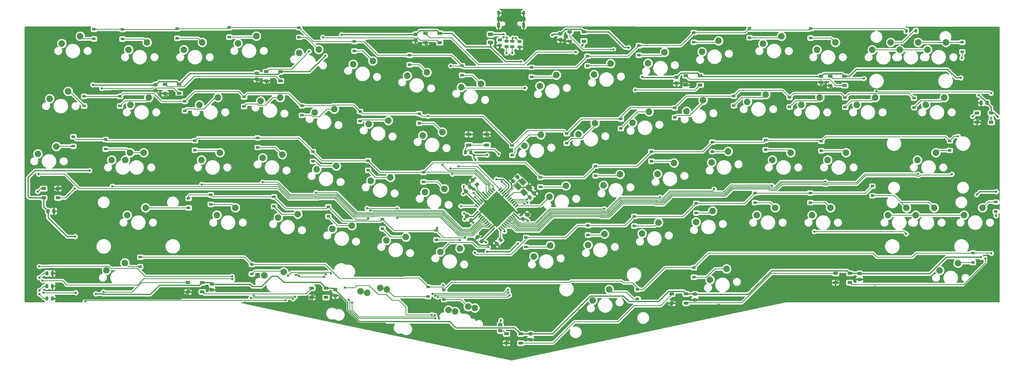
<source format=gbr>
%TF.GenerationSoftware,KiCad,Pcbnew,(5.1.6)-1*%
%TF.CreationDate,2020-07-28T20:53:14+02:00*%
%TF.ProjectId,Proyecto A,50726f79-6563-4746-9f20-412e6b696361,rev?*%
%TF.SameCoordinates,Original*%
%TF.FileFunction,Copper,L2,Bot*%
%TF.FilePolarity,Positive*%
%FSLAX46Y46*%
G04 Gerber Fmt 4.6, Leading zero omitted, Abs format (unit mm)*
G04 Created by KiCad (PCBNEW (5.1.6)-1) date 2020-07-28 20:53:14*
%MOMM*%
%LPD*%
G01*
G04 APERTURE LIST*
%TA.AperFunction,ComponentPad*%
%ADD10O,1.000000X2.100000*%
%TD*%
%TA.AperFunction,ComponentPad*%
%ADD11O,1.000000X1.600000*%
%TD*%
%TA.AperFunction,SMDPad,CuDef*%
%ADD12C,0.100000*%
%TD*%
%TA.AperFunction,ComponentPad*%
%ADD13C,2.250000*%
%TD*%
%TA.AperFunction,SMDPad,CuDef*%
%ADD14R,1.200000X0.900000*%
%TD*%
%TA.AperFunction,SMDPad,CuDef*%
%ADD15R,1.800000X1.100000*%
%TD*%
%TA.AperFunction,SMDPad,CuDef*%
%ADD16R,0.900000X1.200000*%
%TD*%
%TA.AperFunction,SMDPad,CuDef*%
%ADD17R,1.500000X1.000000*%
%TD*%
%TA.AperFunction,ViaPad*%
%ADD18C,0.800000*%
%TD*%
%TA.AperFunction,Conductor*%
%ADD19C,0.381000*%
%TD*%
%TA.AperFunction,Conductor*%
%ADD20C,0.254000*%
%TD*%
G04 APERTURE END LIST*
%TO.P,R8,1*%
%TO.N,GND*%
%TA.AperFunction,SMDPad,CuDef*%
G36*
G01*
X234558650Y-2174501D02*
X233646150Y-2174501D01*
G75*
G02*
X233402400Y-1930751I0J243750D01*
G01*
X233402400Y-1443251D01*
G75*
G02*
X233646150Y-1199501I243750J0D01*
G01*
X234558650Y-1199501D01*
G75*
G02*
X234802400Y-1443251I0J-243750D01*
G01*
X234802400Y-1930751D01*
G75*
G02*
X234558650Y-2174501I-243750J0D01*
G01*
G37*
%TD.AperFunction*%
%TO.P,R8,2*%
%TO.N,Net-(R8-Pad2)*%
%TA.AperFunction,SMDPad,CuDef*%
G36*
G01*
X234558650Y-299501D02*
X233646150Y-299501D01*
G75*
G02*
X233402400Y-55751I0J243750D01*
G01*
X233402400Y431749D01*
G75*
G02*
X233646150Y675499I243750J0D01*
G01*
X234558650Y675499D01*
G75*
G02*
X234802400Y431749I0J-243750D01*
G01*
X234802400Y-55751D01*
G75*
G02*
X234558650Y-299501I-243750J0D01*
G01*
G37*
%TD.AperFunction*%
%TD*%
D10*
%TO.P,USB1,13*%
%TO.N,GND*%
X235522400Y5868000D03*
X226882400Y5868000D03*
D11*
X235522400Y10048000D03*
X226882400Y10048000D03*
%TD*%
%TA.AperFunction,SMDPad,CuDef*%
D12*
%TO.P,Y1,4*%
%TO.N,GND*%
G36*
X238595878Y-50368421D02*
G01*
X237323086Y-51641213D01*
X235838162Y-50156289D01*
X237110954Y-48883497D01*
X238595878Y-50368421D01*
G37*
%TD.AperFunction*%
%TA.AperFunction,SMDPad,CuDef*%
%TO.P,Y1,3*%
%TO.N,Net-(C3-Pad1)*%
G36*
X236545268Y-48317811D02*
G01*
X235272476Y-49590603D01*
X233787552Y-48105679D01*
X235060344Y-46832887D01*
X236545268Y-48317811D01*
G37*
%TD.AperFunction*%
%TA.AperFunction,SMDPad,CuDef*%
%TO.P,Y1,2*%
%TO.N,GND*%
G36*
X234918922Y-49944157D02*
G01*
X233646130Y-51216949D01*
X232161206Y-49732025D01*
X233433998Y-48459233D01*
X234918922Y-49944157D01*
G37*
%TD.AperFunction*%
%TA.AperFunction,SMDPad,CuDef*%
%TO.P,Y1,1*%
%TO.N,Net-(C2-Pad1)*%
G36*
X236969532Y-51994767D02*
G01*
X235696740Y-53267559D01*
X234211816Y-51782635D01*
X235484608Y-50509843D01*
X236969532Y-51994767D01*
G37*
%TD.AperFunction*%
%TD*%
%TO.P,C21,2*%
%TO.N,+5V*%
%TA.AperFunction,SMDPad,CuDef*%
G36*
G01*
X171036401Y-86115499D02*
X170136399Y-86115499D01*
G75*
G02*
X169886400Y-85865500I0J249999D01*
G01*
X169886400Y-85215498D01*
G75*
G02*
X170136399Y-84965499I249999J0D01*
G01*
X171036401Y-84965499D01*
G75*
G02*
X171286400Y-85215498I0J-249999D01*
G01*
X171286400Y-85865500D01*
G75*
G02*
X171036401Y-86115499I-249999J0D01*
G01*
G37*
%TD.AperFunction*%
%TO.P,C21,1*%
%TO.N,GND*%
%TA.AperFunction,SMDPad,CuDef*%
G36*
G01*
X171036401Y-88165499D02*
X170136399Y-88165499D01*
G75*
G02*
X169886400Y-87915500I0J249999D01*
G01*
X169886400Y-87265498D01*
G75*
G02*
X170136399Y-87015499I249999J0D01*
G01*
X171036401Y-87015499D01*
G75*
G02*
X171286400Y-87265498I0J-249999D01*
G01*
X171286400Y-87915500D01*
G75*
G02*
X171036401Y-88165499I-249999J0D01*
G01*
G37*
%TD.AperFunction*%
%TD*%
%TO.P,C20,2*%
%TO.N,+5V*%
%TA.AperFunction,SMDPad,CuDef*%
G36*
G01*
X128491401Y-84132000D02*
X127591399Y-84132000D01*
G75*
G02*
X127341400Y-83882001I0J249999D01*
G01*
X127341400Y-83231999D01*
G75*
G02*
X127591399Y-82982000I249999J0D01*
G01*
X128491401Y-82982000D01*
G75*
G02*
X128741400Y-83231999I0J-249999D01*
G01*
X128741400Y-83882001D01*
G75*
G02*
X128491401Y-84132000I-249999J0D01*
G01*
G37*
%TD.AperFunction*%
%TO.P,C20,1*%
%TO.N,GND*%
%TA.AperFunction,SMDPad,CuDef*%
G36*
G01*
X128491401Y-86182000D02*
X127591399Y-86182000D01*
G75*
G02*
X127341400Y-85932001I0J249999D01*
G01*
X127341400Y-85281999D01*
G75*
G02*
X127591399Y-85032000I249999J0D01*
G01*
X128491401Y-85032000D01*
G75*
G02*
X128741400Y-85281999I0J-249999D01*
G01*
X128741400Y-85932001D01*
G75*
G02*
X128491401Y-86182000I-249999J0D01*
G01*
G37*
%TD.AperFunction*%
%TD*%
%TO.P,C19,2*%
%TO.N,+5V*%
%TA.AperFunction,SMDPad,CuDef*%
G36*
G01*
X72092400Y-57969999D02*
X72092400Y-58870001D01*
G75*
G02*
X71842401Y-59120000I-249999J0D01*
G01*
X71192399Y-59120000D01*
G75*
G02*
X70942400Y-58870001I0J249999D01*
G01*
X70942400Y-57969999D01*
G75*
G02*
X71192399Y-57720000I249999J0D01*
G01*
X71842401Y-57720000D01*
G75*
G02*
X72092400Y-57969999I0J-249999D01*
G01*
G37*
%TD.AperFunction*%
%TO.P,C19,1*%
%TO.N,GND*%
%TA.AperFunction,SMDPad,CuDef*%
G36*
G01*
X74142400Y-57969999D02*
X74142400Y-58870001D01*
G75*
G02*
X73892401Y-59120000I-249999J0D01*
G01*
X73242399Y-59120000D01*
G75*
G02*
X72992400Y-58870001I0J249999D01*
G01*
X72992400Y-57969999D01*
G75*
G02*
X73242399Y-57720000I249999J0D01*
G01*
X73892401Y-57720000D01*
G75*
G02*
X74142400Y-57969999I0J-249999D01*
G01*
G37*
%TD.AperFunction*%
%TD*%
%TO.P,C18,2*%
%TO.N,+5V*%
%TA.AperFunction,SMDPad,CuDef*%
G36*
G01*
X109060401Y-15298000D02*
X108160399Y-15298000D01*
G75*
G02*
X107910400Y-15048001I0J249999D01*
G01*
X107910400Y-14397999D01*
G75*
G02*
X108160399Y-14148000I249999J0D01*
G01*
X109060401Y-14148000D01*
G75*
G02*
X109310400Y-14397999I0J-249999D01*
G01*
X109310400Y-15048001D01*
G75*
G02*
X109060401Y-15298000I-249999J0D01*
G01*
G37*
%TD.AperFunction*%
%TO.P,C18,1*%
%TO.N,GND*%
%TA.AperFunction,SMDPad,CuDef*%
G36*
G01*
X109060401Y-17348000D02*
X108160399Y-17348000D01*
G75*
G02*
X107910400Y-17098001I0J249999D01*
G01*
X107910400Y-16447999D01*
G75*
G02*
X108160399Y-16198000I249999J0D01*
G01*
X109060401Y-16198000D01*
G75*
G02*
X109310400Y-16447999I0J-249999D01*
G01*
X109310400Y-17098001D01*
G75*
G02*
X109060401Y-17348000I-249999J0D01*
G01*
G37*
%TD.AperFunction*%
%TD*%
%TO.P,C17,2*%
%TO.N,+5V*%
%TA.AperFunction,SMDPad,CuDef*%
G36*
G01*
X143985401Y-11312499D02*
X143085399Y-11312499D01*
G75*
G02*
X142835400Y-11062500I0J249999D01*
G01*
X142835400Y-10412498D01*
G75*
G02*
X143085399Y-10162499I249999J0D01*
G01*
X143985401Y-10162499D01*
G75*
G02*
X144235400Y-10412498I0J-249999D01*
G01*
X144235400Y-11062500D01*
G75*
G02*
X143985401Y-11312499I-249999J0D01*
G01*
G37*
%TD.AperFunction*%
%TO.P,C17,1*%
%TO.N,GND*%
%TA.AperFunction,SMDPad,CuDef*%
G36*
G01*
X143985401Y-13362499D02*
X143085399Y-13362499D01*
G75*
G02*
X142835400Y-13112500I0J249999D01*
G01*
X142835400Y-12462498D01*
G75*
G02*
X143085399Y-12212499I249999J0D01*
G01*
X143985401Y-12212499D01*
G75*
G02*
X144235400Y-12462498I0J-249999D01*
G01*
X144235400Y-13112500D01*
G75*
G02*
X143985401Y-13362499I-249999J0D01*
G01*
G37*
%TD.AperFunction*%
%TD*%
%TO.P,C16,2*%
%TO.N,+5V*%
%TA.AperFunction,SMDPad,CuDef*%
G36*
G01*
X198722401Y2101000D02*
X197822399Y2101000D01*
G75*
G02*
X197572400Y2350999I0J249999D01*
G01*
X197572400Y3001001D01*
G75*
G02*
X197822399Y3251000I249999J0D01*
G01*
X198722401Y3251000D01*
G75*
G02*
X198972400Y3001001I0J-249999D01*
G01*
X198972400Y2350999D01*
G75*
G02*
X198722401Y2101000I-249999J0D01*
G01*
G37*
%TD.AperFunction*%
%TO.P,C16,1*%
%TO.N,GND*%
%TA.AperFunction,SMDPad,CuDef*%
G36*
G01*
X198722401Y51000D02*
X197822399Y51000D01*
G75*
G02*
X197572400Y300999I0J249999D01*
G01*
X197572400Y951001D01*
G75*
G02*
X197822399Y1201000I249999J0D01*
G01*
X198722401Y1201000D01*
G75*
G02*
X198972400Y951001I0J-249999D01*
G01*
X198972400Y300999D01*
G75*
G02*
X198722401Y51000I-249999J0D01*
G01*
G37*
%TD.AperFunction*%
%TD*%
%TO.P,C15,2*%
%TO.N,+5V*%
%TA.AperFunction,SMDPad,CuDef*%
G36*
G01*
X248633401Y2306499D02*
X247733399Y2306499D01*
G75*
G02*
X247483400Y2556498I0J249999D01*
G01*
X247483400Y3206500D01*
G75*
G02*
X247733399Y3456499I249999J0D01*
G01*
X248633401Y3456499D01*
G75*
G02*
X248883400Y3206500I0J-249999D01*
G01*
X248883400Y2556498D01*
G75*
G02*
X248633401Y2306499I-249999J0D01*
G01*
G37*
%TD.AperFunction*%
%TO.P,C15,1*%
%TO.N,GND*%
%TA.AperFunction,SMDPad,CuDef*%
G36*
G01*
X248633401Y256499D02*
X247733399Y256499D01*
G75*
G02*
X247483400Y506498I0J249999D01*
G01*
X247483400Y1156500D01*
G75*
G02*
X247733399Y1406499I249999J0D01*
G01*
X248633401Y1406499D01*
G75*
G02*
X248883400Y1156500I0J-249999D01*
G01*
X248883400Y506498D01*
G75*
G02*
X248633401Y256499I-249999J0D01*
G01*
G37*
%TD.AperFunction*%
%TD*%
%TO.P,C14,2*%
%TO.N,+5V*%
%TA.AperFunction,SMDPad,CuDef*%
G36*
G01*
X288638401Y-12709499D02*
X287738399Y-12709499D01*
G75*
G02*
X287488400Y-12459500I0J249999D01*
G01*
X287488400Y-11809498D01*
G75*
G02*
X287738399Y-11559499I249999J0D01*
G01*
X288638401Y-11559499D01*
G75*
G02*
X288888400Y-11809498I0J-249999D01*
G01*
X288888400Y-12459500D01*
G75*
G02*
X288638401Y-12709499I-249999J0D01*
G01*
G37*
%TD.AperFunction*%
%TO.P,C14,1*%
%TO.N,GND*%
%TA.AperFunction,SMDPad,CuDef*%
G36*
G01*
X288638401Y-14759499D02*
X287738399Y-14759499D01*
G75*
G02*
X287488400Y-14509500I0J249999D01*
G01*
X287488400Y-13859498D01*
G75*
G02*
X287738399Y-13609499I249999J0D01*
G01*
X288638401Y-13609499D01*
G75*
G02*
X288888400Y-13859498I0J-249999D01*
G01*
X288888400Y-14509500D01*
G75*
G02*
X288638401Y-14759499I-249999J0D01*
G01*
G37*
%TD.AperFunction*%
%TD*%
%TO.P,C13,2*%
%TO.N,+5V*%
%TA.AperFunction,SMDPad,CuDef*%
G36*
G01*
X338422401Y-12377000D02*
X337522399Y-12377000D01*
G75*
G02*
X337272400Y-12127001I0J249999D01*
G01*
X337272400Y-11476999D01*
G75*
G02*
X337522399Y-11227000I249999J0D01*
G01*
X338422401Y-11227000D01*
G75*
G02*
X338672400Y-11476999I0J-249999D01*
G01*
X338672400Y-12127001D01*
G75*
G02*
X338422401Y-12377000I-249999J0D01*
G01*
G37*
%TD.AperFunction*%
%TO.P,C13,1*%
%TO.N,GND*%
%TA.AperFunction,SMDPad,CuDef*%
G36*
G01*
X338422401Y-14427000D02*
X337522399Y-14427000D01*
G75*
G02*
X337272400Y-14177001I0J249999D01*
G01*
X337272400Y-13526999D01*
G75*
G02*
X337522399Y-13277000I249999J0D01*
G01*
X338422401Y-13277000D01*
G75*
G02*
X338672400Y-13526999I0J-249999D01*
G01*
X338672400Y-14177001D01*
G75*
G02*
X338422401Y-14427000I-249999J0D01*
G01*
G37*
%TD.AperFunction*%
%TD*%
%TO.P,C12,2*%
%TO.N,+5V*%
%TA.AperFunction,SMDPad,CuDef*%
G36*
G01*
X394683400Y-21405001D02*
X394683400Y-20504999D01*
G75*
G02*
X394933399Y-20255000I249999J0D01*
G01*
X395583401Y-20255000D01*
G75*
G02*
X395833400Y-20504999I0J-249999D01*
G01*
X395833400Y-21405001D01*
G75*
G02*
X395583401Y-21655000I-249999J0D01*
G01*
X394933399Y-21655000D01*
G75*
G02*
X394683400Y-21405001I0J249999D01*
G01*
G37*
%TD.AperFunction*%
%TO.P,C12,1*%
%TO.N,GND*%
%TA.AperFunction,SMDPad,CuDef*%
G36*
G01*
X392633400Y-21405001D02*
X392633400Y-20504999D01*
G75*
G02*
X392883399Y-20255000I249999J0D01*
G01*
X393533401Y-20255000D01*
G75*
G02*
X393783400Y-20504999I0J-249999D01*
G01*
X393783400Y-21405001D01*
G75*
G02*
X393533401Y-21655000I-249999J0D01*
G01*
X392883399Y-21655000D01*
G75*
G02*
X392633400Y-21405001I0J249999D01*
G01*
G37*
%TD.AperFunction*%
%TD*%
%TO.P,C11,2*%
%TO.N,+5V*%
%TA.AperFunction,SMDPad,CuDef*%
G36*
G01*
X351757401Y-80527499D02*
X350857399Y-80527499D01*
G75*
G02*
X350607400Y-80277500I0J249999D01*
G01*
X350607400Y-79627498D01*
G75*
G02*
X350857399Y-79377499I249999J0D01*
G01*
X351757401Y-79377499D01*
G75*
G02*
X352007400Y-79627498I0J-249999D01*
G01*
X352007400Y-80277500D01*
G75*
G02*
X351757401Y-80527499I-249999J0D01*
G01*
G37*
%TD.AperFunction*%
%TO.P,C11,1*%
%TO.N,GND*%
%TA.AperFunction,SMDPad,CuDef*%
G36*
G01*
X351757401Y-82577499D02*
X350857399Y-82577499D01*
G75*
G02*
X350607400Y-82327500I0J249999D01*
G01*
X350607400Y-81677498D01*
G75*
G02*
X350857399Y-81427499I249999J0D01*
G01*
X351757401Y-81427499D01*
G75*
G02*
X352007400Y-81677498I0J-249999D01*
G01*
X352007400Y-82327500D01*
G75*
G02*
X351757401Y-82577499I-249999J0D01*
G01*
G37*
%TD.AperFunction*%
%TD*%
%TO.P,C10,2*%
%TO.N,+5V*%
%TA.AperFunction,SMDPad,CuDef*%
G36*
G01*
X294988401Y-87609500D02*
X294088399Y-87609500D01*
G75*
G02*
X293838400Y-87359501I0J249999D01*
G01*
X293838400Y-86709499D01*
G75*
G02*
X294088399Y-86459500I249999J0D01*
G01*
X294988401Y-86459500D01*
G75*
G02*
X295238400Y-86709499I0J-249999D01*
G01*
X295238400Y-87359501D01*
G75*
G02*
X294988401Y-87609500I-249999J0D01*
G01*
G37*
%TD.AperFunction*%
%TO.P,C10,1*%
%TO.N,GND*%
%TA.AperFunction,SMDPad,CuDef*%
G36*
G01*
X294988401Y-89659500D02*
X294088399Y-89659500D01*
G75*
G02*
X293838400Y-89409501I0J249999D01*
G01*
X293838400Y-88759499D01*
G75*
G02*
X294088399Y-88509500I249999J0D01*
G01*
X294988401Y-88509500D01*
G75*
G02*
X295238400Y-88759499I0J-249999D01*
G01*
X295238400Y-89409501D01*
G75*
G02*
X294988401Y-89659500I-249999J0D01*
G01*
G37*
%TD.AperFunction*%
%TD*%
%TO.P,C9,2*%
%TO.N,+5V*%
%TA.AperFunction,SMDPad,CuDef*%
G36*
G01*
X238346401Y-101355499D02*
X237446399Y-101355499D01*
G75*
G02*
X237196400Y-101105500I0J249999D01*
G01*
X237196400Y-100455498D01*
G75*
G02*
X237446399Y-100205499I249999J0D01*
G01*
X238346401Y-100205499D01*
G75*
G02*
X238596400Y-100455498I0J-249999D01*
G01*
X238596400Y-101105500D01*
G75*
G02*
X238346401Y-101355499I-249999J0D01*
G01*
G37*
%TD.AperFunction*%
%TO.P,C9,1*%
%TO.N,GND*%
%TA.AperFunction,SMDPad,CuDef*%
G36*
G01*
X238346401Y-103405499D02*
X237446399Y-103405499D01*
G75*
G02*
X237196400Y-103155500I0J249999D01*
G01*
X237196400Y-102505498D01*
G75*
G02*
X237446399Y-102255499I249999J0D01*
G01*
X238346401Y-102255499D01*
G75*
G02*
X238596400Y-102505498I0J-249999D01*
G01*
X238596400Y-103155500D01*
G75*
G02*
X238346401Y-103405499I-249999J0D01*
G01*
G37*
%TD.AperFunction*%
%TD*%
%TO.P,C7,2*%
%TO.N,GND*%
%TA.AperFunction,SMDPad,CuDef*%
G36*
G01*
X216963796Y-50787001D02*
X216327399Y-50150604D01*
G75*
G02*
X216327399Y-49797052I176776J176776D01*
G01*
X216787020Y-49337431D01*
G75*
G02*
X217140572Y-49337431I176776J-176776D01*
G01*
X217776969Y-49973828D01*
G75*
G02*
X217776969Y-50327380I-176776J-176776D01*
G01*
X217317348Y-50787001D01*
G75*
G02*
X216963796Y-50787001I-176776J176776D01*
G01*
G37*
%TD.AperFunction*%
%TO.P,C7,1*%
%TO.N,+5V*%
%TA.AperFunction,SMDPad,CuDef*%
G36*
G01*
X215514228Y-52236569D02*
X214877831Y-51600172D01*
G75*
G02*
X214877831Y-51246620I176776J176776D01*
G01*
X215337452Y-50786999D01*
G75*
G02*
X215691004Y-50786999I176776J-176776D01*
G01*
X216327401Y-51423396D01*
G75*
G02*
X216327401Y-51776948I-176776J-176776D01*
G01*
X215867780Y-52236569D01*
G75*
G02*
X215514228Y-52236569I-176776J176776D01*
G01*
G37*
%TD.AperFunction*%
%TD*%
%TO.P,C6,2*%
%TO.N,Net-(C6-Pad2)*%
%TA.AperFunction,SMDPad,CuDef*%
G36*
G01*
X218697399Y-49083396D02*
X219333796Y-48446999D01*
G75*
G02*
X219687348Y-48446999I176776J-176776D01*
G01*
X220146969Y-48906620D01*
G75*
G02*
X220146969Y-49260172I-176776J-176776D01*
G01*
X219510572Y-49896569D01*
G75*
G02*
X219157020Y-49896569I-176776J176776D01*
G01*
X218697399Y-49436948D01*
G75*
G02*
X218697399Y-49083396I176776J176776D01*
G01*
G37*
%TD.AperFunction*%
%TO.P,C6,1*%
%TO.N,GND*%
%TA.AperFunction,SMDPad,CuDef*%
G36*
G01*
X217247831Y-47633828D02*
X217884228Y-46997431D01*
G75*
G02*
X218237780Y-46997431I176776J-176776D01*
G01*
X218697401Y-47457052D01*
G75*
G02*
X218697401Y-47810604I-176776J-176776D01*
G01*
X218061004Y-48447001D01*
G75*
G02*
X217707452Y-48447001I-176776J176776D01*
G01*
X217247831Y-47987380D01*
G75*
G02*
X217247831Y-47633828I176776J176776D01*
G01*
G37*
%TD.AperFunction*%
%TD*%
%TO.P,C5,2*%
%TO.N,GND*%
%TA.AperFunction,SMDPad,CuDef*%
G36*
G01*
X220297401Y-67470604D02*
X219661004Y-68107001D01*
G75*
G02*
X219307452Y-68107001I-176776J176776D01*
G01*
X218847831Y-67647380D01*
G75*
G02*
X218847831Y-67293828I176776J176776D01*
G01*
X219484228Y-66657431D01*
G75*
G02*
X219837780Y-66657431I176776J-176776D01*
G01*
X220297401Y-67117052D01*
G75*
G02*
X220297401Y-67470604I-176776J-176776D01*
G01*
G37*
%TD.AperFunction*%
%TO.P,C5,1*%
%TO.N,+5V*%
%TA.AperFunction,SMDPad,CuDef*%
G36*
G01*
X221746969Y-68920172D02*
X221110572Y-69556569D01*
G75*
G02*
X220757020Y-69556569I-176776J176776D01*
G01*
X220297399Y-69096948D01*
G75*
G02*
X220297399Y-68743396I176776J176776D01*
G01*
X220933796Y-68106999D01*
G75*
G02*
X221287348Y-68106999I176776J-176776D01*
G01*
X221746969Y-68566620D01*
G75*
G02*
X221746969Y-68920172I-176776J-176776D01*
G01*
G37*
%TD.AperFunction*%
%TD*%
%TO.P,C4,2*%
%TO.N,GND*%
%TA.AperFunction,SMDPad,CuDef*%
G36*
G01*
X236638796Y-60387001D02*
X236002399Y-59750604D01*
G75*
G02*
X236002399Y-59397052I176776J176776D01*
G01*
X236462020Y-58937431D01*
G75*
G02*
X236815572Y-58937431I176776J-176776D01*
G01*
X237451969Y-59573828D01*
G75*
G02*
X237451969Y-59927380I-176776J-176776D01*
G01*
X236992348Y-60387001D01*
G75*
G02*
X236638796Y-60387001I-176776J176776D01*
G01*
G37*
%TD.AperFunction*%
%TO.P,C4,1*%
%TO.N,+5V*%
%TA.AperFunction,SMDPad,CuDef*%
G36*
G01*
X235189228Y-61836569D02*
X234552831Y-61200172D01*
G75*
G02*
X234552831Y-60846620I176776J176776D01*
G01*
X235012452Y-60386999D01*
G75*
G02*
X235366004Y-60386999I176776J-176776D01*
G01*
X236002401Y-61023396D01*
G75*
G02*
X236002401Y-61376948I-176776J-176776D01*
G01*
X235542780Y-61836569D01*
G75*
G02*
X235189228Y-61836569I-176776J176776D01*
G01*
G37*
%TD.AperFunction*%
%TD*%
%TO.P,C3,2*%
%TO.N,GND*%
%TA.AperFunction,SMDPad,CuDef*%
G36*
G01*
X231998091Y-47289912D02*
X232634488Y-47926309D01*
G75*
G02*
X232634488Y-48279861I-176776J-176776D01*
G01*
X232174867Y-48739482D01*
G75*
G02*
X231821315Y-48739482I-176776J176776D01*
G01*
X231184918Y-48103085D01*
G75*
G02*
X231184918Y-47749533I176776J176776D01*
G01*
X231644539Y-47289912D01*
G75*
G02*
X231998091Y-47289912I176776J-176776D01*
G01*
G37*
%TD.AperFunction*%
%TO.P,C3,1*%
%TO.N,Net-(C3-Pad1)*%
%TA.AperFunction,SMDPad,CuDef*%
G36*
G01*
X233447659Y-45840344D02*
X234084056Y-46476741D01*
G75*
G02*
X234084056Y-46830293I-176776J-176776D01*
G01*
X233624435Y-47289914D01*
G75*
G02*
X233270883Y-47289914I-176776J176776D01*
G01*
X232634486Y-46653517D01*
G75*
G02*
X232634486Y-46299965I176776J176776D01*
G01*
X233094107Y-45840344D01*
G75*
G02*
X233447659Y-45840344I176776J-176776D01*
G01*
G37*
%TD.AperFunction*%
%TD*%
%TO.P,C2,2*%
%TO.N,GND*%
%TA.AperFunction,SMDPad,CuDef*%
G36*
G01*
X239013796Y-52977001D02*
X238377399Y-52340604D01*
G75*
G02*
X238377399Y-51987052I176776J176776D01*
G01*
X238837020Y-51527431D01*
G75*
G02*
X239190572Y-51527431I176776J-176776D01*
G01*
X239826969Y-52163828D01*
G75*
G02*
X239826969Y-52517380I-176776J-176776D01*
G01*
X239367348Y-52977001D01*
G75*
G02*
X239013796Y-52977001I-176776J176776D01*
G01*
G37*
%TD.AperFunction*%
%TO.P,C2,1*%
%TO.N,Net-(C2-Pad1)*%
%TA.AperFunction,SMDPad,CuDef*%
G36*
G01*
X237564228Y-54426569D02*
X236927831Y-53790172D01*
G75*
G02*
X236927831Y-53436620I176776J176776D01*
G01*
X237387452Y-52976999D01*
G75*
G02*
X237741004Y-52976999I176776J-176776D01*
G01*
X238377401Y-53613396D01*
G75*
G02*
X238377401Y-53966948I-176776J-176776D01*
G01*
X237917780Y-54426569D01*
G75*
G02*
X237564228Y-54426569I-176776J176776D01*
G01*
G37*
%TD.AperFunction*%
%TD*%
%TO.P,C1,2*%
%TO.N,GND*%
%TA.AperFunction,SMDPad,CuDef*%
G36*
G01*
X216710312Y-61466309D02*
X217346709Y-60829912D01*
G75*
G02*
X217700261Y-60829912I176776J-176776D01*
G01*
X218159882Y-61289533D01*
G75*
G02*
X218159882Y-61643085I-176776J-176776D01*
G01*
X217523485Y-62279482D01*
G75*
G02*
X217169933Y-62279482I-176776J176776D01*
G01*
X216710312Y-61819861D01*
G75*
G02*
X216710312Y-61466309I176776J176776D01*
G01*
G37*
%TD.AperFunction*%
%TO.P,C1,1*%
%TO.N,+5V*%
%TA.AperFunction,SMDPad,CuDef*%
G36*
G01*
X215260744Y-60016741D02*
X215897141Y-59380344D01*
G75*
G02*
X216250693Y-59380344I176776J-176776D01*
G01*
X216710314Y-59839965D01*
G75*
G02*
X216710314Y-60193517I-176776J-176776D01*
G01*
X216073917Y-60829914D01*
G75*
G02*
X215720365Y-60829914I-176776J176776D01*
G01*
X215260744Y-60370293D01*
G75*
G02*
X215260744Y-60016741I176776J176776D01*
G01*
G37*
%TD.AperFunction*%
%TD*%
%TO.P,R11,2*%
%TO.N,UNDERGLOW*%
%TA.AperFunction,SMDPad,CuDef*%
G36*
G01*
X227877401Y-98247000D02*
X226977399Y-98247000D01*
G75*
G02*
X226727400Y-97997001I0J249999D01*
G01*
X226727400Y-97346999D01*
G75*
G02*
X226977399Y-97097000I249999J0D01*
G01*
X227877401Y-97097000D01*
G75*
G02*
X228127400Y-97346999I0J-249999D01*
G01*
X228127400Y-97997001D01*
G75*
G02*
X227877401Y-98247000I-249999J0D01*
G01*
G37*
%TD.AperFunction*%
%TO.P,R11,1*%
%TO.N,Net-(D4-Pad4)*%
%TA.AperFunction,SMDPad,CuDef*%
G36*
G01*
X227877401Y-100297000D02*
X226977399Y-100297000D01*
G75*
G02*
X226727400Y-100047001I0J249999D01*
G01*
X226727400Y-99396999D01*
G75*
G02*
X226977399Y-99147000I249999J0D01*
G01*
X227877401Y-99147000D01*
G75*
G02*
X228127400Y-99396999I0J-249999D01*
G01*
X228127400Y-100047001D01*
G75*
G02*
X227877401Y-100297000I-249999J0D01*
G01*
G37*
%TD.AperFunction*%
%TD*%
%TO.P,R2,1*%
%TO.N,D-*%
%TA.AperFunction,SMDPad,CuDef*%
G36*
G01*
X232058650Y-2049500D02*
X231146150Y-2049500D01*
G75*
G02*
X230902400Y-1805750I0J243750D01*
G01*
X230902400Y-1318250D01*
G75*
G02*
X231146150Y-1074500I243750J0D01*
G01*
X232058650Y-1074500D01*
G75*
G02*
X232302400Y-1318250I0J-243750D01*
G01*
X232302400Y-1805750D01*
G75*
G02*
X232058650Y-2049500I-243750J0D01*
G01*
G37*
%TD.AperFunction*%
%TO.P,R2,2*%
%TO.N,Net-(R2-Pad2)*%
%TA.AperFunction,SMDPad,CuDef*%
G36*
G01*
X232058650Y-174500D02*
X231146150Y-174500D01*
G75*
G02*
X230902400Y69250I0J243750D01*
G01*
X230902400Y556750D01*
G75*
G02*
X231146150Y800500I243750J0D01*
G01*
X232058650Y800500D01*
G75*
G02*
X232302400Y556750I0J-243750D01*
G01*
X232302400Y69250D01*
G75*
G02*
X232058650Y-174500I-243750J0D01*
G01*
G37*
%TD.AperFunction*%
%TD*%
%TO.P,R1,1*%
%TO.N,D+*%
%TA.AperFunction,SMDPad,CuDef*%
G36*
G01*
X230083650Y-2024500D02*
X229171150Y-2024500D01*
G75*
G02*
X228927400Y-1780750I0J243750D01*
G01*
X228927400Y-1293250D01*
G75*
G02*
X229171150Y-1049500I243750J0D01*
G01*
X230083650Y-1049500D01*
G75*
G02*
X230327400Y-1293250I0J-243750D01*
G01*
X230327400Y-1780750D01*
G75*
G02*
X230083650Y-2024500I-243750J0D01*
G01*
G37*
%TD.AperFunction*%
%TO.P,R1,2*%
%TO.N,Net-(R1-Pad2)*%
%TA.AperFunction,SMDPad,CuDef*%
G36*
G01*
X230083650Y-149500D02*
X229171150Y-149500D01*
G75*
G02*
X228927400Y94250I0J243750D01*
G01*
X228927400Y581750D01*
G75*
G02*
X229171150Y825500I243750J0D01*
G01*
X230083650Y825500D01*
G75*
G02*
X230327400Y581750I0J-243750D01*
G01*
X230327400Y94250D01*
G75*
G02*
X230083650Y-149500I-243750J0D01*
G01*
G37*
%TD.AperFunction*%
%TD*%
D13*
%TO.P,K4,2*%
%TO.N,Net-(D_5-Pad2)*%
X183500686Y-6499106D03*
%TO.P,K4,1*%
%TO.N,col5*%
X176761353Y-7663362D03*
%TD*%
D14*
%TO.P,D_63,2*%
%TO.N,Net-(D_63-Pad2)*%
X294177400Y-81217000D03*
%TO.P,D_63,1*%
%TO.N,row4*%
X294177400Y-77917000D03*
%TD*%
%TO.P,R6,2*%
%TO.N,Net-(D2-Pad1)*%
%TA.AperFunction,SMDPad,CuDef*%
G36*
G01*
X71684900Y-88130750D02*
X71684900Y-89043250D01*
G75*
G02*
X71441150Y-89287000I-243750J0D01*
G01*
X70953650Y-89287000D01*
G75*
G02*
X70709900Y-89043250I0J243750D01*
G01*
X70709900Y-88130750D01*
G75*
G02*
X70953650Y-87887000I243750J0D01*
G01*
X71441150Y-87887000D01*
G75*
G02*
X71684900Y-88130750I0J-243750D01*
G01*
G37*
%TD.AperFunction*%
%TO.P,R6,1*%
%TO.N,GND*%
%TA.AperFunction,SMDPad,CuDef*%
G36*
G01*
X73559900Y-88130750D02*
X73559900Y-89043250D01*
G75*
G02*
X73316150Y-89287000I-243750J0D01*
G01*
X72828650Y-89287000D01*
G75*
G02*
X72584900Y-89043250I0J243750D01*
G01*
X72584900Y-88130750D01*
G75*
G02*
X72828650Y-87887000I243750J0D01*
G01*
X73316150Y-87887000D01*
G75*
G02*
X73559900Y-88130750I0J-243750D01*
G01*
G37*
%TD.AperFunction*%
%TD*%
%TO.P,D_40,2*%
%TO.N,Net-(D_40-Pad2)*%
X300557528Y-37820961D03*
%TO.P,D_40,1*%
%TO.N,row2*%
X300557528Y-34520961D03*
%TD*%
D13*
%TO.P,SPLIT_BKS1,2*%
%TO.N,Net-(BACKSPACE1-Pad2)*%
X381091880Y-71680D03*
%TO.P,SPLIT_BKS1,1*%
%TO.N,col14*%
X374741880Y-2611680D03*
%TD*%
D14*
%TO.P,D_44,2*%
%TO.N,Net-(BACKSPACE1-Pad2)*%
X386670000Y-50000D03*
%TO.P,D_44,1*%
%TO.N,row2*%
X386670000Y-3350000D03*
%TD*%
%TA.AperFunction,SMDPad,CuDef*%
D12*
%TO.P,U1,44*%
%TO.N,+5V*%
G36*
X219684700Y-58206978D02*
G01*
X220073608Y-58595886D01*
X219012948Y-59656546D01*
X218624040Y-59267638D01*
X219684700Y-58206978D01*
G37*
%TD.AperFunction*%
%TA.AperFunction,SMDPad,CuDef*%
%TO.P,U1,43*%
%TO.N,GND*%
G36*
X220250386Y-58772663D02*
G01*
X220639294Y-59161571D01*
X219578634Y-60222231D01*
X219189726Y-59833323D01*
X220250386Y-58772663D01*
G37*
%TD.AperFunction*%
%TA.AperFunction,SMDPad,CuDef*%
%TO.P,U1,42*%
%TO.N,Net-(U1-Pad42)*%
G36*
X220816071Y-59338348D02*
G01*
X221204979Y-59727256D01*
X220144319Y-60787916D01*
X219755411Y-60399008D01*
X220816071Y-59338348D01*
G37*
%TD.AperFunction*%
%TA.AperFunction,SMDPad,CuDef*%
%TO.P,U1,41*%
%TO.N,col5*%
G36*
X221381756Y-59904034D02*
G01*
X221770664Y-60292942D01*
X220710004Y-61353602D01*
X220321096Y-60964694D01*
X221381756Y-59904034D01*
G37*
%TD.AperFunction*%
%TA.AperFunction,SMDPad,CuDef*%
%TO.P,U1,40*%
%TO.N,col4*%
G36*
X221947442Y-60469719D02*
G01*
X222336350Y-60858627D01*
X221275690Y-61919287D01*
X220886782Y-61530379D01*
X221947442Y-60469719D01*
G37*
%TD.AperFunction*%
%TA.AperFunction,SMDPad,CuDef*%
%TO.P,U1,39*%
%TO.N,col3*%
G36*
X222513127Y-61035405D02*
G01*
X222902035Y-61424313D01*
X221841375Y-62484973D01*
X221452467Y-62096065D01*
X222513127Y-61035405D01*
G37*
%TD.AperFunction*%
%TA.AperFunction,SMDPad,CuDef*%
%TO.P,U1,38*%
%TO.N,col2*%
G36*
X223078813Y-61601090D02*
G01*
X223467721Y-61989998D01*
X222407061Y-63050658D01*
X222018153Y-62661750D01*
X223078813Y-61601090D01*
G37*
%TD.AperFunction*%
%TA.AperFunction,SMDPad,CuDef*%
%TO.P,U1,37*%
%TO.N,col1*%
G36*
X223644498Y-62166776D02*
G01*
X224033406Y-62555684D01*
X222972746Y-63616344D01*
X222583838Y-63227436D01*
X223644498Y-62166776D01*
G37*
%TD.AperFunction*%
%TA.AperFunction,SMDPad,CuDef*%
%TO.P,U1,36*%
%TO.N,col0*%
G36*
X224210184Y-62732461D02*
G01*
X224599092Y-63121369D01*
X223538432Y-64182029D01*
X223149524Y-63793121D01*
X224210184Y-62732461D01*
G37*
%TD.AperFunction*%
%TA.AperFunction,SMDPad,CuDef*%
%TO.P,U1,35*%
%TO.N,GND*%
G36*
X224775869Y-63298146D02*
G01*
X225164777Y-63687054D01*
X224104117Y-64747714D01*
X223715209Y-64358806D01*
X224775869Y-63298146D01*
G37*
%TD.AperFunction*%
%TA.AperFunction,SMDPad,CuDef*%
%TO.P,U1,34*%
%TO.N,+5V*%
G36*
X225341554Y-63863832D02*
G01*
X225730462Y-64252740D01*
X224669802Y-65313400D01*
X224280894Y-64924492D01*
X225341554Y-63863832D01*
G37*
%TD.AperFunction*%
%TA.AperFunction,SMDPad,CuDef*%
%TO.P,U1,33*%
%TO.N,Net-(R4-Pad2)*%
G36*
X226685058Y-64252740D02*
G01*
X227073966Y-63863832D01*
X228134626Y-64924492D01*
X227745718Y-65313400D01*
X226685058Y-64252740D01*
G37*
%TD.AperFunction*%
%TA.AperFunction,SMDPad,CuDef*%
%TO.P,U1,32*%
%TO.N,col6*%
G36*
X227250743Y-63687054D02*
G01*
X227639651Y-63298146D01*
X228700311Y-64358806D01*
X228311403Y-64747714D01*
X227250743Y-63687054D01*
G37*
%TD.AperFunction*%
%TA.AperFunction,SMDPad,CuDef*%
%TO.P,U1,31*%
%TO.N,col14*%
G36*
X227816428Y-63121369D02*
G01*
X228205336Y-62732461D01*
X229265996Y-63793121D01*
X228877088Y-64182029D01*
X227816428Y-63121369D01*
G37*
%TD.AperFunction*%
%TA.AperFunction,SMDPad,CuDef*%
%TO.P,U1,30*%
%TO.N,col13*%
G36*
X228382114Y-62555684D02*
G01*
X228771022Y-62166776D01*
X229831682Y-63227436D01*
X229442774Y-63616344D01*
X228382114Y-62555684D01*
G37*
%TD.AperFunction*%
%TA.AperFunction,SMDPad,CuDef*%
%TO.P,U1,29*%
%TO.N,col12*%
G36*
X228947799Y-61989998D02*
G01*
X229336707Y-61601090D01*
X230397367Y-62661750D01*
X230008459Y-63050658D01*
X228947799Y-61989998D01*
G37*
%TD.AperFunction*%
%TA.AperFunction,SMDPad,CuDef*%
%TO.P,U1,28*%
%TO.N,col11*%
G36*
X229513485Y-61424313D02*
G01*
X229902393Y-61035405D01*
X230963053Y-62096065D01*
X230574145Y-62484973D01*
X229513485Y-61424313D01*
G37*
%TD.AperFunction*%
%TA.AperFunction,SMDPad,CuDef*%
%TO.P,U1,27*%
%TO.N,col10*%
G36*
X230079170Y-60858627D02*
G01*
X230468078Y-60469719D01*
X231528738Y-61530379D01*
X231139830Y-61919287D01*
X230079170Y-60858627D01*
G37*
%TD.AperFunction*%
%TA.AperFunction,SMDPad,CuDef*%
%TO.P,U1,26*%
%TO.N,col9*%
G36*
X230644856Y-60292942D02*
G01*
X231033764Y-59904034D01*
X232094424Y-60964694D01*
X231705516Y-61353602D01*
X230644856Y-60292942D01*
G37*
%TD.AperFunction*%
%TA.AperFunction,SMDPad,CuDef*%
%TO.P,U1,25*%
%TO.N,col8*%
G36*
X231210541Y-59727256D02*
G01*
X231599449Y-59338348D01*
X232660109Y-60399008D01*
X232271201Y-60787916D01*
X231210541Y-59727256D01*
G37*
%TD.AperFunction*%
%TA.AperFunction,SMDPad,CuDef*%
%TO.P,U1,24*%
%TO.N,+5V*%
G36*
X231776226Y-59161571D02*
G01*
X232165134Y-58772663D01*
X233225794Y-59833323D01*
X232836886Y-60222231D01*
X231776226Y-59161571D01*
G37*
%TD.AperFunction*%
%TA.AperFunction,SMDPad,CuDef*%
%TO.P,U1,23*%
%TO.N,GND*%
G36*
X232341912Y-58595886D02*
G01*
X232730820Y-58206978D01*
X233791480Y-59267638D01*
X233402572Y-59656546D01*
X232341912Y-58595886D01*
G37*
%TD.AperFunction*%
%TA.AperFunction,SMDPad,CuDef*%
%TO.P,U1,22*%
%TO.N,col7*%
G36*
X233402572Y-55802814D02*
G01*
X233791480Y-56191722D01*
X232730820Y-57252382D01*
X232341912Y-56863474D01*
X233402572Y-55802814D01*
G37*
%TD.AperFunction*%
%TA.AperFunction,SMDPad,CuDef*%
%TO.P,U1,21*%
%TO.N,scrol*%
G36*
X232836886Y-55237129D02*
G01*
X233225794Y-55626037D01*
X232165134Y-56686697D01*
X231776226Y-56297789D01*
X232836886Y-55237129D01*
G37*
%TD.AperFunction*%
%TA.AperFunction,SMDPad,CuDef*%
%TO.P,U1,20*%
%TO.N,num*%
G36*
X232271201Y-54671444D02*
G01*
X232660109Y-55060352D01*
X231599449Y-56121012D01*
X231210541Y-55732104D01*
X232271201Y-54671444D01*
G37*
%TD.AperFunction*%
%TA.AperFunction,SMDPad,CuDef*%
%TO.P,U1,19*%
%TO.N,caps*%
G36*
X231705516Y-54105758D02*
G01*
X232094424Y-54494666D01*
X231033764Y-55555326D01*
X230644856Y-55166418D01*
X231705516Y-54105758D01*
G37*
%TD.AperFunction*%
%TA.AperFunction,SMDPad,CuDef*%
%TO.P,U1,18*%
%TO.N,Net-(U1-Pad18)*%
G36*
X231139830Y-53540073D02*
G01*
X231528738Y-53928981D01*
X230468078Y-54989641D01*
X230079170Y-54600733D01*
X231139830Y-53540073D01*
G37*
%TD.AperFunction*%
%TA.AperFunction,SMDPad,CuDef*%
%TO.P,U1,17*%
%TO.N,Net-(C2-Pad1)*%
G36*
X230574145Y-52974387D02*
G01*
X230963053Y-53363295D01*
X229902393Y-54423955D01*
X229513485Y-54035047D01*
X230574145Y-52974387D01*
G37*
%TD.AperFunction*%
%TA.AperFunction,SMDPad,CuDef*%
%TO.P,U1,16*%
%TO.N,Net-(C3-Pad1)*%
G36*
X230008459Y-52408702D02*
G01*
X230397367Y-52797610D01*
X229336707Y-53858270D01*
X228947799Y-53469362D01*
X230008459Y-52408702D01*
G37*
%TD.AperFunction*%
%TA.AperFunction,SMDPad,CuDef*%
%TO.P,U1,15*%
%TO.N,GND*%
G36*
X229442774Y-51843016D02*
G01*
X229831682Y-52231924D01*
X228771022Y-53292584D01*
X228382114Y-52903676D01*
X229442774Y-51843016D01*
G37*
%TD.AperFunction*%
%TA.AperFunction,SMDPad,CuDef*%
%TO.P,U1,14*%
%TO.N,+5V*%
G36*
X228877088Y-51277331D02*
G01*
X229265996Y-51666239D01*
X228205336Y-52726899D01*
X227816428Y-52337991D01*
X228877088Y-51277331D01*
G37*
%TD.AperFunction*%
%TA.AperFunction,SMDPad,CuDef*%
%TO.P,U1,13*%
%TO.N,Net-(R3-Pad2)*%
G36*
X228311403Y-50711646D02*
G01*
X228700311Y-51100554D01*
X227639651Y-52161214D01*
X227250743Y-51772306D01*
X228311403Y-50711646D01*
G37*
%TD.AperFunction*%
%TA.AperFunction,SMDPad,CuDef*%
%TO.P,U1,12*%
%TO.N,row4*%
G36*
X227745718Y-50145960D02*
G01*
X228134626Y-50534868D01*
X227073966Y-51595528D01*
X226685058Y-51206620D01*
X227745718Y-50145960D01*
G37*
%TD.AperFunction*%
%TA.AperFunction,SMDPad,CuDef*%
%TO.P,U1,11*%
%TO.N,row0*%
G36*
X224280894Y-50534868D02*
G01*
X224669802Y-50145960D01*
X225730462Y-51206620D01*
X225341554Y-51595528D01*
X224280894Y-50534868D01*
G37*
%TD.AperFunction*%
%TA.AperFunction,SMDPad,CuDef*%
%TO.P,U1,10*%
%TO.N,row1*%
G36*
X223715209Y-51100554D02*
G01*
X224104117Y-50711646D01*
X225164777Y-51772306D01*
X224775869Y-52161214D01*
X223715209Y-51100554D01*
G37*
%TD.AperFunction*%
%TA.AperFunction,SMDPad,CuDef*%
%TO.P,U1,9*%
%TO.N,row2*%
G36*
X223149524Y-51666239D02*
G01*
X223538432Y-51277331D01*
X224599092Y-52337991D01*
X224210184Y-52726899D01*
X223149524Y-51666239D01*
G37*
%TD.AperFunction*%
%TA.AperFunction,SMDPad,CuDef*%
%TO.P,U1,8*%
%TO.N,row3*%
G36*
X222583838Y-52231924D02*
G01*
X222972746Y-51843016D01*
X224033406Y-52903676D01*
X223644498Y-53292584D01*
X222583838Y-52231924D01*
G37*
%TD.AperFunction*%
%TA.AperFunction,SMDPad,CuDef*%
%TO.P,U1,7*%
%TO.N,+5V*%
G36*
X222018153Y-52797610D02*
G01*
X222407061Y-52408702D01*
X223467721Y-53469362D01*
X223078813Y-53858270D01*
X222018153Y-52797610D01*
G37*
%TD.AperFunction*%
%TA.AperFunction,SMDPad,CuDef*%
%TO.P,U1,6*%
%TO.N,Net-(C6-Pad2)*%
G36*
X221452467Y-53363295D02*
G01*
X221841375Y-52974387D01*
X222902035Y-54035047D01*
X222513127Y-54423955D01*
X221452467Y-53363295D01*
G37*
%TD.AperFunction*%
%TA.AperFunction,SMDPad,CuDef*%
%TO.P,U1,5*%
%TO.N,GND*%
G36*
X220886782Y-53928981D02*
G01*
X221275690Y-53540073D01*
X222336350Y-54600733D01*
X221947442Y-54989641D01*
X220886782Y-53928981D01*
G37*
%TD.AperFunction*%
%TA.AperFunction,SMDPad,CuDef*%
%TO.P,U1,4*%
%TO.N,D+*%
G36*
X220321096Y-54494666D02*
G01*
X220710004Y-54105758D01*
X221770664Y-55166418D01*
X221381756Y-55555326D01*
X220321096Y-54494666D01*
G37*
%TD.AperFunction*%
%TA.AperFunction,SMDPad,CuDef*%
%TO.P,U1,3*%
%TO.N,D-*%
G36*
X219755411Y-55060352D02*
G01*
X220144319Y-54671444D01*
X221204979Y-55732104D01*
X220816071Y-56121012D01*
X219755411Y-55060352D01*
G37*
%TD.AperFunction*%
%TA.AperFunction,SMDPad,CuDef*%
%TO.P,U1,2*%
%TO.N,+5V*%
G36*
X219189726Y-55626037D02*
G01*
X219578634Y-55237129D01*
X220639294Y-56297789D01*
X220250386Y-56686697D01*
X219189726Y-55626037D01*
G37*
%TD.AperFunction*%
%TA.AperFunction,SMDPad,CuDef*%
%TO.P,U1,1*%
%TO.N,UNDERGLOW*%
G36*
X218624040Y-56191722D02*
G01*
X219012948Y-55802814D01*
X220073608Y-56863474D01*
X219684700Y-57252382D01*
X218624040Y-56191722D01*
G37*
%TD.AperFunction*%
%TD*%
D15*
%TO.P,SW1,2*%
%TO.N,Net-(R3-Pad2)*%
X216550000Y-35550000D03*
X222750000Y-35550000D03*
%TO.P,SW1,1*%
%TO.N,GND*%
X216550000Y-31850000D03*
X222750000Y-31850000D03*
%TD*%
%TO.P,R9,1*%
%TO.N,GND*%
%TA.AperFunction,SMDPad,CuDef*%
G36*
G01*
X227758650Y-1599500D02*
X226846150Y-1599500D01*
G75*
G02*
X226602400Y-1355750I0J243750D01*
G01*
X226602400Y-868250D01*
G75*
G02*
X226846150Y-624500I243750J0D01*
G01*
X227758650Y-624500D01*
G75*
G02*
X228002400Y-868250I0J-243750D01*
G01*
X228002400Y-1355750D01*
G75*
G02*
X227758650Y-1599500I-243750J0D01*
G01*
G37*
%TD.AperFunction*%
%TO.P,R9,2*%
%TO.N,Net-(R9-Pad2)*%
%TA.AperFunction,SMDPad,CuDef*%
G36*
G01*
X227758650Y275500D02*
X226846150Y275500D01*
G75*
G02*
X226602400Y519250I0J243750D01*
G01*
X226602400Y1006750D01*
G75*
G02*
X226846150Y1250500I243750J0D01*
G01*
X227758650Y1250500D01*
G75*
G02*
X228002400Y1006750I0J-243750D01*
G01*
X228002400Y519250D01*
G75*
G02*
X227758650Y275500I-243750J0D01*
G01*
G37*
%TD.AperFunction*%
%TD*%
%TO.P,R7,2*%
%TO.N,Net-(D3-Pad1)*%
%TA.AperFunction,SMDPad,CuDef*%
G36*
G01*
X71664900Y-83860750D02*
X71664900Y-84773250D01*
G75*
G02*
X71421150Y-85017000I-243750J0D01*
G01*
X70933650Y-85017000D01*
G75*
G02*
X70689900Y-84773250I0J243750D01*
G01*
X70689900Y-83860750D01*
G75*
G02*
X70933650Y-83617000I243750J0D01*
G01*
X71421150Y-83617000D01*
G75*
G02*
X71664900Y-83860750I0J-243750D01*
G01*
G37*
%TD.AperFunction*%
%TO.P,R7,1*%
%TO.N,GND*%
%TA.AperFunction,SMDPad,CuDef*%
G36*
G01*
X73539900Y-83860750D02*
X73539900Y-84773250D01*
G75*
G02*
X73296150Y-85017000I-243750J0D01*
G01*
X72808650Y-85017000D01*
G75*
G02*
X72564900Y-84773250I0J243750D01*
G01*
X72564900Y-83860750D01*
G75*
G02*
X72808650Y-83617000I243750J0D01*
G01*
X73296150Y-83617000D01*
G75*
G02*
X73539900Y-83860750I0J-243750D01*
G01*
G37*
%TD.AperFunction*%
%TD*%
%TO.P,R5,2*%
%TO.N,Net-(D1-Pad1)*%
%TA.AperFunction,SMDPad,CuDef*%
G36*
G01*
X71684900Y-79430750D02*
X71684900Y-80343250D01*
G75*
G02*
X71441150Y-80587000I-243750J0D01*
G01*
X70953650Y-80587000D01*
G75*
G02*
X70709900Y-80343250I0J243750D01*
G01*
X70709900Y-79430750D01*
G75*
G02*
X70953650Y-79187000I243750J0D01*
G01*
X71441150Y-79187000D01*
G75*
G02*
X71684900Y-79430750I0J-243750D01*
G01*
G37*
%TD.AperFunction*%
%TO.P,R5,1*%
%TO.N,GND*%
%TA.AperFunction,SMDPad,CuDef*%
G36*
G01*
X73559900Y-79430750D02*
X73559900Y-80343250D01*
G75*
G02*
X73316150Y-80587000I-243750J0D01*
G01*
X72828650Y-80587000D01*
G75*
G02*
X72584900Y-80343250I0J243750D01*
G01*
X72584900Y-79430750D01*
G75*
G02*
X72828650Y-79187000I243750J0D01*
G01*
X73316150Y-79187000D01*
G75*
G02*
X73559900Y-79430750I0J-243750D01*
G01*
G37*
%TD.AperFunction*%
%TD*%
%TO.P,R4,2*%
%TO.N,Net-(R4-Pad2)*%
%TA.AperFunction,SMDPad,CuDef*%
G36*
G01*
X227568216Y-68991419D02*
X226922981Y-68346184D01*
G75*
G02*
X226922981Y-68001470I172357J172357D01*
G01*
X227267696Y-67656755D01*
G75*
G02*
X227612410Y-67656755I172357J-172357D01*
G01*
X228257645Y-68301990D01*
G75*
G02*
X228257645Y-68646704I-172357J-172357D01*
G01*
X227912930Y-68991419D01*
G75*
G02*
X227568216Y-68991419I-172357J172357D01*
G01*
G37*
%TD.AperFunction*%
%TO.P,R4,1*%
%TO.N,GND*%
%TA.AperFunction,SMDPad,CuDef*%
G36*
G01*
X226242390Y-70317245D02*
X225597155Y-69672010D01*
G75*
G02*
X225597155Y-69327296I172357J172357D01*
G01*
X225941870Y-68982581D01*
G75*
G02*
X226286584Y-68982581I172357J-172357D01*
G01*
X226931819Y-69627816D01*
G75*
G02*
X226931819Y-69972530I-172357J-172357D01*
G01*
X226587104Y-70317245D01*
G75*
G02*
X226242390Y-70317245I-172357J172357D01*
G01*
G37*
%TD.AperFunction*%
%TD*%
%TO.P,R3,2*%
%TO.N,Net-(R3-Pad2)*%
%TA.AperFunction,SMDPad,CuDef*%
G36*
G01*
X215914901Y-37630750D02*
X215914901Y-38543250D01*
G75*
G02*
X215671151Y-38787000I-243750J0D01*
G01*
X215183651Y-38787000D01*
G75*
G02*
X214939901Y-38543250I0J243750D01*
G01*
X214939901Y-37630750D01*
G75*
G02*
X215183651Y-37387000I243750J0D01*
G01*
X215671151Y-37387000D01*
G75*
G02*
X215914901Y-37630750I0J-243750D01*
G01*
G37*
%TD.AperFunction*%
%TO.P,R3,1*%
%TO.N,+5V*%
%TA.AperFunction,SMDPad,CuDef*%
G36*
G01*
X217789901Y-37630750D02*
X217789901Y-38543250D01*
G75*
G02*
X217546151Y-38787000I-243750J0D01*
G01*
X217058651Y-38787000D01*
G75*
G02*
X216814901Y-38543250I0J243750D01*
G01*
X216814901Y-37630750D01*
G75*
G02*
X217058651Y-37387000I243750J0D01*
G01*
X217546151Y-37387000D01*
G75*
G02*
X217789901Y-37630750I0J-243750D01*
G01*
G37*
%TD.AperFunction*%
%TD*%
D13*
%TO.P,FUNC1,2*%
%TO.N,Net-(D_61-Pad2)*%
X218660686Y-91879106D03*
%TO.P,FUNC1,1*%
%TO.N,col6*%
X211921353Y-93043362D03*
%TD*%
%TO.P,lgui1,2*%
%TO.N,Net-(D_60-Pad2)*%
X188364226Y-85429946D03*
%TO.P,lgui1,1*%
%TO.N,col4*%
X181624893Y-86594202D03*
%TD*%
%TO.P,RSHIFT2,2*%
%TO.N,Net-(D_57-Pad2)*%
X377010100Y-57244540D03*
%TO.P,RSHIFT2,1*%
%TO.N,col13*%
X370660100Y-59784540D03*
%TD*%
%TO.P,CAPS2,2*%
%TO.N,Net-(CAPS1-Pad2)*%
X99840000Y-38190000D03*
%TO.P,CAPS2,1*%
%TO.N,col1*%
X93490000Y-40730000D03*
%TD*%
%TO.P,BACKSPACE1,2*%
%TO.N,Net-(BACKSPACE1-Pad2)*%
X371530000Y-90000D03*
%TO.P,BACKSPACE1,1*%
%TO.N,col14*%
X365180000Y-2630000D03*
%TD*%
%TO.P,FUNCT1,2*%
%TO.N,Net-(D_65-Pad2)*%
X393670000Y-57220000D03*
%TO.P,FUNCT1,1*%
%TO.N,col13*%
X387320000Y-59760000D03*
%TD*%
%TO.P,RCTL1,2*%
%TO.N,Net-(D_64-Pad2)*%
X385250000Y-76350000D03*
%TO.P,RCTL1,1*%
%TO.N,col12*%
X378900000Y-78890000D03*
%TD*%
%TO.P,RALT1,2*%
%TO.N,Net-(D_63-Pad2)*%
X305425704Y-78349914D03*
%TO.P,RALT1,1*%
%TO.N,col10*%
X299742562Y-82154649D03*
%TD*%
%TO.P,space2,2*%
%TO.N,Net-(D_62-Pad2)*%
X265019784Y-85425314D03*
%TO.P,space2,1*%
%TO.N,col8*%
X259336642Y-89230049D03*
%TD*%
%TO.P,FUNC2,2*%
%TO.N,Net-(D_61-Pad2)*%
X216370686Y-91389106D03*
%TO.P,FUNC2,1*%
%TO.N,col6*%
X209631353Y-92553362D03*
%TD*%
%TO.P,SPCE2,2*%
%TO.N,Net-(D_60-Pad2)*%
X186070686Y-84949106D03*
%TO.P,SPCE2,1*%
%TO.N,col4*%
X179331353Y-86113362D03*
%TD*%
%TO.P,ALT1,2*%
%TO.N,Net-(ALT1-Pad2)*%
X152828086Y-79416106D03*
%TO.P,ALT1,1*%
%TO.N,col3*%
X146088753Y-80580362D03*
%TD*%
%TO.P,CTRL1,2*%
%TO.N,Net-(CTRL1-Pad2)*%
X98060000Y-76280000D03*
%TO.P,CTRL1,1*%
%TO.N,col1*%
X91710000Y-78820000D03*
%TD*%
%TO.P,RSHIFT1,2*%
%TO.N,Net-(D_57-Pad2)*%
X367480000Y-57270000D03*
%TO.P,RSHIFT1,1*%
%TO.N,col13*%
X361130000Y-59810000D03*
%TD*%
%TO.P,/1,2*%
%TO.N,Net-(/1-Pad2)*%
X341270000Y-57230000D03*
%TO.P,/1,1*%
%TO.N,col12*%
X334920000Y-59770000D03*
%TD*%
%TO.P,.>1,2*%
%TO.N,Net-(.>1-Pad2)*%
X322240000Y-57220000D03*
%TO.P,.>1,1*%
%TO.N,col11*%
X315890000Y-59760000D03*
%TD*%
%TO.P,\u002C<1,2*%
%TO.N,Net-(\u002C<1-Pad2)*%
X300608304Y-58362914D03*
%TO.P,\u002C<1,1*%
%TO.N,col10*%
X294925162Y-62167649D03*
%TD*%
%TO.P,M1,2*%
%TO.N,Net-(D_53-Pad2)*%
X281988304Y-62352914D03*
%TO.P,M1,1*%
%TO.N,col9*%
X276305162Y-66157649D03*
%TD*%
%TO.P,N1,2*%
%TO.N,Net-(D_52-Pad2)*%
X263368304Y-66302914D03*
%TO.P,N1,1*%
%TO.N,col8*%
X257685162Y-70107649D03*
%TD*%
%TO.P,B2,2*%
%TO.N,Net-(B2-Pad2)*%
X244708304Y-70252914D03*
%TO.P,B2,1*%
%TO.N,col7*%
X239025162Y-74057649D03*
%TD*%
%TO.P,B1,2*%
%TO.N,Net-(B1-Pad2)*%
X213550686Y-71309106D03*
%TO.P,B1,1*%
%TO.N,col6*%
X206811353Y-72473362D03*
%TD*%
%TO.P,V1,2*%
%TO.N,Net-(D_49-Pad2)*%
X194910686Y-67359106D03*
%TO.P,V1,1*%
%TO.N,col5*%
X188171353Y-68523362D03*
%TD*%
%TO.P,C8,2*%
%TO.N,Net-(C8-Pad2)*%
X176290686Y-63389106D03*
%TO.P,C8,1*%
%TO.N,col4*%
X169551353Y-64553362D03*
%TD*%
%TO.P,X1,2*%
%TO.N,Net-(D_47-Pad2)*%
X157640686Y-59439106D03*
%TO.P,X1,1*%
%TO.N,col3*%
X150901353Y-60603362D03*
%TD*%
%TO.P,Z1,2*%
%TO.N,Net-(D_46-Pad2)*%
X136140000Y-57220000D03*
%TO.P,Z1,1*%
%TO.N,col2*%
X129790000Y-59760000D03*
%TD*%
%TO.P,SHIFT1,2*%
%TO.N,Net-(D_45-Pad2)*%
X105190000Y-57230000D03*
%TO.P,SHIFT1,1*%
%TO.N,col1*%
X98840000Y-59770000D03*
%TD*%
%TO.P,RETURN1,2*%
%TO.N,Net-(D_43-Pad2)*%
X377590000Y-38200000D03*
%TO.P,RETURN1,1*%
%TO.N,col13*%
X371240000Y-40740000D03*
%TD*%
%TO.P,'1,2*%
%TO.N,Net-('1-Pad2)*%
X346640000Y-38200000D03*
%TO.P,'1,1*%
%TO.N,col12*%
X340290000Y-40740000D03*
%TD*%
%TO.P,;1,2*%
%TO.N,Net-(;1-Pad2)*%
X327600000Y-38200000D03*
%TO.P,;1,1*%
%TO.N,col11*%
X321250000Y-40740000D03*
%TD*%
%TO.P,L1,2*%
%TO.N,Net-(D_40-Pad2)*%
X305998304Y-37752914D03*
%TO.P,L1,1*%
%TO.N,col10*%
X300315162Y-41557649D03*
%TD*%
%TO.P,K11,2*%
%TO.N,Net-(D_39-Pad2)*%
X287338304Y-41742914D03*
%TO.P,K11,1*%
%TO.N,col9*%
X281655162Y-45547649D03*
%TD*%
%TO.P,J1,2*%
%TO.N,Net-(D_38-Pad2)*%
X268718304Y-45682914D03*
%TO.P,J1,1*%
%TO.N,col8*%
X263035162Y-49487649D03*
%TD*%
%TO.P,H1,2*%
%TO.N,Net-(D_37-Pad2)*%
X250068304Y-49652914D03*
%TO.P,H1,1*%
%TO.N,col7*%
X244385162Y-53457649D03*
%TD*%
%TO.P,G1,2*%
%TO.N,Net-(D_36-Pad2)*%
X208190686Y-50689106D03*
%TO.P,G1,1*%
%TO.N,col6*%
X201451353Y-51853362D03*
%TD*%
%TO.P,F2,2*%
%TO.N,Net-(D_35-Pad2)*%
X189560686Y-46749106D03*
%TO.P,F2,1*%
%TO.N,col5*%
X182821353Y-47913362D03*
%TD*%
%TO.P,D18,2*%
%TO.N,Net-(D18-Pad2)*%
X170920686Y-42799106D03*
%TO.P,D18,1*%
%TO.N,col4*%
X164181353Y-43963362D03*
%TD*%
%TO.P,S1,2*%
%TO.N,Net-(D_33-Pad2)*%
X152300686Y-38839106D03*
%TO.P,S1,1*%
%TO.N,col3*%
X145561353Y-40003362D03*
%TD*%
%TO.P,A1,2*%
%TO.N,Net-(A1-Pad2)*%
X130800000Y-38170000D03*
%TO.P,A1,1*%
%TO.N,col2*%
X124450000Y-40710000D03*
%TD*%
%TO.P,CAPS1,2*%
%TO.N,Net-(CAPS1-Pad2)*%
X104580000Y-38210000D03*
%TO.P,CAPS1,1*%
%TO.N,col1*%
X98230000Y-40750000D03*
%TD*%
%TO.P,PGDN1,2*%
%TO.N,Net-(D_30-Pad2)*%
X74430000Y-36050000D03*
%TO.P,PGDN1,1*%
%TO.N,col0*%
X68080000Y-38590000D03*
%TD*%
%TO.P,K\u005C1,2*%
%TO.N,Net-(D_29-Pad2)*%
X380490000Y-19150000D03*
%TO.P,K\u005C1,1*%
%TO.N,col14*%
X374140000Y-21690000D03*
%TD*%
%TO.P,]1,2*%
%TO.N,Net-(D_28-Pad2)*%
X356660000Y-19120000D03*
%TO.P,]1,1*%
%TO.N,col13*%
X350310000Y-21660000D03*
%TD*%
%TO.P,[1,2*%
%TO.N,Net-(D_27-Pad2)*%
X337590000Y-19150000D03*
%TO.P,[1,1*%
%TO.N,col12*%
X331240000Y-21690000D03*
%TD*%
%TO.P,P1,2*%
%TO.N,Net-(D_26-Pad2)*%
X318960000Y-18090000D03*
%TO.P,P1,1*%
%TO.N,col11*%
X312610000Y-20630000D03*
%TD*%
%TO.P,O1,2*%
%TO.N,Net-(D_25-Pad2)*%
X297368304Y-20092914D03*
%TO.P,O1,1*%
%TO.N,col10*%
X291685162Y-23897649D03*
%TD*%
%TO.P,I1,2*%
%TO.N,Net-(D_24-Pad2)*%
X278738304Y-24072914D03*
%TO.P,I1,1*%
%TO.N,col9*%
X273055162Y-27877649D03*
%TD*%
%TO.P,U2,2*%
%TO.N,Net-(D_23-Pad2)*%
X260098304Y-28032914D03*
%TO.P,U2,1*%
%TO.N,col8*%
X254415162Y-31837649D03*
%TD*%
%TO.P,Y2,2*%
%TO.N,Net-(D_22-Pad2)*%
X241458304Y-31992914D03*
%TO.P,Y2,1*%
%TO.N,col7*%
X235775162Y-35797649D03*
%TD*%
%TO.P,T1,2*%
%TO.N,Net-(D_21-Pad2)*%
X207480686Y-31069106D03*
%TO.P,T1,1*%
%TO.N,col6*%
X200741353Y-32233362D03*
%TD*%
%TO.P,R10,2*%
%TO.N,Net-(D_20-Pad2)*%
X188860686Y-27119106D03*
%TO.P,R10,1*%
%TO.N,col5*%
X182121353Y-28283362D03*
%TD*%
%TO.P,E1,2*%
%TO.N,Net-(D_19-Pad2)*%
X170230686Y-23149106D03*
%TO.P,E1,1*%
%TO.N,col4*%
X163491353Y-24313362D03*
%TD*%
%TO.P,W1,2*%
%TO.N,Net-(D_18-Pad2)*%
X151590686Y-19179106D03*
%TO.P,W1,1*%
%TO.N,col3*%
X144851353Y-20343362D03*
%TD*%
%TO.P,Q1,2*%
%TO.N,Net-(D_17-Pad2)*%
X130090000Y-19130000D03*
%TO.P,Q1,1*%
%TO.N,col2*%
X123740000Y-21670000D03*
%TD*%
%TO.P,TAB1,2*%
%TO.N,Net-(D_16-Pad2)*%
X106300000Y-19140000D03*
%TO.P,TAB1,1*%
%TO.N,col1*%
X99950000Y-21680000D03*
%TD*%
%TO.P,PGUP1,2*%
%TO.N,Net-(D_15-Pad2)*%
X78490000Y-16990000D03*
%TO.P,PGUP1,1*%
%TO.N,col0*%
X72140000Y-19530000D03*
%TD*%
%TO.P,K_14,2*%
%TO.N,Net-(D_14-Pad2)*%
X362020000Y-110000D03*
%TO.P,K_14,1*%
%TO.N,col14*%
X355670000Y-2650000D03*
%TD*%
%TO.P,=+1,2*%
%TO.N,Net-(=+1-Pad2)*%
X342950000Y-100000D03*
%TO.P,=+1,1*%
%TO.N,col13*%
X336600000Y-2640000D03*
%TD*%
%TO.P,_-1,2*%
%TO.N,Net-(D_12-Pad2)*%
X324330000Y2040000D03*
%TO.P,_-1,1*%
%TO.N,col12*%
X317980000Y-500000D03*
%TD*%
%TO.P,K10,2*%
%TO.N,Net-(D_11-Pad2)*%
X302708304Y467086D03*
%TO.P,K10,1*%
%TO.N,col11*%
X297025162Y-3337649D03*
%TD*%
%TO.P,K9,2*%
%TO.N,Net-(D_10-Pad2)*%
X284068304Y-3482914D03*
%TO.P,K9,1*%
%TO.N,col10*%
X278385162Y-7287649D03*
%TD*%
%TO.P,K8,2*%
%TO.N,Net-(D_9-Pad2)*%
X265458304Y-7412914D03*
%TO.P,K8,1*%
%TO.N,col9*%
X259775162Y-11217649D03*
%TD*%
%TO.P,K7,2*%
%TO.N,Net-(D_8-Pad2)*%
X246808304Y-11372914D03*
%TO.P,K7,1*%
%TO.N,col8*%
X241125162Y-15177649D03*
%TD*%
%TO.P,K6,2*%
%TO.N,Net-(D_7-Pad2)*%
X220770686Y-14409106D03*
%TO.P,K6,1*%
%TO.N,col7*%
X214031353Y-15573362D03*
%TD*%
%TO.P,k5,2*%
%TO.N,Net-(D_6-Pad2)*%
X202150686Y-10459106D03*
%TO.P,k5,1*%
%TO.N,col6*%
X195411353Y-11623362D03*
%TD*%
%TO.P,K3,2*%
%TO.N,Net-(D_4-Pad2)*%
X164880686Y-2529106D03*
%TO.P,K3,1*%
%TO.N,col4*%
X158141353Y-3693362D03*
%TD*%
%TO.P,K2,2*%
%TO.N,Net-(D_3-Pad2)*%
X143370000Y2080000D03*
%TO.P,K2,1*%
%TO.N,col3*%
X137020000Y-460000D03*
%TD*%
%TO.P,K1,2*%
%TO.N,Net-(D_2-Pad2)*%
X124740000Y-90000D03*
%TO.P,K1,1*%
%TO.N,col2*%
X118390000Y-2630000D03*
%TD*%
%TO.P,KK0,2*%
%TO.N,Net-(D_1-Pad2)*%
X105680000Y-70000D03*
%TO.P,KK0,1*%
%TO.N,col1*%
X99330000Y-2610000D03*
%TD*%
%TO.P,Esc1,2*%
%TO.N,Net-(D_0-Pad2)*%
X82650000Y2060000D03*
%TO.P,Esc1,1*%
%TO.N,col0*%
X76300000Y-480000D03*
%TD*%
%TO.P,F1,2*%
%TO.N,VCC*%
%TA.AperFunction,SMDPad,CuDef*%
G36*
G01*
X224675000Y2075000D02*
X223425000Y2075000D01*
G75*
G02*
X223175000Y2325000I0J250000D01*
G01*
X223175000Y3075000D01*
G75*
G02*
X223425000Y3325000I250000J0D01*
G01*
X224675000Y3325000D01*
G75*
G02*
X224925000Y3075000I0J-250000D01*
G01*
X224925000Y2325000D01*
G75*
G02*
X224675000Y2075000I-250000J0D01*
G01*
G37*
%TD.AperFunction*%
%TO.P,F1,1*%
%TO.N,+5V*%
%TA.AperFunction,SMDPad,CuDef*%
G36*
G01*
X224675000Y-725000D02*
X223425000Y-725000D01*
G75*
G02*
X223175000Y-475000I0J250000D01*
G01*
X223175000Y275000D01*
G75*
G02*
X223425000Y525000I250000J0D01*
G01*
X224675000Y525000D01*
G75*
G02*
X224925000Y275000I0J-250000D01*
G01*
X224925000Y-475000D01*
G75*
G02*
X224675000Y-725000I-250000J0D01*
G01*
G37*
%TD.AperFunction*%
%TD*%
D14*
%TO.P,D_65,2*%
%TO.N,Net-(D_65-Pad2)*%
X398250000Y-55250000D03*
%TO.P,D_65,1*%
%TO.N,row4*%
X398250000Y-58550000D03*
%TD*%
%TO.P,D_64,2*%
%TO.N,Net-(D_64-Pad2)*%
X390350000Y-76150000D03*
%TO.P,D_64,1*%
%TO.N,row4*%
X390350000Y-72850000D03*
%TD*%
%TO.P,D_62,2*%
%TO.N,Net-(D_62-Pad2)*%
X274768750Y-88768750D03*
%TO.P,D_62,1*%
%TO.N,row4*%
X274768750Y-85468750D03*
%TD*%
%TO.P,D_61,2*%
%TO.N,Net-(D_61-Pad2)*%
X208050000Y-88900000D03*
%TO.P,D_61,1*%
%TO.N,row4*%
X208050000Y-85600000D03*
%TD*%
%TO.P,D_60,2*%
%TO.N,Net-(D_60-Pad2)*%
X202550000Y-87900000D03*
%TO.P,D_60,1*%
%TO.N,row4*%
X202550000Y-84600000D03*
%TD*%
%TO.P,D_59,2*%
%TO.N,Net-(ALT1-Pad2)*%
X141807400Y-80097000D03*
%TO.P,D_59,1*%
%TO.N,row4*%
X141807400Y-76797000D03*
%TD*%
%TO.P,D_58,2*%
%TO.N,Net-(CTRL1-Pad2)*%
X103318750Y-77593750D03*
%TO.P,D_58,1*%
%TO.N,row4*%
X103318750Y-74293750D03*
%TD*%
%TO.P,D_57,2*%
%TO.N,Net-(D_57-Pad2)*%
X355731250Y-53050000D03*
%TO.P,D_57,1*%
%TO.N,row3*%
X355731250Y-49750000D03*
%TD*%
%TO.P,D_56,2*%
%TO.N,Net-(/1-Pad2)*%
X334300000Y-55431250D03*
%TO.P,D_56,1*%
%TO.N,row3*%
X334300000Y-52131250D03*
%TD*%
%TO.P,D_55,2*%
%TO.N,Net-(.>1-Pad2)*%
X315250000Y-55431250D03*
%TO.P,D_55,1*%
%TO.N,row3*%
X315250000Y-52131250D03*
%TD*%
%TO.P,D_54,2*%
%TO.N,Net-(\u002C<1-Pad2)*%
X294980000Y-59000000D03*
%TO.P,D_54,1*%
%TO.N,row3*%
X294980000Y-55700000D03*
%TD*%
%TO.P,D_53,2*%
%TO.N,Net-(D_53-Pad2)*%
X273650000Y-63500000D03*
%TO.P,D_53,1*%
%TO.N,row3*%
X273650000Y-60200000D03*
%TD*%
%TO.P,D_52,2*%
%TO.N,Net-(D_52-Pad2)*%
X257650000Y-66640000D03*
%TO.P,D_52,1*%
%TO.N,row3*%
X257650000Y-63340000D03*
%TD*%
%TO.P,D_51,2*%
%TO.N,Net-(B2-Pad2)*%
X236300000Y-70750000D03*
%TO.P,D_51,1*%
%TO.N,row3*%
X236300000Y-67450000D03*
%TD*%
%TO.P,D_50,2*%
%TO.N,Net-(B1-Pad2)*%
X205400000Y-68300000D03*
%TO.P,D_50,1*%
%TO.N,row3*%
X205400000Y-65000000D03*
%TD*%
%TO.P,D_49,2*%
%TO.N,Net-(D_49-Pad2)*%
X186850000Y-64450000D03*
%TO.P,D_49,1*%
%TO.N,row3*%
X186850000Y-61150000D03*
%TD*%
%TO.P,D_48,2*%
%TO.N,Net-(C8-Pad2)*%
X168200000Y-60200000D03*
%TO.P,D_48,1*%
%TO.N,row3*%
X168200000Y-56900000D03*
%TD*%
%TO.P,D_47,2*%
%TO.N,Net-(D_47-Pad2)*%
X149450000Y-56750000D03*
%TO.P,D_47,1*%
%TO.N,row3*%
X149450000Y-53450000D03*
%TD*%
%TO.P,D_46,2*%
%TO.N,Net-(D_46-Pad2)*%
X127620000Y-56040000D03*
%TO.P,D_46,1*%
%TO.N,row3*%
X127620000Y-52740000D03*
%TD*%
%TO.P,D_45,2*%
%TO.N,Net-(D_45-Pad2)*%
X119987500Y-57250000D03*
%TO.P,D_45,1*%
%TO.N,row3*%
X119987500Y-53950000D03*
%TD*%
%TO.P,D_43,2*%
%TO.N,Net-(D_43-Pad2)*%
X382350000Y-37400000D03*
%TO.P,D_43,1*%
%TO.N,row2*%
X382350000Y-34100000D03*
%TD*%
%TO.P,D_42,2*%
%TO.N,Net-('1-Pad2)*%
X338100000Y-37530000D03*
%TO.P,D_42,1*%
%TO.N,row2*%
X338100000Y-34230000D03*
%TD*%
%TO.P,D_41,2*%
%TO.N,Net-(;1-Pad2)*%
X318900000Y-37150000D03*
%TO.P,D_41,1*%
%TO.N,row2*%
X318900000Y-33850000D03*
%TD*%
%TO.P,D_39,2*%
%TO.N,Net-(D_39-Pad2)*%
X279531250Y-41143750D03*
%TO.P,D_39,1*%
%TO.N,row2*%
X279531250Y-37843750D03*
%TD*%
%TO.P,D_38,2*%
%TO.N,Net-(D_38-Pad2)*%
X260270000Y-46140000D03*
%TO.P,D_38,1*%
%TO.N,row2*%
X260270000Y-42840000D03*
%TD*%
%TO.P,D_37,2*%
%TO.N,Net-(D_37-Pad2)*%
X241250000Y-50050000D03*
%TO.P,D_37,1*%
%TO.N,row2*%
X241250000Y-46750000D03*
%TD*%
%TO.P,D_36,2*%
%TO.N,Net-(D_36-Pad2)*%
X200950000Y-48287500D03*
%TO.P,D_36,1*%
%TO.N,row2*%
X200950000Y-44987500D03*
%TD*%
%TO.P,D_35,2*%
%TO.N,Net-(D_35-Pad2)*%
X181900000Y-44256250D03*
%TO.P,D_35,1*%
%TO.N,row2*%
X181900000Y-40956250D03*
%TD*%
%TO.P,D_34,2*%
%TO.N,Net-(D18-Pad2)*%
X162850000Y-41143750D03*
%TO.P,D_34,1*%
%TO.N,row2*%
X162850000Y-37843750D03*
%TD*%
%TO.P,D_33,2*%
%TO.N,Net-(D_33-Pad2)*%
X143800000Y-36381250D03*
%TO.P,D_33,1*%
%TO.N,row2*%
X143800000Y-33081250D03*
%TD*%
%TO.P,D_32,2*%
%TO.N,Net-(A1-Pad2)*%
X122170000Y-37310000D03*
%TO.P,D_32,1*%
%TO.N,row2*%
X122170000Y-34010000D03*
%TD*%
%TO.P,D_31,2*%
%TO.N,Net-(CAPS1-Pad2)*%
X91410000Y-36950000D03*
%TO.P,D_31,1*%
%TO.N,row2*%
X91410000Y-33650000D03*
%TD*%
%TO.P,D_30,2*%
%TO.N,Net-(D_30-Pad2)*%
X80250000Y-35950000D03*
%TO.P,D_30,1*%
%TO.N,row2*%
X80250000Y-32650000D03*
%TD*%
%TO.P,D_29,2*%
%TO.N,Net-(D_29-Pad2)*%
X370049999Y-22643750D03*
%TO.P,D_29,1*%
%TO.N,row1*%
X370049999Y-19343750D03*
%TD*%
%TO.P,D_28,2*%
%TO.N,Net-(D_28-Pad2)*%
X346289074Y-22470545D03*
%TO.P,D_28,1*%
%TO.N,row1*%
X346289074Y-19170545D03*
%TD*%
%TO.P,D_27,2*%
%TO.N,Net-(D_27-Pad2)*%
X327175000Y-22375000D03*
%TO.P,D_27,1*%
%TO.N,row1*%
X327175000Y-19075000D03*
%TD*%
%TO.P,D_26,2*%
%TO.N,Net-(D_26-Pad2)*%
X307930000Y-21915001D03*
%TO.P,D_26,1*%
%TO.N,row1*%
X307930000Y-18615001D03*
%TD*%
%TO.P,D_25,2*%
%TO.N,Net-(D_25-Pad2)*%
X287625000Y-26000000D03*
%TO.P,D_25,1*%
%TO.N,row1*%
X287625000Y-22700000D03*
%TD*%
%TO.P,D_24,2*%
%TO.N,Net-(D_24-Pad2)*%
X269000000Y-29850000D03*
%TO.P,D_24,1*%
%TO.N,row1*%
X269000000Y-26550000D03*
%TD*%
%TO.P,D_23,2*%
%TO.N,Net-(D_23-Pad2)*%
X250350000Y-34925000D03*
%TO.P,D_23,1*%
%TO.N,row1*%
X250350000Y-31625000D03*
%TD*%
%TO.P,D_22,2*%
%TO.N,Net-(D_22-Pad2)*%
X231575000Y-39075000D03*
%TO.P,D_22,1*%
%TO.N,row1*%
X231575000Y-35775000D03*
%TD*%
%TO.P,D_21,2*%
%TO.N,Net-(D_21-Pad2)*%
X199520000Y-28010000D03*
%TO.P,D_21,1*%
%TO.N,row1*%
X199520000Y-24710000D03*
%TD*%
%TO.P,D_20,2*%
%TO.N,Net-(D_20-Pad2)*%
X179100000Y-27250000D03*
%TO.P,D_20,1*%
%TO.N,row1*%
X179100000Y-23950000D03*
%TD*%
%TO.P,D_19,2*%
%TO.N,Net-(D_19-Pad2)*%
X159075000Y-25275000D03*
%TO.P,D_19,1*%
%TO.N,row1*%
X159075000Y-21975000D03*
%TD*%
%TO.P,D_18,2*%
%TO.N,Net-(D_18-Pad2)*%
X139127400Y-22187000D03*
%TO.P,D_18,1*%
%TO.N,row1*%
X139127400Y-18887000D03*
%TD*%
%TO.P,D_17,2*%
%TO.N,Net-(D_17-Pad2)*%
X118700000Y-23700000D03*
%TO.P,D_17,1*%
%TO.N,row1*%
X118700000Y-20400000D03*
%TD*%
%TO.P,D_16,2*%
%TO.N,Net-(D_16-Pad2)*%
X96375000Y-22050000D03*
%TO.P,D_16,1*%
%TO.N,row1*%
X96375000Y-18750000D03*
%TD*%
%TO.P,D_15,2*%
%TO.N,Net-(D_15-Pad2)*%
X84000000Y-22050000D03*
%TO.P,D_15,1*%
%TO.N,row1*%
X84000000Y-18750000D03*
%TD*%
D16*
%TO.P,D_14,2*%
%TO.N,Net-(D_14-Pad2)*%
X370700000Y3900000D03*
%TO.P,D_14,1*%
%TO.N,row0*%
X367400000Y3900000D03*
%TD*%
D14*
%TO.P,D_13,2*%
%TO.N,Net-(=+1-Pad2)*%
X334400000Y1400000D03*
%TO.P,D_13,1*%
%TO.N,row0*%
X334400000Y4700000D03*
%TD*%
%TO.P,D_12,2*%
%TO.N,Net-(D_12-Pad2)*%
X313350000Y1550000D03*
%TO.P,D_12,1*%
%TO.N,row0*%
X313350000Y4850000D03*
%TD*%
%TO.P,D_11,2*%
%TO.N,Net-(D_11-Pad2)*%
X294150000Y0D03*
%TO.P,D_11,1*%
%TO.N,row0*%
X294150000Y3300000D03*
%TD*%
%TO.P,D_10,2*%
%TO.N,Net-(D_10-Pad2)*%
X275200000Y-4500000D03*
%TO.P,D_10,1*%
%TO.N,row0*%
X275200000Y-1200000D03*
%TD*%
%TO.P,D_9,2*%
%TO.N,Net-(D_9-Pad2)*%
X257500000Y-8150000D03*
%TO.P,D_9,1*%
%TO.N,row0*%
X257500000Y-4850000D03*
%TD*%
%TO.P,D_8,2*%
%TO.N,Net-(D_8-Pad2)*%
X238250000Y-12000000D03*
%TO.P,D_8,1*%
%TO.N,row0*%
X238250000Y-8700000D03*
%TD*%
%TO.P,D_7,2*%
%TO.N,Net-(D_7-Pad2)*%
X214240000Y-11410000D03*
%TO.P,D_7,1*%
%TO.N,row0*%
X214240000Y-8110000D03*
%TD*%
%TO.P,D_6,2*%
%TO.N,Net-(D_6-Pad2)*%
X196187500Y-7806250D03*
%TO.P,D_6,1*%
%TO.N,row0*%
X196187500Y-4506250D03*
%TD*%
%TO.P,D_5,2*%
%TO.N,Net-(D_5-Pad2)*%
X177137500Y-3043750D03*
%TO.P,D_5,1*%
%TO.N,row0*%
X177137500Y256250D03*
%TD*%
%TO.P,D_4,2*%
%TO.N,Net-(D_4-Pad2)*%
X158087500Y1718750D03*
%TO.P,D_4,1*%
%TO.N,row0*%
X158087500Y5018750D03*
%TD*%
%TO.P,D_3,2*%
%TO.N,Net-(D_3-Pad2)*%
X134050000Y1750000D03*
%TO.P,D_3,1*%
%TO.N,row0*%
X134050000Y5050000D03*
%TD*%
%TO.P,D_2,2*%
%TO.N,Net-(D_2-Pad2)*%
X116100000Y1350000D03*
%TO.P,D_2,1*%
%TO.N,row0*%
X116100000Y4650000D03*
%TD*%
%TO.P,D_1,2*%
%TO.N,Net-(D_1-Pad2)*%
X97200000Y1100000D03*
%TO.P,D_1,1*%
%TO.N,row0*%
X97200000Y4400000D03*
%TD*%
%TO.P,D_0,2*%
%TO.N,Net-(D_0-Pad2)*%
X87400000Y1150000D03*
%TO.P,D_0,1*%
%TO.N,row0*%
X87400000Y4450000D03*
%TD*%
D17*
%TO.P,D16,1*%
%TO.N,+5V*%
X256277400Y3563000D03*
%TO.P,D16,2*%
%TO.N,Net-(D16-Pad2)*%
X256277400Y363000D03*
%TO.P,D16,4*%
%TO.N,Net-(D14-Pad2)*%
X251377400Y3563000D03*
%TO.P,D16,3*%
%TO.N,GND*%
X251377400Y363000D03*
%TD*%
%TO.P,D15,1*%
%TO.N,+5V*%
X167377400Y-84987000D03*
%TO.P,D15,2*%
%TO.N,Net-(D15-Pad2)*%
X167377400Y-88187000D03*
%TO.P,D15,4*%
%TO.N,Net-(D13-Pad2)*%
X162477400Y-84987000D03*
%TO.P,D15,3*%
%TO.N,GND*%
X162477400Y-88187000D03*
%TD*%
%TO.P,D14,1*%
%TO.N,+5V*%
X296327400Y-11587000D03*
%TO.P,D14,2*%
%TO.N,Net-(D14-Pad2)*%
X296327400Y-14787000D03*
%TO.P,D14,4*%
%TO.N,Net-(D12-Pad2)*%
X291427400Y-11587000D03*
%TO.P,D14,3*%
%TO.N,GND*%
X291427400Y-14787000D03*
%TD*%
%TO.P,D13,1*%
%TO.N,+5V*%
X124677400Y-83087000D03*
%TO.P,D13,2*%
%TO.N,Net-(D13-Pad2)*%
X124677400Y-86287000D03*
%TO.P,D13,4*%
%TO.N,Net-(D11-Pad2)*%
X119777400Y-83087000D03*
%TO.P,D13,3*%
%TO.N,GND*%
X119777400Y-86287000D03*
%TD*%
%TO.P,D12,1*%
%TO.N,+5V*%
X346127400Y-11787000D03*
%TO.P,D12,2*%
%TO.N,Net-(D12-Pad2)*%
X346127400Y-14987000D03*
%TO.P,D12,4*%
%TO.N,Net-(D10-Pad2)*%
X341227400Y-11787000D03*
%TO.P,D12,3*%
%TO.N,GND*%
X341227400Y-14987000D03*
%TD*%
%TO.P,D11,1*%
%TO.N,+5V*%
X70077400Y-53787000D03*
%TO.P,D11,2*%
%TO.N,Net-(D11-Pad2)*%
X70077400Y-50587000D03*
%TO.P,D11,4*%
%TO.N,Net-(D11-Pad4)*%
X74977400Y-53787000D03*
%TO.P,D11,3*%
%TO.N,GND*%
X74977400Y-50587000D03*
%TD*%
%TO.P,D10,1*%
%TO.N,+5V*%
X396677400Y-24487000D03*
%TO.P,D10,2*%
%TO.N,Net-(D10-Pad2)*%
X396677400Y-27687000D03*
%TO.P,D10,4*%
%TO.N,Net-(D10-Pad4)*%
X391777400Y-24487000D03*
%TO.P,D10,3*%
%TO.N,GND*%
X391777400Y-27687000D03*
%TD*%
%TO.P,D9,1*%
%TO.N,+5V*%
X116777400Y-14537000D03*
%TO.P,D9,2*%
%TO.N,Net-(D11-Pad4)*%
X116777400Y-17737000D03*
%TO.P,D9,4*%
%TO.N,Net-(D7-Pad2)*%
X111877400Y-14537000D03*
%TO.P,D9,3*%
%TO.N,GND*%
X111877400Y-17737000D03*
%TD*%
%TO.P,D8,1*%
%TO.N,+5V*%
X347927400Y-79887000D03*
%TO.P,D8,2*%
%TO.N,Net-(D10-Pad4)*%
X347927400Y-83087000D03*
%TO.P,D8,4*%
%TO.N,Net-(D6-Pad2)*%
X343027400Y-79887000D03*
%TO.P,D8,3*%
%TO.N,GND*%
X343027400Y-83087000D03*
%TD*%
%TO.P,D7,1*%
%TO.N,+5V*%
X151677400Y-10187000D03*
%TO.P,D7,2*%
%TO.N,Net-(D7-Pad2)*%
X151677400Y-13387000D03*
%TO.P,D7,4*%
%TO.N,Net-(D5-Pad2)*%
X146777400Y-10187000D03*
%TO.P,D7,3*%
%TO.N,GND*%
X146777400Y-13387000D03*
%TD*%
%TO.P,D6,1*%
%TO.N,+5V*%
X291477400Y-86987000D03*
%TO.P,D6,2*%
%TO.N,Net-(D6-Pad2)*%
X291477400Y-90187000D03*
%TO.P,D6,4*%
%TO.N,Net-(D4-Pad2)*%
X286577400Y-86987000D03*
%TO.P,D6,3*%
%TO.N,GND*%
X286577400Y-90187000D03*
%TD*%
%TO.P,D5,1*%
%TO.N,+5V*%
X206577400Y3063000D03*
%TO.P,D5,2*%
%TO.N,Net-(D5-Pad2)*%
X206577400Y-137000D03*
%TO.P,D5,4*%
%TO.N,Net-(D16-Pad2)*%
X201677400Y3063000D03*
%TO.P,D5,3*%
%TO.N,GND*%
X201677400Y-137000D03*
%TD*%
%TO.P,D4,1*%
%TO.N,+5V*%
X234477400Y-100787000D03*
%TO.P,D4,2*%
%TO.N,Net-(D4-Pad2)*%
X234477400Y-103987000D03*
%TO.P,D4,4*%
%TO.N,Net-(D4-Pad4)*%
X229577400Y-100787000D03*
%TO.P,D4,3*%
%TO.N,GND*%
X229577400Y-103987000D03*
%TD*%
D18*
%TO.N,GND*%
X228959305Y-46724921D03*
X84282280Y-32534860D03*
X78247240Y-50258980D03*
X395409980Y-73577000D03*
X218204762Y-62441802D03*
X221300040Y-65600580D03*
X236245400Y-1651000D03*
X360451400Y-16129000D03*
X365150400Y-20701000D03*
X269773400Y-92202000D03*
X273329400Y-93091000D03*
X300888400Y-89027000D03*
X302793400Y-90805000D03*
X353466400Y-81915000D03*
X356641400Y-84582000D03*
X392201400Y-29083000D03*
X275615400Y-13208000D03*
X269773400Y-3302000D03*
X227482400Y-3302000D03*
X225577400Y-4953000D03*
X218465400Y-4699000D03*
X216687400Y-6604000D03*
X181635400Y127000D03*
X166014400Y-15240000D03*
X93751400Y-16891000D03*
X93314520Y-32313880D03*
X73685400Y-60071000D03*
X131216400Y-85725000D03*
X139471400Y-90043000D03*
X241452400Y-102743000D03*
X254787400Y-92710000D03*
X247167400Y-92710000D03*
X252120400Y-92710000D03*
X227846013Y-39125189D03*
X233077400Y-5812000D03*
X74557400Y-79787000D03*
X74657400Y-84307000D03*
X76126340Y-88747600D03*
X240902400Y-57387000D03*
X240727400Y-54312000D03*
%TO.N,+5V*%
X218298165Y-39082764D03*
X222927400Y-38987000D03*
X224127400Y-1587000D03*
X214727400Y-52387000D03*
X214927400Y-59187000D03*
X215127400Y-61187000D03*
X222927400Y-72387000D03*
X233527400Y-69587000D03*
X236927400Y-61788648D03*
X226127400Y-47387000D03*
X393169140Y-74300080D03*
X222455740Y-69204127D03*
X398932400Y-25781000D03*
X398424400Y-51689000D03*
X391693400Y-52705000D03*
X392328400Y-18288000D03*
X386232400Y-12319000D03*
X276377400Y-11938000D03*
X271678400Y-1905000D03*
X245389400Y2413000D03*
X234594400Y-6731000D03*
X172745400Y2540000D03*
X167157400Y-4699000D03*
X87020400Y-14732000D03*
X85934826Y-44380426D03*
X80924400Y-67183000D03*
X88036400Y-86995000D03*
X218952400Y-40712000D03*
X214877400Y-49787000D03*
X221552400Y-51962000D03*
%TO.N,caps*%
X236684820Y-54401720D03*
X230616760Y-87447120D03*
X205864460Y-88071960D03*
X205038960Y-95410020D03*
X158005780Y-80682099D03*
X156712920Y-87975440D03*
X135011977Y-80925039D03*
X142501600Y-87664990D03*
X175285400Y-89027000D03*
X166790575Y-81097673D03*
X68507400Y-77507000D03*
%TO.N,Net-(D1-Pad1)*%
X68527400Y-81397000D03*
%TO.N,Net-(D2-Pad1)*%
X68587400Y-87017000D03*
%TO.N,num*%
X230229300Y-86525232D03*
X141503400Y-88392000D03*
X204971410Y-87622000D03*
X167284400Y-80228098D03*
X157017738Y-80527900D03*
X69697400Y-82417000D03*
X135153400Y-81915000D03*
X176338298Y-90043000D03*
X204860383Y-94426092D03*
X155969624Y-88702440D03*
X236758257Y-55503291D03*
%TO.N,Net-(D3-Pad1)*%
X68587400Y-85787000D03*
%TO.N,UNDERGLOW*%
X213847400Y-56687000D03*
X227687400Y-96127000D03*
%TO.N,Net-(D5-Pad2)*%
X166268400Y1651000D03*
X161569400Y-3175000D03*
%TO.N,Net-(D16-Pad2)*%
X255676400Y-1143000D03*
X253517400Y-3429000D03*
%TO.N,Net-(D10-Pad4)*%
X394682980Y-74764900D03*
X390296400Y-25654000D03*
%TO.N,Net-(D11-Pad4)*%
X80797400Y-50546000D03*
X90068400Y-16002000D03*
%TO.N,Net-(D10-Pad2)*%
X352831400Y-12573000D03*
X357149400Y-16940989D03*
X396646400Y-17653000D03*
X396646400Y-26289000D03*
%TO.N,Net-(D11-Pad2)*%
X67985640Y-51648360D03*
X90650060Y-86329520D03*
%TO.N,Net-(D14-Pad2)*%
X273964400Y-16510000D03*
X266471400Y-2511490D03*
%TO.N,row0*%
X210327400Y-43678989D03*
X210327400Y-8187000D03*
%TO.N,row1*%
X207527400Y-42387000D03*
X202527400Y-25587000D03*
%TO.N,row2*%
X386557520Y-5539740D03*
X385246880Y-32499300D03*
%TO.N,row3*%
X210927400Y-45587000D03*
X205727400Y-64187000D03*
X218709240Y-72778620D03*
X215300560Y-67612260D03*
%TO.N,row4*%
X213127400Y-42951989D03*
X207727400Y-83987000D03*
X396727400Y-72987000D03*
X398327400Y-59987000D03*
%TO.N,VCC*%
X228573806Y2706325D03*
%TO.N,col0*%
X191927400Y-60730040D03*
X191927400Y-57460000D03*
X181527400Y-57387000D03*
X181927400Y-61003031D03*
X68327400Y-45587000D03*
%TO.N,col1*%
X93727400Y-49787000D03*
%TO.N,col2*%
X124527400Y-49187000D03*
%TO.N,col3*%
X145527400Y-48387000D03*
%TO.N,col4*%
X163927400Y-51987000D03*
%TO.N,col5*%
X182727400Y-58187000D03*
%TO.N,col6*%
X228927400Y-65387000D03*
X223327400Y-70785127D03*
%TO.N,col7*%
X235960920Y-15854680D03*
%TO.N,col8*%
X263327400Y-57587000D03*
%TO.N,col9*%
X282527400Y-53587000D03*
%TO.N,col10*%
X301127400Y-50787000D03*
%TO.N,col11*%
X321127400Y-49587000D03*
%TO.N,col12*%
X339527400Y-48187000D03*
X367388140Y-66255900D03*
X335694020Y-65460880D03*
%TO.N,col13*%
X371527400Y-45587000D03*
%TO.N,col14*%
X383127400Y-45587000D03*
%TO.N,Net-(R1-Pad2)*%
X229802400Y1488000D03*
%TO.N,D-*%
X231577400Y-3712000D03*
%TO.N,D+*%
X229602400Y-3737000D03*
X218289900Y-52074500D03*
%TO.N,Net-(R2-Pad2)*%
X231807156Y1428030D03*
%TO.N,D-*%
X218727400Y-53562000D03*
%TO.N,Net-(R3-Pad2)*%
X227991652Y-48177500D03*
X226954410Y-38672345D03*
%TO.N,Net-(R8-Pad2)*%
X232827400Y1388000D03*
%TO.N,Net-(R9-Pad2)*%
X228702400Y1663000D03*
%TO.N,Net-(B1-Pad2)*%
X213527400Y-68387000D03*
%TO.N,scrol*%
X173888400Y-84836000D03*
X169062400Y-79883000D03*
X84366100Y-89538100D03*
X154254200Y-80682099D03*
X204143698Y-87060843D03*
X230104240Y-85533081D03*
X235803474Y-55800598D03*
X81127600Y-86583520D03*
X153360829Y-89252490D03*
X203855320Y-94229010D03*
X70037400Y-86627000D03*
%TD*%
D19*
%TO.N,GND*%
X238844487Y-52314087D02*
X236757400Y-50227000D01*
X239040313Y-52314087D02*
X238844487Y-52314087D01*
X236511514Y-49981114D02*
X236757400Y-50227000D01*
X233999684Y-49873446D02*
X234107352Y-49981114D01*
X231971574Y-48351174D02*
X231077400Y-47457000D01*
X231077400Y-47457000D02*
X231077400Y-47304784D01*
X216990313Y-48784087D02*
X218087400Y-47687000D01*
X216990313Y-50124087D02*
X216990313Y-48784087D01*
X221018836Y-67444087D02*
X224439993Y-64022930D01*
X219634487Y-67444087D02*
X221018836Y-67444087D01*
X225919773Y-69994627D02*
X226264487Y-69649913D01*
X217919131Y-61492826D02*
X219914510Y-59497447D01*
X217373226Y-61492826D02*
X217919131Y-61492826D01*
X216550000Y-31850000D02*
X222750000Y-31850000D01*
X149008860Y-15618460D02*
X146777400Y-13387000D01*
X163322000Y-15618460D02*
X149008860Y-15618460D01*
X84503260Y-32313880D02*
X84282280Y-32534860D01*
X75305420Y-50258980D02*
X74977400Y-50587000D01*
X78247240Y-50258980D02*
X75305420Y-50258980D01*
X162477400Y-88187000D02*
X162477400Y-89626107D01*
X341227400Y-14987000D02*
X342791040Y-16550640D01*
X342791040Y-16550640D02*
X352866960Y-16550640D01*
X291250480Y-14610080D02*
X291427400Y-14787000D01*
X217373226Y-61492826D02*
X217373226Y-61610266D01*
X217373226Y-61610266D02*
X218204762Y-62441802D01*
X221300040Y-65778534D02*
X219634487Y-67444087D01*
X221300040Y-65600580D02*
X221300040Y-65778534D01*
X222161174Y-54814465D02*
X221611566Y-54264857D01*
X226860233Y-54814465D02*
X222161174Y-54814465D01*
X229106898Y-52567800D02*
X226860233Y-54814465D01*
X222161174Y-55004662D02*
X222161174Y-57250783D01*
X221611566Y-54455054D02*
X222161174Y-55004662D01*
X222161174Y-57250783D02*
X219914510Y-59497447D01*
X221611566Y-54264857D02*
X221611566Y-54455054D01*
X232517087Y-58382153D02*
X233066696Y-58931762D01*
X220104706Y-59497447D02*
X221220000Y-58382153D01*
X219914510Y-59497447D02*
X220104706Y-59497447D01*
X226794313Y-58382153D02*
X226794313Y-61858807D01*
X226794313Y-58382153D02*
X232517087Y-58382153D01*
X221220000Y-58382153D02*
X226794313Y-58382153D01*
X224630190Y-64022930D02*
X224439993Y-64022930D01*
X226794313Y-61858807D02*
X224630190Y-64022930D01*
X239136400Y-1651000D02*
X239928400Y-859000D01*
X236245400Y-1651000D02*
X239136400Y-1651000D01*
X353267113Y-16150487D02*
X360302913Y-16150487D01*
X352866960Y-16550640D02*
X353267113Y-16150487D01*
X360302913Y-16150487D02*
X360429913Y-16150487D01*
X360429913Y-16150487D02*
X360451400Y-16129000D01*
X365150400Y-20701000D02*
X366354347Y-20701000D01*
X366354347Y-20701000D02*
X373340347Y-27687000D01*
X111877400Y-17484098D02*
X111877400Y-17737000D01*
X229577400Y-103987000D02*
X231075400Y-102489000D01*
X237642401Y-102489000D02*
X237896400Y-102742999D01*
X231075400Y-102489000D02*
X237642401Y-102489000D01*
X267868400Y-94107000D02*
X269773400Y-92202000D01*
X273329400Y-93091000D02*
X274472400Y-93091000D01*
X274472400Y-93091000D02*
X275488400Y-92075000D01*
X284689400Y-92075000D02*
X286577400Y-90187000D01*
X275488400Y-92075000D02*
X284689400Y-92075000D01*
X287767400Y-88997000D02*
X294538400Y-88997000D01*
X286577400Y-90187000D02*
X287767400Y-88997000D01*
X294538400Y-88997000D02*
X300858400Y-88997000D01*
X300858400Y-88997000D02*
X300888400Y-89027000D01*
X320071960Y-83087000D02*
X343027400Y-83087000D01*
X311845960Y-91313000D02*
X320071960Y-83087000D01*
X302793400Y-90805000D02*
X303301400Y-91313000D01*
X303301400Y-91313000D02*
X311845960Y-91313000D01*
X344199401Y-81914999D02*
X351307400Y-81914999D01*
X343027400Y-83087000D02*
X344199401Y-81914999D01*
X351307400Y-81914999D02*
X353466399Y-81914999D01*
X353466399Y-81914999D02*
X353466400Y-81915000D01*
X395473481Y-73640501D02*
X395409980Y-73577000D01*
X395473481Y-76257350D02*
X395473481Y-73640501D01*
X356641400Y-84582000D02*
X387148831Y-84582000D01*
X387148831Y-84582000D02*
X395473481Y-76257350D01*
X391777400Y-27687000D02*
X391777400Y-28659000D01*
X391777400Y-28659000D02*
X392201400Y-29083000D01*
X393295900Y-26168500D02*
X393295900Y-20955000D01*
X391777400Y-27687000D02*
X393295900Y-26168500D01*
X393295900Y-20955000D02*
X392328400Y-20955000D01*
X385596400Y-27687000D02*
X373340347Y-27687000D01*
X392328400Y-20955000D02*
X385596400Y-27687000D01*
X339194900Y-14987000D02*
X337972400Y-13764500D01*
X341227400Y-14987000D02*
X339194900Y-14987000D01*
X292449900Y-13764500D02*
X291427400Y-14787000D01*
X337972400Y-13764500D02*
X292449900Y-13764500D01*
X290737399Y-14096999D02*
X291427400Y-14787000D01*
X288188400Y-14096999D02*
X290737399Y-14096999D01*
X288188400Y-14096999D02*
X276504399Y-14096999D01*
X276504399Y-14096999D02*
X275615400Y-13208000D01*
X269773400Y-3302000D02*
X255042400Y-3302000D01*
X255042400Y-3302000D02*
X251377400Y363000D01*
X248739399Y363000D02*
X248183400Y918999D01*
X251377400Y363000D02*
X248739399Y363000D01*
X241706399Y918999D02*
X239928400Y-859000D01*
X248183400Y918999D02*
X241706399Y918999D01*
X225577400Y-4953000D02*
X218719400Y-4953000D01*
X218719400Y-4953000D02*
X218465400Y-4699000D01*
X216687400Y-6604000D02*
X213258400Y-3175000D01*
X204715400Y-3175000D02*
X201677400Y-137000D01*
X213258400Y-3175000D02*
X204715400Y-3175000D01*
X199122900Y-137000D02*
X198272400Y713500D01*
X201677400Y-137000D02*
X199122900Y-137000D01*
X182221900Y713500D02*
X181635400Y127000D01*
X198272400Y713500D02*
X182221900Y713500D01*
X163700460Y-15240000D02*
X163322000Y-15618460D01*
X166014400Y-15240000D02*
X163700460Y-15240000D01*
X144222401Y-13387000D02*
X143535400Y-12699999D01*
X146777400Y-13387000D02*
X144222401Y-13387000D01*
X109661900Y-17737000D02*
X108610400Y-16685500D01*
X111877400Y-17737000D02*
X109661900Y-17737000D01*
X143535400Y-12699999D02*
X124739401Y-12699999D01*
X112767901Y-18627501D02*
X111877400Y-17737000D01*
X118811899Y-18627501D02*
X112767901Y-18627501D01*
X124739401Y-12699999D02*
X118811899Y-18627501D01*
X108610400Y-16685500D02*
X93956900Y-16685500D01*
X93956900Y-16685500D02*
X93751400Y-16891000D01*
X84503260Y-32313880D02*
X93314520Y-32313880D01*
X73479900Y-52084500D02*
X73479900Y-58420000D01*
X74977400Y-50587000D02*
X73479900Y-52084500D01*
X73479900Y-58420000D02*
X73479900Y-59865500D01*
X73479900Y-59865500D02*
X73685400Y-60071000D01*
X127555873Y-85033973D02*
X128041400Y-85519500D01*
X121030427Y-85033973D02*
X127555873Y-85033973D01*
X119777400Y-86287000D02*
X121030427Y-85033973D01*
X128041400Y-85519500D02*
X131010900Y-85519500D01*
X131010900Y-85519500D02*
X131216400Y-85725000D01*
X160621400Y-90043000D02*
X162477400Y-88187000D01*
X139471400Y-90043000D02*
X160621400Y-90043000D01*
X170100873Y-87017472D02*
X170586400Y-87502999D01*
X163646928Y-87017472D02*
X170100873Y-87017472D01*
X162477400Y-88187000D02*
X163646928Y-87017472D01*
X170586400Y-87502999D02*
X171602399Y-87502999D01*
X171602399Y-87502999D02*
X174269400Y-90170000D01*
X174269402Y-92700674D02*
X178679048Y-97110320D01*
X174269400Y-90170000D02*
X174269402Y-92700674D01*
X178679048Y-97110320D02*
X187686720Y-97110320D01*
X187686720Y-97110320D02*
X191541400Y-100965000D01*
X191541400Y-100965000D02*
X193573400Y-100965000D01*
X193573400Y-100965000D02*
X194208400Y-101600000D01*
X208813400Y-101600000D02*
X211200400Y-103987000D01*
X194208400Y-101600000D02*
X208813400Y-101600000D01*
X211200400Y-103987000D02*
X229577400Y-103987000D01*
X241452399Y-102742999D02*
X241452400Y-102743000D01*
X237896400Y-102742999D02*
X241452399Y-102742999D01*
X257073400Y-92710000D02*
X258470400Y-94107000D01*
X254787400Y-92710000D02*
X257073400Y-92710000D01*
X258470400Y-94107000D02*
X267868400Y-94107000D01*
X247167400Y-92710000D02*
X252120400Y-92710000D01*
X219917901Y-52207559D02*
X219917901Y-52571192D01*
X219917901Y-52571192D02*
X221611566Y-54264857D01*
X217834429Y-50124087D02*
X219917901Y-52207559D01*
X216990313Y-50124087D02*
X217834429Y-50124087D01*
X222750000Y-31850000D02*
X227846013Y-36946013D01*
X227846013Y-36946013D02*
X227846013Y-39125189D01*
X229992400Y-5812000D02*
X227482400Y-3302000D01*
X233077400Y-5812000D02*
X229992400Y-5812000D01*
X231234392Y-48690008D02*
X230924392Y-48690008D01*
X228959305Y-46724921D02*
X230924392Y-48690008D01*
X231971574Y-47952826D02*
X231234392Y-48690008D01*
X227152400Y-2972000D02*
X227482400Y-3302000D01*
X227152400Y-837000D02*
X227152400Y-2972000D01*
X73172400Y-79787000D02*
X73072400Y-79887000D01*
X74557400Y-79787000D02*
X73172400Y-79787000D01*
X117316800Y-88747600D02*
X119777400Y-86287000D01*
X76126340Y-88747600D02*
X117316800Y-88747600D01*
X73233000Y-88747600D02*
X73072400Y-88587000D01*
X76126340Y-88747600D02*
X73233000Y-88747600D01*
X73062400Y-84307000D02*
X73052400Y-84317000D01*
X74657400Y-84307000D02*
X73062400Y-84307000D01*
X237217020Y-48437297D02*
X233916723Y-45137000D01*
X237217020Y-50262355D02*
X237217020Y-48437297D01*
X233245184Y-45137000D02*
X231077400Y-47304784D01*
X233916723Y-45137000D02*
X233245184Y-45137000D01*
X233821306Y-50119333D02*
X233540064Y-49838091D01*
X237073998Y-50119333D02*
X233821306Y-50119333D01*
X237217020Y-50262355D02*
X237073998Y-50119333D01*
X235996730Y-58931762D02*
X236727184Y-59662216D01*
X233066696Y-58931762D02*
X235996730Y-58931762D01*
X236727184Y-59662216D02*
X238627184Y-59662216D01*
X238627184Y-59662216D02*
X240902400Y-57387000D01*
X240727400Y-53877432D02*
X239102184Y-52252216D01*
X240727400Y-54312000D02*
X240727400Y-53877432D01*
X219572616Y-67382216D02*
X218752400Y-68202432D01*
X218752400Y-68202432D02*
X218752400Y-68912000D01*
X218752400Y-68912000D02*
X220077400Y-70237000D01*
X220077400Y-70237000D02*
X222702400Y-70237000D01*
X222944773Y-69994627D02*
X225919773Y-69994627D01*
X222702400Y-70237000D02*
X222944773Y-69994627D01*
X231316685Y-49082301D02*
X231316685Y-50358013D01*
X231316685Y-50358013D02*
X229106898Y-52567800D01*
X230924392Y-48690008D02*
X231316685Y-49082301D01*
X233978900Y-1651000D02*
X233927400Y-1599500D01*
X236245400Y-1651000D02*
X233978900Y-1651000D01*
%TO.N,+5V*%
X206577400Y3063000D02*
X206474300Y3063000D01*
X215664487Y-51711890D02*
X219914510Y-55961913D01*
X215664487Y-51449913D02*
X215664487Y-51711890D01*
X218298165Y-39082764D02*
X217302401Y-38087000D01*
X218298165Y-39082764D02*
X222831636Y-39082764D01*
X222831636Y-39082764D02*
X222927400Y-38987000D01*
X224127400Y-177400D02*
X224050000Y-100000D01*
X224127400Y-1587000D02*
X224127400Y-177400D01*
X225005678Y-64724548D02*
X225005678Y-64588616D01*
X220960313Y-68769913D02*
X225005678Y-64724548D01*
X218113586Y-60167000D02*
X219348824Y-58931762D01*
X216047400Y-60167000D02*
X218113586Y-60167000D01*
X215664487Y-51449913D02*
X214727400Y-52387000D01*
X215067400Y-59187000D02*
X216047400Y-60167000D01*
X214927400Y-59187000D02*
X215067400Y-59187000D01*
X216047400Y-60167000D02*
X216047400Y-60267000D01*
X216047400Y-60267000D02*
X215127400Y-61187000D01*
X222927400Y-72387000D02*
X230727400Y-72387000D01*
X230727400Y-72387000D02*
X233527400Y-69587000D01*
X230327400Y-49187000D02*
X230327400Y-50215927D01*
X228527400Y-47387000D02*
X230327400Y-49187000D01*
X230327400Y-50215927D02*
X228541212Y-52002115D01*
X226127400Y-47387000D02*
X228527400Y-47387000D01*
X161651914Y-10187000D02*
X151677400Y-10187000D01*
X166438874Y-5400040D02*
X161651914Y-10187000D01*
X90270619Y-87120021D02*
X106814059Y-87120021D01*
X123786899Y-83977501D02*
X124677400Y-83087000D01*
X109956579Y-83977501D02*
X123786899Y-83977501D01*
X106814059Y-87120021D02*
X109956579Y-83977501D01*
X396841100Y-24650700D02*
X396677400Y-24487000D01*
X222021526Y-68769913D02*
X222455740Y-69204127D01*
X220960313Y-68769913D02*
X222021526Y-68769913D01*
X269918908Y-87714548D02*
X271813611Y-89609251D01*
X234477400Y-100787000D02*
X245445480Y-100787000D01*
X258517932Y-87714548D02*
X269918908Y-87714548D01*
X245445480Y-100787000D02*
X258517932Y-87714548D01*
X271813611Y-89609251D02*
X282002247Y-89609251D01*
X290586899Y-86096499D02*
X290725900Y-86235500D01*
X285514999Y-86096499D02*
X290586899Y-86096499D01*
X282002247Y-89609251D02*
X285514999Y-86096499D01*
X290725900Y-86235500D02*
X291477400Y-86987000D01*
X294403400Y-86987000D02*
X294538400Y-87122000D01*
X291477400Y-86987000D02*
X294403400Y-86987000D01*
X347036899Y-78996499D02*
X347927400Y-79887000D01*
X294538400Y-87122000D02*
X312889552Y-87122000D01*
X321015053Y-78996499D02*
X347036899Y-78996499D01*
X312889552Y-87122000D02*
X321015053Y-78996499D01*
X351154401Y-79887000D02*
X351307400Y-80039999D01*
X347927400Y-79887000D02*
X351154401Y-79887000D01*
X381246978Y-74300080D02*
X393169140Y-74300080D01*
X351307400Y-80039999D02*
X375507059Y-80039999D01*
X375507059Y-80039999D02*
X381246978Y-74300080D01*
X396677400Y-24487000D02*
X397638400Y-24487000D01*
X397638400Y-24487000D02*
X398932400Y-25781000D01*
X398424400Y-51689000D02*
X392709400Y-51689000D01*
X392709400Y-51689000D02*
X391693400Y-52705000D01*
X396677400Y-22461500D02*
X395170900Y-20955000D01*
X396677400Y-24487000D02*
X396677400Y-22461500D01*
X395170900Y-20955000D02*
X392503900Y-18288000D01*
X392503900Y-18288000D02*
X392328400Y-18288000D01*
X347775400Y-11787000D02*
X346127400Y-11787000D01*
X350164400Y-9398000D02*
X347775400Y-11787000D01*
X381588400Y-9398000D02*
X350164400Y-9398000D01*
X386232400Y-12319000D02*
X384509400Y-12319000D01*
X384509400Y-12319000D02*
X381588400Y-9398000D01*
X338965401Y-10896499D02*
X337972400Y-11889500D01*
X345236899Y-10896499D02*
X338965401Y-10896499D01*
X346127400Y-11787000D02*
X345236899Y-10896499D01*
X296629900Y-11889500D02*
X296327400Y-11587000D01*
X337972400Y-11889500D02*
X296629900Y-11889500D01*
X295436899Y-10696499D02*
X289713900Y-10696499D01*
X289713900Y-10696499D02*
X288188400Y-12221999D01*
X296327400Y-11587000D02*
X295436899Y-10696499D01*
X277983876Y-12221999D02*
X277953877Y-12192000D01*
X288188400Y-12221999D02*
X277983876Y-12221999D01*
X277953877Y-12192000D02*
X276631400Y-12192000D01*
X276631400Y-12192000D02*
X276377400Y-11938000D01*
X271678400Y-1905000D02*
X270281400Y-1905000D01*
X264813400Y3563000D02*
X256277400Y3563000D01*
X270281400Y-1905000D02*
X264813400Y3563000D01*
X249842902Y4453501D02*
X248183400Y2793999D01*
X255386899Y4453501D02*
X249842902Y4453501D01*
X256277400Y3563000D02*
X255386899Y4453501D01*
X248183400Y2793999D02*
X245770399Y2793999D01*
X245770399Y2793999D02*
X245389400Y2413000D01*
X229271400Y-6731000D02*
X224127400Y-1587000D01*
X234594400Y-6731000D02*
X229271400Y-6731000D01*
X224127400Y-1587000D02*
X215480400Y-1587000D01*
X210830400Y3063000D02*
X206577400Y3063000D01*
X215480400Y-1587000D02*
X210830400Y3063000D01*
X205686899Y3953501D02*
X199637401Y3953501D01*
X199637401Y3953501D02*
X198272400Y2588500D01*
X206577400Y3063000D02*
X205686899Y3953501D01*
X198272400Y2588500D02*
X172793900Y2588500D01*
X172793900Y2588500D02*
X172745400Y2540000D01*
X166456360Y-5400040D02*
X166438874Y-5400040D01*
X167157400Y-4699000D02*
X166456360Y-5400040D01*
X143787902Y-11077501D02*
X143535400Y-10824999D01*
X150786899Y-11077501D02*
X143787902Y-11077501D01*
X151677400Y-10187000D02*
X150786899Y-11077501D01*
X120489401Y-10824999D02*
X116777400Y-14537000D01*
X143535400Y-10824999D02*
X120489401Y-10824999D01*
X109774401Y-13646499D02*
X108610400Y-14810500D01*
X115886899Y-13646499D02*
X109774401Y-13646499D01*
X116777400Y-14537000D02*
X115886899Y-13646499D01*
X108610400Y-14810500D02*
X87098900Y-14810500D01*
X87098900Y-14810500D02*
X87020400Y-14732000D01*
X64668400Y-53340000D02*
X64668400Y-46736000D01*
X67023974Y-44380426D02*
X85934826Y-44380426D01*
X70077400Y-53787000D02*
X65115400Y-53787000D01*
X65115400Y-53787000D02*
X64668400Y-53340000D01*
X64668400Y-46736000D02*
X67023974Y-44380426D01*
X70077400Y-56892500D02*
X71604900Y-58420000D01*
X70077400Y-53787000D02*
X70077400Y-56892500D01*
X71604900Y-58420000D02*
X71604900Y-60657500D01*
X71604900Y-60657500D02*
X78130400Y-67183000D01*
X78130400Y-67183000D02*
X80924400Y-67183000D01*
X90145598Y-86995000D02*
X90270619Y-87120021D01*
X88036400Y-86995000D02*
X90145598Y-86995000D01*
X127483900Y-83087000D02*
X128041400Y-83644500D01*
X124677400Y-83087000D02*
X127483900Y-83087000D01*
X141200900Y-83644500D02*
X142011400Y-84455000D01*
X128041400Y-83644500D02*
X141200900Y-83644500D01*
X142011400Y-84455000D02*
X145160486Y-84455000D01*
X145160486Y-84455000D02*
X148142887Y-81472599D01*
X148142887Y-81472599D02*
X148168801Y-81472599D01*
X148168801Y-81472599D02*
X148742400Y-80899000D01*
X148742400Y-80899000D02*
X150647400Y-80899000D01*
X150647400Y-80899000D02*
X152771900Y-83023500D01*
X152771900Y-83023500D02*
X165413900Y-83023500D01*
X165413900Y-83023500D02*
X167377400Y-84987000D01*
X169945401Y-84987000D02*
X170586400Y-85627999D01*
X167377400Y-84987000D02*
X169945401Y-84987000D01*
X174850411Y-89892010D02*
X174850411Y-92460011D01*
X170586400Y-85627999D02*
X174850411Y-89892010D01*
X212175487Y-98704401D02*
X232394801Y-98704401D01*
X232394801Y-98704401D02*
X234477400Y-100787000D01*
X178919710Y-96529310D02*
X210000396Y-96529310D01*
X174850411Y-92460011D02*
X178919710Y-96529310D01*
X210000396Y-96529310D02*
X212175487Y-98704401D01*
X234115347Y-61111784D02*
X235277616Y-61111784D01*
X232501010Y-59497447D02*
X234115347Y-61111784D01*
X236250536Y-61111784D02*
X236927400Y-61788648D01*
X235277616Y-61111784D02*
X236250536Y-61111784D01*
X218298165Y-39082764D02*
X218298165Y-40057765D01*
X218298165Y-40057765D02*
X218952400Y-40712000D01*
X214877400Y-50786568D02*
X215602616Y-51511784D01*
X214877400Y-49787000D02*
X214877400Y-50786568D01*
X222723886Y-53133486D02*
X221552400Y-51962000D01*
X222742937Y-53133486D02*
X222723886Y-53133486D01*
D20*
%TO.N,Net-(C2-Pad1)*%
X237714487Y-53588249D02*
X237714487Y-53639913D01*
X235555319Y-51429081D02*
X237714487Y-53588249D01*
X230238269Y-53699171D02*
X230265229Y-53699171D01*
X232075699Y-51888701D02*
X235590674Y-51888701D01*
X230265229Y-53699171D02*
X232075699Y-51888701D01*
%TO.N,Net-(C3-Pad1)*%
X233297400Y-46767000D02*
X233297400Y-46627000D01*
X235201765Y-48671365D02*
X233297400Y-46767000D01*
X230158692Y-52262024D02*
X230158692Y-52647377D01*
X230158692Y-52647377D02*
X229672583Y-53133486D01*
X234706790Y-48176390D02*
X234244326Y-48176390D01*
X235201765Y-48671365D02*
X234706790Y-48176390D01*
X231834196Y-50586520D02*
X230158692Y-52262024D01*
X234423948Y-47469283D02*
X233961484Y-47469283D01*
X233961484Y-47469283D02*
X231834196Y-49596571D01*
X235166410Y-48211745D02*
X234423948Y-47469283D01*
X231834196Y-49596571D02*
X231834196Y-50586520D01*
%TO.N,Net-(C6-Pad2)*%
X219413226Y-49012826D02*
X219413226Y-50971016D01*
X219413226Y-50971016D02*
X220435411Y-51993200D01*
X220435411Y-51993200D02*
X220471280Y-51993200D01*
X220471280Y-51993200D02*
X222177251Y-53699171D01*
%TO.N,caps*%
X236627534Y-54344434D02*
X236684820Y-54401720D01*
X231369640Y-54830542D02*
X231855748Y-54344434D01*
X231855748Y-54344434D02*
X236627534Y-54344434D01*
X230616760Y-87447120D02*
X229991920Y-88071960D01*
X229991920Y-88071960D02*
X205864460Y-88071960D01*
X178532288Y-95410020D02*
X175611288Y-92489020D01*
X205038960Y-95410020D02*
X178532288Y-95410020D01*
X175611288Y-92489020D02*
X175611288Y-91382286D01*
X156712920Y-87975440D02*
X144482820Y-87975440D01*
X144482820Y-87975440D02*
X144475381Y-87968001D01*
X102267548Y-78123039D02*
X105069548Y-80925039D01*
X71994161Y-77367999D02*
X92406961Y-77367999D01*
X105069548Y-80925039D02*
X135011977Y-80925039D01*
X92406961Y-77367999D02*
X93162001Y-78123039D01*
X93162001Y-78123039D02*
X102267548Y-78123039D01*
X142812050Y-87975440D02*
X142501600Y-87664990D01*
X144482820Y-87975440D02*
X142812050Y-87975440D01*
X175611288Y-91382286D02*
X175611288Y-89352888D01*
X175611288Y-89352888D02*
X175285400Y-89027000D01*
X158421354Y-81097673D02*
X166790575Y-81097673D01*
X158005780Y-80682099D02*
X158421354Y-81097673D01*
X71855160Y-77507000D02*
X71994161Y-77367999D01*
X68507400Y-77507000D02*
X71855160Y-77507000D01*
%TO.N,Net-(D1-Pad1)*%
X71197400Y-79887000D02*
X70037400Y-79887000D01*
X70037400Y-79887000D02*
X68527400Y-81397000D01*
%TO.N,Net-(D2-Pad1)*%
X71197400Y-88587000D02*
X70157400Y-88587000D01*
X70157400Y-88587000D02*
X68587400Y-87017000D01*
%TO.N,num*%
X205248451Y-87344959D02*
X229409573Y-87344959D01*
X204971410Y-87622000D02*
X205248451Y-87344959D01*
X229409573Y-87344959D02*
X230229300Y-86525232D01*
X176338298Y-92573964D02*
X176338298Y-90043000D01*
X157017738Y-80527900D02*
X157590540Y-79955098D01*
X77792580Y-83562180D02*
X77792580Y-83893660D01*
X142586543Y-88392000D02*
X142623993Y-88429450D01*
X77792580Y-83893660D02*
X102319373Y-83893660D01*
X178720344Y-94956010D02*
X176338298Y-92573964D01*
X104515913Y-81697120D02*
X134935520Y-81697120D01*
X157590540Y-79955098D02*
X167011400Y-79955098D01*
X204330465Y-94956010D02*
X178720344Y-94956010D01*
X76647400Y-82417000D02*
X77792580Y-83562180D01*
X69697400Y-82417000D02*
X76647400Y-82417000D01*
X134935520Y-81697120D02*
X135153400Y-81915000D01*
X141503400Y-88392000D02*
X142586543Y-88392000D01*
X102319373Y-83893660D02*
X104515913Y-81697120D01*
X167011400Y-79955098D02*
X167284400Y-80228098D01*
X204860383Y-94426092D02*
X204330465Y-94956010D01*
X142623993Y-88429450D02*
X155696634Y-88429450D01*
X155696634Y-88429450D02*
X155969624Y-88702440D01*
X236165085Y-54910119D02*
X236758257Y-55503291D01*
X232421434Y-54910119D02*
X236165085Y-54910119D01*
X231935325Y-55396228D02*
X232421434Y-54910119D01*
%TO.N,Net-(D3-Pad1)*%
X71177400Y-84317000D02*
X70057400Y-84317000D01*
X70057400Y-84317000D02*
X68587400Y-85787000D01*
%TO.N,Net-(D4-Pad2)*%
X286577400Y-86987000D02*
X286577400Y-87209000D01*
X286577400Y-87209000D02*
X282727400Y-91059000D01*
X282727400Y-91059000D02*
X273583400Y-91059000D01*
X273583400Y-91059000D02*
X267995400Y-96647000D01*
X267995400Y-96647000D02*
X253009400Y-96647000D01*
X245669400Y-103987000D02*
X234477400Y-103987000D01*
X253009400Y-96647000D02*
X245669400Y-103987000D01*
%TO.N,UNDERGLOW*%
X219189422Y-56687000D02*
X219348824Y-56527598D01*
X213847400Y-56687000D02*
X219189422Y-56687000D01*
X227427400Y-97672000D02*
X227427400Y-96387000D01*
X227427400Y-96387000D02*
X227687400Y-96127000D01*
%TO.N,Net-(D5-Pad2)*%
X155515067Y-9359999D02*
X147604401Y-9359999D01*
X147604401Y-9359999D02*
X146777400Y-10187000D01*
X160265526Y-4609540D02*
X155515067Y-9359999D01*
X206622960Y-91440D02*
X206577400Y-137000D01*
X198965068Y1528010D02*
X176507806Y1528010D01*
X199803077Y690001D02*
X198965068Y1528010D01*
X206577400Y-137000D02*
X205750399Y690001D01*
X205750399Y690001D02*
X199803077Y690001D01*
X176507806Y1528010D02*
X166391390Y1528010D01*
X166391390Y1528010D02*
X166268400Y1651000D01*
X160265526Y-4478874D02*
X160265526Y-4609540D01*
X161569400Y-3175000D02*
X160265526Y-4478874D01*
%TO.N,Net-(D16-Pad2)*%
X256277400Y363000D02*
X256277400Y-542000D01*
X256277400Y-542000D02*
X255676400Y-1143000D01*
X253517400Y-3429000D02*
X240055400Y-3429000D01*
X240055400Y-3429000D02*
X235737400Y-7747000D01*
X235737400Y-7747000D02*
X219862400Y-7747000D01*
X219862400Y-7747000D02*
X210591400Y1524000D01*
X203216400Y1524000D02*
X201677400Y3063000D01*
X210591400Y1524000D02*
X203216400Y1524000D01*
%TO.N,Net-(D6-Pad2)*%
X291652358Y-90012042D02*
X310731378Y-90012042D01*
X291477400Y-90187000D02*
X291652358Y-90012042D01*
X320856420Y-79887000D02*
X343027400Y-79887000D01*
X310731378Y-90012042D02*
X320856420Y-79887000D01*
%TO.N,Net-(D7-Pad2)*%
X118422529Y-15364001D02*
X112704401Y-15364001D01*
X151677400Y-13387000D02*
X150101400Y-11811000D01*
X112704401Y-15364001D02*
X111877400Y-14537000D01*
X121975530Y-11811000D02*
X118422529Y-15364001D01*
X150101400Y-11811000D02*
X121975530Y-11811000D01*
%TO.N,Net-(D10-Pad4)*%
X394682980Y-76315982D02*
X394682980Y-74764900D01*
X387248061Y-83750901D02*
X394682980Y-76315982D01*
X347927400Y-83087000D02*
X348591301Y-83750901D01*
X348591301Y-83750901D02*
X387248061Y-83750901D01*
X391777400Y-24487000D02*
X391463400Y-24487000D01*
X391463400Y-24487000D02*
X390296400Y-25654000D01*
%TO.N,Net-(D11-Pad4)*%
X75173020Y-53982620D02*
X74977400Y-53787000D01*
X114911390Y-15870990D02*
X107217410Y-15870990D01*
X116777400Y-17737000D02*
X114911390Y-15870990D01*
X74977400Y-53787000D02*
X77556400Y-53787000D01*
X77556400Y-53787000D02*
X80797400Y-50546000D01*
X107086400Y-16002000D02*
X107217410Y-15870990D01*
X90068400Y-16002000D02*
X107086400Y-16002000D01*
%TO.N,Net-(D10-Pad2)*%
X357437805Y-17213989D02*
X386958389Y-17213989D01*
X342054401Y-12614001D02*
X352837817Y-12614001D01*
X341227400Y-11787000D02*
X342054401Y-12614001D01*
X352837817Y-12614001D02*
X352837817Y-12579417D01*
X352837817Y-12579417D02*
X352831400Y-12573000D01*
X357164805Y-16940989D02*
X357437805Y-17213989D01*
X357149400Y-16940989D02*
X357164805Y-16940989D01*
X386958389Y-17213989D02*
X396207389Y-17213989D01*
X396207389Y-17213989D02*
X396646400Y-17653000D01*
X396646400Y-27656000D02*
X396677400Y-27687000D01*
X396646400Y-26289000D02*
X396646400Y-27656000D01*
%TO.N,Net-(D11-Pad2)*%
X70077400Y-50587000D02*
X69047000Y-50587000D01*
X69047000Y-50587000D02*
X67985640Y-51648360D01*
X90650060Y-86329520D02*
X100525580Y-86329520D01*
X103768100Y-83087000D02*
X119777400Y-83087000D01*
X100525580Y-86329520D02*
X103768100Y-83087000D01*
%TO.N,Net-(D12-Pad2)*%
X292667400Y-12827000D02*
X292454401Y-12614001D01*
X346127400Y-14987000D02*
X343066002Y-14987000D01*
X292454401Y-12614001D02*
X291427400Y-11587000D01*
X340906002Y-12827000D02*
X292667400Y-12827000D01*
X343066002Y-14987000D02*
X340906002Y-12827000D01*
%TO.N,Net-(D13-Pad2)*%
X125328389Y-86937989D02*
X160526411Y-86937989D01*
X160526411Y-86937989D02*
X162477400Y-84987000D01*
X124677400Y-86287000D02*
X125328389Y-86937989D01*
%TO.N,Net-(D14-Pad2)*%
X296327400Y-14787000D02*
X296261400Y-14787000D01*
X296261400Y-14787000D02*
X294538400Y-16510000D01*
X294538400Y-16510000D02*
X273964400Y-16510000D01*
X251377400Y2080036D02*
X255968926Y-2511490D01*
X255968926Y-2511490D02*
X266471400Y-2511490D01*
X251377400Y3563000D02*
X251377400Y2080036D01*
%TO.N,Net-(D_0-Pad2)*%
X83560000Y1150000D02*
X82650000Y2060000D01*
X87400000Y1150000D02*
X83560000Y1150000D01*
%TO.N,row0*%
X218821552Y-43678989D02*
X210327400Y-43678989D01*
X225005678Y-50870744D02*
X225005678Y-49863115D01*
X225005678Y-49863115D02*
X218821552Y-43678989D01*
X214163000Y-8187000D02*
X214240000Y-8110000D01*
X210327400Y-8187000D02*
X214163000Y-8187000D01*
X97150000Y4450000D02*
X97200000Y4400000D01*
X87400000Y4450000D02*
X97150000Y4450000D01*
X115850000Y4400000D02*
X116100000Y4650000D01*
X97200000Y4400000D02*
X115850000Y4400000D01*
X133650000Y4650000D02*
X134050000Y5050000D01*
X116100000Y4650000D02*
X133650000Y4650000D01*
X158056250Y5050000D02*
X158087500Y5018750D01*
X134050000Y5050000D02*
X158056250Y5050000D01*
X210636250Y-4506250D02*
X214240000Y-8110000D01*
X196187500Y-4506250D02*
X210636250Y-4506250D01*
X253650000Y-8700000D02*
X257500000Y-4850000D01*
X238250000Y-8700000D02*
X253650000Y-8700000D01*
X271550000Y-4850000D02*
X275200000Y-1200000D01*
X257500000Y-4850000D02*
X271550000Y-4850000D01*
X289650000Y-1200000D02*
X294150000Y3300000D01*
X275200000Y-1200000D02*
X289650000Y-1200000D01*
X294150000Y3300000D02*
X311800000Y3300000D01*
X333904090Y4204090D02*
X334400000Y4700000D01*
X312704090Y4204090D02*
X313350000Y4850000D01*
X312704090Y4204090D02*
X333904090Y4204090D01*
X311800000Y3300000D02*
X312704090Y4204090D01*
X366600000Y4700000D02*
X367400000Y3900000D01*
X334400000Y4700000D02*
X366600000Y4700000D01*
X214830000Y-8700000D02*
X238250000Y-8700000D01*
X214240000Y-8110000D02*
X214830000Y-8700000D01*
X162850000Y256250D02*
X177137500Y256250D01*
X158087500Y5018750D02*
X162850000Y256250D01*
X180430186Y256250D02*
X185192686Y-4506250D01*
X185192686Y-4506250D02*
X196187500Y-4506250D01*
X177137500Y256250D02*
X180430186Y256250D01*
%TO.N,Net-(D_1-Pad2)*%
X104510000Y1100000D02*
X105680000Y-70000D01*
X97200000Y1100000D02*
X104510000Y1100000D01*
%TO.N,Net-(D_2-Pad2)*%
X123300000Y1350000D02*
X124740000Y-90000D01*
X116100000Y1350000D02*
X123300000Y1350000D01*
%TO.N,Net-(D_3-Pad2)*%
X143040000Y1750000D02*
X143370000Y2080000D01*
X134050000Y1750000D02*
X143040000Y1750000D01*
%TO.N,Net-(D_4-Pad2)*%
X160632830Y1718750D02*
X164880686Y-2529106D01*
X158087500Y1718750D02*
X160632830Y1718750D01*
%TO.N,Net-(D_5-Pad2)*%
X180045330Y-3043750D02*
X183500686Y-6499106D01*
X177137500Y-3043750D02*
X180045330Y-3043750D01*
%TO.N,Net-(D_6-Pad2)*%
X199497830Y-7806250D02*
X202150686Y-10459106D01*
X196187500Y-7806250D02*
X199497830Y-7806250D01*
%TO.N,Net-(D_7-Pad2)*%
X217771580Y-11410000D02*
X220770686Y-14409106D01*
X214240000Y-11410000D02*
X217771580Y-11410000D01*
%TO.N,Net-(D_8-Pad2)*%
X246181218Y-12000000D02*
X246808304Y-11372914D01*
X238250000Y-12000000D02*
X246181218Y-12000000D01*
%TO.N,Net-(D_9-Pad2)*%
X264721218Y-8150000D02*
X265458304Y-7412914D01*
X257500000Y-8150000D02*
X264721218Y-8150000D01*
%TO.N,Net-(D_10-Pad2)*%
X283051218Y-4500000D02*
X284068304Y-3482914D01*
X275200000Y-4500000D02*
X283051218Y-4500000D01*
%TO.N,Net-(D_11-Pad2)*%
X302241218Y0D02*
X302708304Y467086D01*
X294150000Y0D02*
X302241218Y0D01*
%TO.N,Net-(D_12-Pad2)*%
X323840000Y1550000D02*
X324330000Y2040000D01*
X313350000Y1550000D02*
X323840000Y1550000D01*
%TO.N,Net-(D_15-Pad2)*%
X78940000Y-16990000D02*
X78490000Y-16990000D01*
X84000000Y-22050000D02*
X78940000Y-16990000D01*
%TO.N,row1*%
X223842209Y-49341713D02*
X218906485Y-44405989D01*
X224439993Y-51436430D02*
X223842209Y-50838646D01*
X223842209Y-50838646D02*
X223842209Y-49341713D01*
X218906485Y-44405989D02*
X209546389Y-44405989D01*
X209546389Y-44405989D02*
X207527400Y-42387000D01*
X200397000Y-25587000D02*
X199520000Y-24710000D01*
X202527400Y-25587000D02*
X200397000Y-25587000D01*
X199520000Y-24710000D02*
X179860000Y-24710000D01*
X176847105Y-21697105D02*
X179532200Y-24382200D01*
X169533725Y-21697105D02*
X176847105Y-21697105D01*
X159075000Y-21975000D02*
X169255830Y-21975000D01*
X179532200Y-24382200D02*
X179100000Y-23950000D01*
X169255830Y-21975000D02*
X169533725Y-21697105D01*
X179860000Y-24710000D02*
X179532200Y-24382200D01*
X159075000Y-21975000D02*
X158715400Y-21975000D01*
X140287295Y-17727105D02*
X139127400Y-18887000D01*
X154467505Y-17727105D02*
X140287295Y-17727105D01*
X158715400Y-21975000D02*
X154467505Y-17727105D01*
X139127400Y-18887000D02*
X137227400Y-16987000D01*
X122113000Y-16987000D02*
X118700000Y-20400000D01*
X137227400Y-16987000D02*
X122113000Y-16987000D01*
X118700000Y-20400000D02*
X110740400Y-20400000D01*
X97437001Y-17687999D02*
X96375000Y-18750000D01*
X108028399Y-17687999D02*
X97437001Y-17687999D01*
X110740400Y-20400000D02*
X108028399Y-17687999D01*
X96375000Y-18750000D02*
X84000000Y-18750000D01*
X221387000Y-25587000D02*
X202527400Y-25587000D01*
X231575000Y-35775000D02*
X221387000Y-25587000D01*
X249265913Y-30540913D02*
X250350000Y-31625000D01*
X236809087Y-30540913D02*
X249265913Y-30540913D01*
X231575000Y-35775000D02*
X236809087Y-30540913D01*
X255425000Y-26550000D02*
X269000000Y-26550000D01*
X250350000Y-31625000D02*
X255425000Y-26550000D01*
X272225087Y-22620913D02*
X287545913Y-22620913D01*
X287545913Y-22620913D02*
X287625000Y-22700000D01*
X269000000Y-25846000D02*
X272225087Y-22620913D01*
X269000000Y-26550000D02*
X269000000Y-25846000D01*
X307904088Y-18640913D02*
X307930000Y-18615001D01*
X291684087Y-18640913D02*
X307904088Y-18640913D01*
X287625000Y-22700000D02*
X291684087Y-18640913D01*
X324737999Y-16637999D02*
X327175000Y-19075000D01*
X309907002Y-16637999D02*
X324737999Y-16637999D01*
X307930000Y-18615001D02*
X309907002Y-16637999D01*
X344816528Y-17697999D02*
X346289074Y-19170545D01*
X328552001Y-17697999D02*
X344816528Y-17697999D01*
X327175000Y-19075000D02*
X328552001Y-17697999D01*
X346289074Y-19170545D02*
X347791620Y-17667999D01*
X347791620Y-17667999D02*
X368374248Y-17667999D01*
X368374248Y-17667999D02*
X370049999Y-19343750D01*
%TO.N,Net-(D_16-Pad2)*%
X105212001Y-20227999D02*
X106300000Y-19140000D01*
X98197001Y-20227999D02*
X105212001Y-20227999D01*
X96375000Y-22050000D02*
X98197001Y-20227999D01*
%TO.N,Net-(D_17-Pad2)*%
X129195066Y-19130000D02*
X130090000Y-19130000D01*
X123043039Y-23122001D02*
X125203065Y-23122001D01*
X125203065Y-23122001D02*
X129195066Y-19130000D01*
X122929037Y-23007999D02*
X123043039Y-23122001D01*
X119392001Y-23007999D02*
X122929037Y-23007999D01*
X118700000Y-23700000D02*
X119392001Y-23007999D01*
%TO.N,Net-(D_18-Pad2)*%
X149055960Y-19179106D02*
X151590686Y-19179106D01*
X144154392Y-21795363D02*
X146439703Y-21795363D01*
X143720837Y-21361808D02*
X144154392Y-21795363D01*
X146439703Y-21795363D02*
X149055960Y-19179106D01*
X139952592Y-21361808D02*
X143720837Y-21361808D01*
X139127400Y-22187000D02*
X139952592Y-21361808D01*
%TO.N,Net-(D_19-Pad2)*%
X165079703Y-25765363D02*
X167695960Y-23149106D01*
X167695960Y-23149106D02*
X170230686Y-23149106D01*
X162794392Y-25765363D02*
X165079703Y-25765363D01*
X162304029Y-25275000D02*
X162794392Y-25765363D01*
X159075000Y-25275000D02*
X162304029Y-25275000D01*
%TO.N,Net-(D_20-Pad2)*%
X179518639Y-26831361D02*
X188572941Y-26831361D01*
X188572941Y-26831361D02*
X188860686Y-27119106D01*
X179100000Y-27250000D02*
X179518639Y-26831361D01*
%TO.N,Net-(D_21-Pad2)*%
X204421580Y-28010000D02*
X207480686Y-31069106D01*
X199520000Y-28010000D02*
X204421580Y-28010000D01*
%TO.N,Net-(D_22-Pad2)*%
X237430935Y-31992914D02*
X241458304Y-31992914D01*
X232502001Y-36921848D02*
X237430935Y-31992914D01*
X232502001Y-38147999D02*
X232502001Y-36921848D01*
X231575000Y-39075000D02*
X232502001Y-38147999D01*
%TO.N,Net-(D_23-Pad2)*%
X260098304Y-28666762D02*
X260098304Y-28032914D01*
X255475416Y-33289650D02*
X260098304Y-28666762D01*
X251985350Y-33289650D02*
X255475416Y-33289650D01*
X250350000Y-34925000D02*
X251985350Y-33289650D01*
%TO.N,Net-(D_24-Pad2)*%
X274777086Y-24072914D02*
X278738304Y-24072914D01*
X269000000Y-29850000D02*
X274777086Y-24072914D01*
%TO.N,Net-(D_25-Pad2)*%
X297368304Y-20726762D02*
X297368304Y-20092914D01*
X292745416Y-25349650D02*
X297368304Y-20726762D01*
X288275350Y-25349650D02*
X292745416Y-25349650D01*
X287625000Y-26000000D02*
X288275350Y-25349650D01*
%TO.N,Net-(D_26-Pad2)*%
X317872001Y-19177999D02*
X318960000Y-18090000D01*
X310667002Y-19177999D02*
X317872001Y-19177999D01*
X307930000Y-21915001D02*
X310667002Y-19177999D01*
%TO.N,Net-(D_27-Pad2)*%
X336502001Y-20237999D02*
X337590000Y-19150000D01*
X329312001Y-20237999D02*
X336502001Y-20237999D01*
X327175000Y-22375000D02*
X329312001Y-20237999D01*
%TO.N,Net-(D_28-Pad2)*%
X355572001Y-20207999D02*
X356660000Y-19120000D01*
X348551620Y-20207999D02*
X355572001Y-20207999D01*
X346289074Y-22470545D02*
X348551620Y-20207999D01*
%TO.N,Net-(D_29-Pad2)*%
X379402001Y-20237999D02*
X380490000Y-19150000D01*
X372455750Y-20237999D02*
X379402001Y-20237999D01*
X370049999Y-22643750D02*
X372455750Y-20237999D01*
%TO.N,Net-(D_30-Pad2)*%
X74530000Y-35950000D02*
X74430000Y-36050000D01*
X80250000Y-35950000D02*
X74530000Y-35950000D01*
%TO.N,row2*%
X201077501Y-44859999D02*
X200950000Y-44987500D01*
X223388199Y-49529770D02*
X218718428Y-44859999D01*
X223388199Y-51516006D02*
X223388199Y-49529770D01*
X218718428Y-44859999D02*
X201077501Y-44859999D01*
X223874308Y-52002115D02*
X223388199Y-51516006D01*
X185931250Y-44987500D02*
X181900000Y-40956250D01*
X200950000Y-44987500D02*
X185931250Y-44987500D01*
X165962500Y-40956250D02*
X162850000Y-37843750D01*
X181900000Y-40956250D02*
X165962500Y-40956250D01*
X158087500Y-33081250D02*
X143800000Y-33081250D01*
X162850000Y-37843750D02*
X158087500Y-33081250D01*
X123098750Y-33081250D02*
X122170000Y-34010000D01*
X143800000Y-33081250D02*
X123098750Y-33081250D01*
X91770000Y-34010000D02*
X91410000Y-33650000D01*
X122170000Y-34010000D02*
X91770000Y-34010000D01*
X81250000Y-33650000D02*
X80250000Y-32650000D01*
X91410000Y-33650000D02*
X81250000Y-33650000D01*
X386670000Y-3350000D02*
X386670000Y-5427260D01*
X386670000Y-5427260D02*
X386557520Y-5539740D01*
X383950700Y-32499300D02*
X382350000Y-34100000D01*
X385246880Y-32499300D02*
X383950700Y-32499300D01*
X204277501Y-41659999D02*
X200950000Y-44987500D01*
X236159999Y-41659999D02*
X204277501Y-41659999D01*
X241250000Y-46750000D02*
X236159999Y-41659999D01*
X256360000Y-46750000D02*
X260270000Y-42840000D01*
X241250000Y-46750000D02*
X256360000Y-46750000D01*
X274535000Y-42840000D02*
X279531250Y-37843750D01*
X260270000Y-42840000D02*
X274535000Y-42840000D01*
X297234739Y-37843750D02*
X300557528Y-34520961D01*
X279531250Y-37843750D02*
X297234739Y-37843750D01*
X318229039Y-34520961D02*
X318900000Y-33850000D01*
X300557528Y-34520961D02*
X318229039Y-34520961D01*
X337720000Y-33850000D02*
X338100000Y-34230000D01*
X318900000Y-33850000D02*
X337720000Y-33850000D01*
X380954099Y-32704099D02*
X382350000Y-34100000D01*
X339625901Y-32704099D02*
X380954099Y-32704099D01*
X338100000Y-34230000D02*
X339625901Y-32704099D01*
%TO.N,Net-(D_33-Pad2)*%
X149842830Y-36381250D02*
X152300686Y-38839106D01*
X143800000Y-36381250D02*
X149842830Y-36381250D01*
%TO.N,Net-(D_35-Pad2)*%
X184392856Y-46749106D02*
X189560686Y-46749106D01*
X181900000Y-44256250D02*
X184392856Y-46749106D01*
%TO.N,Net-(D_36-Pad2)*%
X205789080Y-48287500D02*
X208190686Y-50689106D01*
X200950000Y-48287500D02*
X205789080Y-48287500D01*
%TO.N,Net-(D_37-Pad2)*%
X249671218Y-50050000D02*
X250068304Y-49652914D01*
X241250000Y-50050000D02*
X249671218Y-50050000D01*
%TO.N,Net-(D_38-Pad2)*%
X268261218Y-46140000D02*
X268718304Y-45682914D01*
X260270000Y-46140000D02*
X268261218Y-46140000D01*
%TO.N,Net-(D_39-Pad2)*%
X286739140Y-41143750D02*
X287338304Y-41742914D01*
X279531250Y-41143750D02*
X286739140Y-41143750D01*
%TO.N,Net-(D_40-Pad2)*%
X305930257Y-37820961D02*
X305998304Y-37752914D01*
X300557528Y-37820961D02*
X305930257Y-37820961D01*
%TO.N,Net-(D_43-Pad2)*%
X378390000Y-37400000D02*
X377590000Y-38200000D01*
X382350000Y-37400000D02*
X378390000Y-37400000D01*
%TO.N,Net-(D_45-Pad2)*%
X105210000Y-57250000D02*
X105190000Y-57230000D01*
X119987500Y-57250000D02*
X105210000Y-57250000D01*
%TO.N,row3*%
X222542515Y-51801693D02*
X222542515Y-49326153D01*
X222542515Y-49326153D02*
X218676361Y-45459999D01*
X223308622Y-52567800D02*
X222542515Y-51801693D01*
X211054401Y-45459999D02*
X210927400Y-45587000D01*
X218676361Y-45459999D02*
X211054401Y-45459999D01*
X205727400Y-64672600D02*
X205400000Y-65000000D01*
X205727400Y-64187000D02*
X205727400Y-64672600D01*
X190700000Y-65000000D02*
X186850000Y-61150000D01*
X205400000Y-65000000D02*
X190700000Y-65000000D01*
X173157040Y-61857040D02*
X168200000Y-56900000D01*
X186142960Y-61857040D02*
X173157040Y-61857040D01*
X186850000Y-61150000D02*
X186142960Y-61857040D01*
X153527001Y-57527001D02*
X149450000Y-53450000D01*
X167572999Y-57527001D02*
X153527001Y-57527001D01*
X168200000Y-56900000D02*
X167572999Y-57527001D01*
X128330000Y-53450000D02*
X127620000Y-52740000D01*
X149450000Y-53450000D02*
X128330000Y-53450000D01*
X127620000Y-52740000D02*
X120374400Y-52740000D01*
X119987500Y-53126900D02*
X119987500Y-53950000D01*
X120374400Y-52740000D02*
X119987500Y-53126900D01*
X236300000Y-68154000D02*
X231157220Y-73296780D01*
X236300000Y-67450000D02*
X236300000Y-68154000D01*
X231157220Y-73296780D02*
X219227400Y-73296780D01*
X219227400Y-73296780D02*
X218709240Y-72778620D01*
X208012260Y-67612260D02*
X205400000Y-65000000D01*
X215300560Y-67612260D02*
X208012260Y-67612260D01*
X236300000Y-67450000D02*
X249925540Y-67450000D01*
X254035540Y-63340000D02*
X257650000Y-63340000D01*
X249925540Y-67450000D02*
X254035540Y-63340000D01*
X270510000Y-63340000D02*
X273650000Y-60200000D01*
X257650000Y-63340000D02*
X270510000Y-63340000D01*
X290480000Y-60200000D02*
X294980000Y-55700000D01*
X273650000Y-60200000D02*
X290480000Y-60200000D01*
X311681250Y-55700000D02*
X315250000Y-52131250D01*
X294980000Y-55700000D02*
X311681250Y-55700000D01*
X315250000Y-52131250D02*
X334300000Y-52131250D01*
X353350000Y-52131250D02*
X355731250Y-49750000D01*
X334300000Y-52131250D02*
X353350000Y-52131250D01*
%TO.N,Net-(D_46-Pad2)*%
X134960000Y-56040000D02*
X136140000Y-57220000D01*
X127620000Y-56040000D02*
X134960000Y-56040000D01*
%TO.N,Net-(D_47-Pad2)*%
X152139106Y-59439106D02*
X157640686Y-59439106D01*
X149450000Y-56750000D02*
X152139106Y-59439106D01*
%TO.N,Net-(D_49-Pad2)*%
X189759106Y-67359106D02*
X194910686Y-67359106D01*
X186850000Y-64450000D02*
X189759106Y-67359106D01*
%TO.N,Net-(D_52-Pad2)*%
X263031218Y-66640000D02*
X263368304Y-66302914D01*
X257650000Y-66640000D02*
X263031218Y-66640000D01*
%TO.N,Net-(D_53-Pad2)*%
X280841218Y-63500000D02*
X281988304Y-62352914D01*
X273650000Y-63500000D02*
X280841218Y-63500000D01*
%TO.N,Net-(D_57-Pad2)*%
X355731250Y-53050000D02*
X363260000Y-53050000D01*
X367480000Y-57270000D02*
X368145560Y-57270000D01*
X365579560Y-55369560D02*
X367480000Y-57270000D01*
X375135120Y-55369560D02*
X377010100Y-57244540D01*
X365579560Y-55369560D02*
X375135120Y-55369560D01*
X363260000Y-53050000D02*
X365579560Y-55369560D01*
%TO.N,row4*%
X227409842Y-50870744D02*
X219491087Y-42951989D01*
X219491087Y-42951989D02*
X213127400Y-42951989D01*
X207727400Y-85277400D02*
X208050000Y-85600000D01*
X207727400Y-83987000D02*
X207727400Y-85277400D01*
X139304150Y-74293750D02*
X141807400Y-76797000D01*
X103318750Y-74293750D02*
X139304150Y-74293750D01*
X199419939Y-81469939D02*
X202550000Y-84600000D01*
X194778348Y-81469939D02*
X199419939Y-81469939D01*
X194606603Y-81641684D02*
X194778348Y-81469939D01*
X141807400Y-76797000D02*
X148060018Y-76797000D01*
X207050000Y-84600000D02*
X208050000Y-85600000D01*
X202550000Y-84600000D02*
X207050000Y-84600000D01*
X274768750Y-85468750D02*
X276645650Y-85468750D01*
X284197400Y-77917000D02*
X294177400Y-77917000D01*
X276645650Y-85468750D02*
X284197400Y-77917000D01*
X294177400Y-77917000D02*
X295196487Y-76897913D01*
X390299559Y-72900441D02*
X390350000Y-72850000D01*
X370813959Y-72900441D02*
X390299559Y-72900441D01*
X390350000Y-72850000D02*
X396590400Y-72850000D01*
X396590400Y-72850000D02*
X396727400Y-72987000D01*
X398327400Y-58627400D02*
X398250000Y-58550000D01*
X398327400Y-59987000D02*
X398327400Y-58627400D01*
X171967048Y-81641684D02*
X194672716Y-81641684D01*
X148060018Y-76797000D02*
X167122364Y-76797000D01*
X167122364Y-76797000D02*
X171967048Y-81641684D01*
X251312061Y-83002339D02*
X210647661Y-83002339D01*
X274768750Y-84878350D02*
X273075400Y-83185000D01*
X210647661Y-83002339D02*
X208050000Y-85600000D01*
X274768750Y-85468750D02*
X274768750Y-84878350D01*
X273075400Y-83185000D02*
X269900400Y-83185000D01*
X269900400Y-83185000D02*
X269302400Y-82587000D01*
X251727400Y-82587000D02*
X251312061Y-83002339D01*
X269302400Y-82587000D02*
X251727400Y-82587000D01*
X295196487Y-76897913D02*
X295237487Y-76897913D01*
X299234959Y-72900441D02*
X355881841Y-72900441D01*
X295237487Y-76897913D02*
X299234959Y-72900441D01*
X355881841Y-72900441D02*
X357251900Y-74270500D01*
X357251900Y-74270500D02*
X369443900Y-74270500D01*
X369443900Y-74270500D02*
X370813959Y-72900441D01*
%TO.N,Net-(D_60-Pad2)*%
X190834280Y-87900000D02*
X188364226Y-85429946D01*
X202550000Y-87900000D02*
X190834280Y-87900000D01*
X187883386Y-84949106D02*
X188364226Y-85429946D01*
X186070686Y-84949106D02*
X187883386Y-84949106D01*
%TO.N,Net-(D_61-Pad2)*%
X213881580Y-88900000D02*
X216370686Y-91389106D01*
X208050000Y-88900000D02*
X213881580Y-88900000D01*
X218170686Y-91389106D02*
X218660686Y-91879106D01*
X216370686Y-91389106D02*
X218170686Y-91389106D01*
%TO.N,Net-(D_62-Pad2)*%
X274768750Y-88768750D02*
X273325150Y-88768750D01*
X273325150Y-88768750D02*
X270916400Y-86360000D01*
X265954470Y-86360000D02*
X265019784Y-85425314D01*
X270916400Y-86360000D02*
X265954470Y-86360000D01*
%TO.N,Net-(D_63-Pad2)*%
X301398335Y-78349914D02*
X305425704Y-78349914D01*
X298531249Y-81217000D02*
X301398335Y-78349914D01*
X294177400Y-81217000D02*
X298531249Y-81217000D01*
%TO.N,Net-(D_64-Pad2)*%
X385450000Y-76150000D02*
X385250000Y-76350000D01*
X390350000Y-76150000D02*
X385450000Y-76150000D01*
%TO.N,Net-(D_65-Pad2)*%
X395640000Y-55250000D02*
X393670000Y-57220000D01*
X398250000Y-55250000D02*
X395640000Y-55250000D01*
%TO.N,VCC*%
X224271000Y2921000D02*
X224050000Y2700000D01*
D19*
X224056325Y2706325D02*
X224050000Y2700000D01*
X228573806Y2706325D02*
X224056325Y2706325D01*
D20*
%TO.N,col0*%
X222683754Y-63943354D02*
X222585187Y-63844787D01*
X223874308Y-63457245D02*
X223388199Y-63943354D01*
X223388199Y-63943354D02*
X222683754Y-63943354D01*
X222585187Y-63844787D02*
X221040241Y-63844787D01*
X221040241Y-63844787D02*
X219012714Y-65872314D01*
X219012714Y-65872314D02*
X218027982Y-66857048D01*
X218027982Y-66857048D02*
X213139342Y-66857048D01*
X213139342Y-66857048D02*
X206739344Y-60457050D01*
X206739344Y-60457050D02*
X200515457Y-60457050D01*
X200515457Y-60457050D02*
X192200390Y-60457050D01*
X192200390Y-60457050D02*
X191927400Y-60730040D01*
X191927400Y-57460000D02*
X181600400Y-57460000D01*
X181600400Y-57460000D02*
X181527400Y-57387000D01*
X181527401Y-61403030D02*
X177897268Y-61403030D01*
X181927400Y-61003031D02*
X181527401Y-61403030D01*
X172727400Y-56233162D02*
X172727400Y-56187000D01*
X177897268Y-61403030D02*
X172727400Y-56233162D01*
X172727400Y-56187000D02*
X170489430Y-53949030D01*
X164840532Y-54076031D02*
X154490228Y-54076031D01*
X170489430Y-53949030D02*
X164967533Y-53949030D01*
X164967533Y-53949030D02*
X164840532Y-54076031D01*
X154490228Y-54076031D02*
X154490228Y-54076030D01*
X150928199Y-50514001D02*
X82254401Y-50514001D01*
X154490228Y-54076030D02*
X150928199Y-50514001D01*
X82254401Y-50514001D02*
X78127400Y-46387000D01*
X78127400Y-46387000D02*
X77327400Y-45587000D01*
X77327400Y-45587000D02*
X68327400Y-45587000D01*
%TO.N,col1*%
X223308622Y-62891560D02*
X222809405Y-63390777D01*
X222809405Y-63390777D02*
X220852185Y-63390777D01*
X220852185Y-63390777D02*
X218458705Y-65784257D01*
X217839926Y-66403039D02*
X213375174Y-66403038D01*
X218458705Y-65784257D02*
X217839926Y-66403039D01*
X213375174Y-66403038D02*
X213327399Y-66403039D01*
X213327399Y-66403039D02*
X206927400Y-60003040D01*
X206927400Y-60003040D02*
X200327400Y-60003040D01*
X200327400Y-60003040D02*
X194327400Y-60003040D01*
X194327400Y-60003040D02*
X184353426Y-60003040D01*
X184353426Y-60003040D02*
X184080436Y-60276031D01*
X184080436Y-60276031D02*
X177490232Y-60276031D01*
X177490232Y-60276031D02*
X170709221Y-53495020D01*
X164652475Y-53622021D02*
X154678285Y-53622021D01*
X170709221Y-53495020D02*
X164779476Y-53495020D01*
X164779476Y-53495020D02*
X164652475Y-53622021D01*
X150970265Y-49914001D02*
X124178439Y-49914001D01*
X154678285Y-53622021D02*
X150970265Y-49914001D01*
X124178439Y-49914001D02*
X93854401Y-49914001D01*
X93854401Y-49914001D02*
X93727400Y-49787000D01*
%TO.N,col2*%
X222256828Y-62811983D02*
X220788913Y-62811983D01*
X222742937Y-62325874D02*
X222256828Y-62811983D01*
X220788913Y-62811983D02*
X218270648Y-65330248D01*
X218270648Y-65330248D02*
X217651868Y-65949030D01*
X217651868Y-65949030D02*
X213727400Y-65949030D01*
X213563231Y-65949029D02*
X213297276Y-65683074D01*
X213727400Y-65949030D02*
X213563231Y-65949029D01*
X213297276Y-65683074D02*
X207163232Y-59549030D01*
X207163232Y-59549030D02*
X186903514Y-59549030D01*
X186903514Y-59549030D02*
X184165370Y-59549030D01*
X177678287Y-59822021D02*
X177412334Y-59556067D01*
X184165370Y-59549030D02*
X183892379Y-59822021D01*
X183892379Y-59822021D02*
X177678287Y-59822021D01*
X177412334Y-59556067D02*
X170985334Y-53129067D01*
X170985334Y-53129067D02*
X170897277Y-53041010D01*
X170897277Y-53041010D02*
X164591419Y-53041010D01*
X162666344Y-53168011D02*
X162625342Y-53127009D01*
X164591419Y-53041010D02*
X164464418Y-53168011D01*
X164464418Y-53168011D02*
X162666344Y-53168011D01*
X162625342Y-53127009D02*
X155327400Y-53127009D01*
X154825342Y-53127009D02*
X154559389Y-52861055D01*
X155327400Y-53127009D02*
X154825342Y-53127009D01*
X150812335Y-49114001D02*
X124600399Y-49114001D01*
X154559389Y-52861055D02*
X150812335Y-49114001D01*
X124600399Y-49114001D02*
X124527400Y-49187000D01*
%TO.N,col3*%
X220986697Y-62246297D02*
X220875022Y-62134622D01*
X222177251Y-61760189D02*
X221691143Y-62246297D01*
X221691143Y-62246297D02*
X220986697Y-62246297D01*
X220875022Y-62134622D02*
X220824208Y-62134622D01*
X220824208Y-62134622D02*
X217716639Y-65242191D01*
X217463811Y-65495020D02*
X213751288Y-65495020D01*
X217716639Y-65242191D02*
X217463811Y-65495020D01*
X213751288Y-65495020D02*
X213485333Y-65229065D01*
X213485333Y-65229065D02*
X207385334Y-59129066D01*
X207385334Y-59129066D02*
X207351288Y-59095020D01*
X207351288Y-59095020D02*
X199219380Y-59095020D01*
X199219380Y-59095020D02*
X190927400Y-59095020D01*
X190927400Y-59095020D02*
X186715457Y-59095020D01*
X183915456Y-59095020D02*
X183642466Y-59368011D01*
X186715457Y-59095020D02*
X183915456Y-59095020D01*
X177866344Y-59368011D02*
X171085333Y-52587000D01*
X183642466Y-59368011D02*
X177866344Y-59368011D01*
X164276361Y-52714001D02*
X162854401Y-52714001D01*
X171085333Y-52587000D02*
X164403362Y-52587000D01*
X164403362Y-52587000D02*
X164276361Y-52714001D01*
X162813399Y-52672999D02*
X155013399Y-52672999D01*
X162854401Y-52714001D02*
X162813399Y-52672999D01*
X155013399Y-52672999D02*
X150727400Y-48387000D01*
X150727400Y-48387000D02*
X145527400Y-48387000D01*
%TO.N,col4*%
X221611566Y-61194503D02*
X221519897Y-61194503D01*
X220845458Y-61680612D02*
X220636152Y-61680612D01*
X221611566Y-61194503D02*
X221331567Y-61194503D01*
X221331567Y-61194503D02*
X220845458Y-61680612D01*
X220636152Y-61680612D02*
X217528582Y-64788182D01*
X217528582Y-64788182D02*
X217275754Y-65041010D01*
X213939343Y-65041010D02*
X213673390Y-64775056D01*
X217275754Y-65041010D02*
X213939343Y-65041010D01*
X213673390Y-64775056D02*
X207539344Y-58641010D01*
X207539344Y-58641010D02*
X202527400Y-58641010D01*
X202527400Y-58641010D02*
X186527400Y-58641010D01*
X186527400Y-58641010D02*
X183727400Y-58641010D01*
X183454409Y-58914001D02*
X178054401Y-58914001D01*
X183727400Y-58641010D02*
X183454409Y-58914001D01*
X178054401Y-58914001D02*
X171127400Y-51987000D01*
X171127400Y-51987000D02*
X163927400Y-51987000D01*
X179812193Y-86594202D02*
X179331353Y-86113362D01*
X181624893Y-86594202D02*
X179812193Y-86594202D01*
%TO.N,col5*%
X221045880Y-60628818D02*
X217087698Y-64587000D01*
X217087698Y-64587000D02*
X214127400Y-64587000D01*
X214127400Y-64587000D02*
X207727400Y-58187000D01*
X207727400Y-58187000D02*
X182727400Y-58187000D01*
%TO.N,col6*%
X227975527Y-64022930D02*
X228927400Y-64974803D01*
X228927400Y-64974803D02*
X228927400Y-65387000D01*
X223327400Y-70785127D02*
X219325527Y-70785127D01*
X219325527Y-70785127D02*
X217727400Y-69187000D01*
X210097715Y-69187000D02*
X206811353Y-72473362D01*
X217727400Y-69187000D02*
X210097715Y-69187000D01*
%TO.N,col7*%
X241315213Y-56527598D02*
X244385162Y-53457649D01*
X233066696Y-56527598D02*
X241315213Y-56527598D01*
X235954493Y-15861107D02*
X235960920Y-15854680D01*
X214031353Y-15573362D02*
X214319098Y-15861107D01*
X214319098Y-15861107D02*
X235954493Y-15861107D01*
%TO.N,col8*%
X234107842Y-62515648D02*
X239598752Y-62515648D01*
X231935325Y-60063132D02*
X231935325Y-60343131D01*
X231935325Y-60343131D02*
X234107842Y-62515648D01*
X239598752Y-62515648D02*
X244527400Y-57587000D01*
X244527400Y-57587000D02*
X263327400Y-57587000D01*
%TO.N,col9*%
X231578945Y-60628818D02*
X233919785Y-62969658D01*
X231369640Y-60628818D02*
X231578945Y-60628818D01*
X239786809Y-62969658D02*
X240052762Y-62703705D01*
X233919785Y-62969658D02*
X239786809Y-62969658D01*
X240052762Y-62703705D02*
X241748433Y-61008033D01*
X241748433Y-61008033D02*
X244715456Y-58041010D01*
X244715456Y-58041010D02*
X247727400Y-58041010D01*
X247727400Y-58041010D02*
X262705448Y-58041010D01*
X262978439Y-58314001D02*
X264000399Y-58314001D01*
X262705448Y-58041010D02*
X262978439Y-58314001D01*
X264000399Y-58314001D02*
X268727400Y-53587000D01*
X268727400Y-53587000D02*
X282527400Y-53587000D01*
%TO.N,col10*%
X231290063Y-61680612D02*
X231988673Y-61680612D01*
X230803954Y-61194503D02*
X231290063Y-61680612D01*
X231988673Y-61680612D02*
X233731728Y-63423668D01*
X233731728Y-63423668D02*
X239927400Y-63423668D01*
X239974866Y-63423667D02*
X244903513Y-58495020D01*
X239927400Y-63423668D02*
X239974866Y-63423667D01*
X244903513Y-58495020D02*
X262517392Y-58495020D01*
X262517392Y-58495020D02*
X262790382Y-58768011D01*
X264188456Y-58768011D02*
X264454409Y-58502057D01*
X262790382Y-58768011D02*
X264188456Y-58768011D01*
X264454409Y-58502057D02*
X268915456Y-54041010D01*
X268915456Y-54041010D02*
X273927400Y-54041010D01*
X273927400Y-54041010D02*
X281927400Y-54041010D01*
X281927400Y-54041010D02*
X281927400Y-54187000D01*
X282178439Y-54314001D02*
X283000399Y-54314001D01*
X281927400Y-54187000D02*
X282051438Y-54187000D01*
X282051438Y-54187000D02*
X282178439Y-54314001D01*
X283000399Y-54314001D02*
X283327400Y-53987000D01*
X283327400Y-53987000D02*
X285927400Y-51387000D01*
X285927400Y-51387000D02*
X300527400Y-51387000D01*
X300527400Y-51387000D02*
X301127400Y-50787000D01*
%TO.N,col11*%
X230238269Y-61760189D02*
X230518268Y-61760189D01*
X231004376Y-62246297D02*
X231912292Y-62246297D01*
X230518268Y-61760189D02*
X231004376Y-62246297D01*
X231912292Y-62246297D02*
X233543671Y-63877678D01*
X233543671Y-63877678D02*
X239927400Y-63877678D01*
X239927400Y-63877678D02*
X240162921Y-63877678D01*
X240162921Y-63877678D02*
X240162923Y-63877676D01*
X240162923Y-63877676D02*
X245091569Y-58949030D01*
X245091569Y-58949030D02*
X254727400Y-58949030D01*
X254727400Y-58949030D02*
X256927400Y-58949030D01*
X256927400Y-58949030D02*
X260727400Y-58949030D01*
X260727400Y-58949030D02*
X262329335Y-58949030D01*
X262602325Y-59222021D02*
X264376511Y-59222021D01*
X262329335Y-58949030D02*
X262602325Y-59222021D01*
X264376511Y-59222021D02*
X264642466Y-58956066D01*
X264642466Y-58956066D02*
X269103512Y-54495020D01*
X269103512Y-54495020D02*
X273739343Y-54495020D01*
X273739343Y-54495020D02*
X280727400Y-54495020D01*
X280727400Y-54495020D02*
X281327400Y-54495020D01*
X283188456Y-54768011D02*
X283454409Y-54502058D01*
X281327400Y-54495020D02*
X281600391Y-54768011D01*
X281600391Y-54768011D02*
X283188456Y-54768011D01*
X283454409Y-54502058D02*
X283781409Y-54175057D01*
X286115456Y-51841010D02*
X304473390Y-51841010D01*
X283781409Y-54175057D02*
X286115456Y-51841010D01*
X304473390Y-51841010D02*
X306927400Y-49387000D01*
X306927400Y-49387000D02*
X320927400Y-49387000D01*
X320927400Y-49387000D02*
X321127400Y-49587000D01*
%TO.N,col12*%
X230902417Y-62811983D02*
X231014093Y-62700307D01*
X229672583Y-62325874D02*
X230158692Y-62811983D01*
X230158692Y-62811983D02*
X230902417Y-62811983D01*
X231014093Y-62700307D02*
X231724235Y-62700307D01*
X231724235Y-62700307D02*
X233355614Y-64331688D01*
X233355614Y-64331688D02*
X239927400Y-64331688D01*
X240350978Y-64331688D02*
X245279626Y-59403040D01*
X239927400Y-64331688D02*
X240350978Y-64331688D01*
X245279626Y-59403040D02*
X254539343Y-59403040D01*
X262141279Y-59403040D02*
X262414268Y-59676031D01*
X254539343Y-59403040D02*
X262141279Y-59403040D01*
X264564568Y-59676031D02*
X269291569Y-54949030D01*
X262414268Y-59676031D02*
X264564568Y-59676031D01*
X269291569Y-54949030D02*
X273551286Y-54949030D01*
X281139344Y-54949030D02*
X281412334Y-55222021D01*
X273551286Y-54949030D02*
X281139344Y-54949030D01*
X283376513Y-55222021D02*
X286303514Y-52295020D01*
X281412334Y-55222021D02*
X283376513Y-55222021D01*
X304661447Y-52295020D02*
X307115457Y-49841010D01*
X286303514Y-52295020D02*
X304661447Y-52295020D01*
X307115457Y-49841010D02*
X312927400Y-49841010D01*
X312927400Y-49841010D02*
X320400399Y-49841010D01*
X320778439Y-50314001D02*
X322000399Y-50314001D01*
X320400399Y-49841010D02*
X320400399Y-49935961D01*
X320400399Y-49935961D02*
X320778439Y-50314001D01*
X322000399Y-50314001D02*
X324127400Y-48187000D01*
X324127400Y-48187000D02*
X339527400Y-48187000D01*
X367388140Y-66255900D02*
X366593120Y-65460880D01*
X366593120Y-65460880D02*
X335694020Y-65460880D01*
%TO.N,col13*%
X229593006Y-63377668D02*
X231759530Y-63377668D01*
X229106898Y-62891560D02*
X229593006Y-63377668D01*
X231759530Y-63377671D02*
X233167557Y-64785698D01*
X231759530Y-63377668D02*
X231759530Y-63377671D01*
X233167557Y-64785698D02*
X239927400Y-64785698D01*
X240539035Y-64785698D02*
X245467683Y-59857050D01*
X239927400Y-64785698D02*
X240539035Y-64785698D01*
X245467683Y-59857050D02*
X254351286Y-59857050D01*
X254351286Y-59857050D02*
X261527400Y-59857050D01*
X261527400Y-59857050D02*
X261953223Y-59857050D01*
X262226214Y-60130041D02*
X264752624Y-60130041D01*
X261953223Y-59857050D02*
X262226214Y-60130041D01*
X264752624Y-60130041D02*
X264752625Y-60130040D01*
X264752625Y-60130040D02*
X269479625Y-55403040D01*
X269479625Y-55403040D02*
X273363229Y-55403040D01*
X273363229Y-55403040D02*
X280951287Y-55403040D01*
X283564570Y-55676031D02*
X283830523Y-55410078D01*
X280951287Y-55403040D02*
X281224277Y-55676031D01*
X281224277Y-55676031D02*
X283564570Y-55676031D01*
X283830523Y-55410078D02*
X286490500Y-52750100D01*
X286491570Y-52749030D02*
X304849504Y-52749029D01*
X286490500Y-52750100D02*
X286491570Y-52749030D01*
X304849504Y-52749029D02*
X307303513Y-50295020D01*
X307303513Y-50295020D02*
X312739343Y-50295020D01*
X312739343Y-50295020D02*
X320117391Y-50295020D01*
X320117391Y-50295020D02*
X320590382Y-50768011D01*
X322188456Y-50768011D02*
X322454409Y-50502058D01*
X320590382Y-50768011D02*
X322188456Y-50768011D01*
X322454409Y-50502058D02*
X324315456Y-48641010D01*
X324315456Y-48641010D02*
X330127400Y-48641010D01*
X330127400Y-48641010D02*
X338905448Y-48641010D01*
X339876361Y-48914001D02*
X340254401Y-48535961D01*
X338905448Y-48641010D02*
X339178439Y-48914001D01*
X339178439Y-48914001D02*
X339876361Y-48914001D01*
X340254401Y-48535961D02*
X350178439Y-48535961D01*
X350178439Y-48535961D02*
X353127400Y-45587000D01*
X353127400Y-45587000D02*
X371527400Y-45587000D01*
X361155460Y-59784540D02*
X361130000Y-59810000D01*
X370660100Y-59784540D02*
X361155460Y-59784540D01*
X387295460Y-59784540D02*
X387320000Y-59760000D01*
X370660100Y-59784540D02*
X387295460Y-59784540D01*
%TO.N,col14*%
X229771046Y-63943354D02*
X229882722Y-63831678D01*
X228541212Y-63457245D02*
X229027321Y-63943354D01*
X229027321Y-63943354D02*
X229771046Y-63943354D01*
X229882722Y-63831678D02*
X231571471Y-63831678D01*
X231571471Y-63831678D02*
X232979500Y-65239708D01*
X232979500Y-65239708D02*
X239927400Y-65239708D01*
X239927400Y-65239708D02*
X240727092Y-65239708D01*
X240727092Y-65239708D02*
X240727092Y-65239707D01*
X240727092Y-65239707D02*
X245653600Y-60313199D01*
X245653600Y-60313199D02*
X245655739Y-60311060D01*
X245655739Y-60311060D02*
X261765167Y-60311060D01*
X261765167Y-60311060D02*
X262038157Y-60584051D01*
X264940681Y-60584051D02*
X265206634Y-60318097D01*
X262038157Y-60584051D02*
X264940681Y-60584051D01*
X265206634Y-60318097D02*
X269132566Y-56392165D01*
X269132566Y-56392165D02*
X269667681Y-55857050D01*
X269667681Y-55857050D02*
X273175172Y-55857050D01*
X273175172Y-55857050D02*
X280763230Y-55857050D01*
X280763230Y-55857050D02*
X281036220Y-56130041D01*
X283752627Y-56130041D02*
X284127400Y-55755266D01*
X281036220Y-56130041D02*
X283752627Y-56130041D01*
X284127400Y-55755266D02*
X286678557Y-53204109D01*
X286679628Y-53203038D02*
X305037561Y-53203038D01*
X286678557Y-53204109D02*
X286679628Y-53203038D01*
X305037561Y-53203038D02*
X307491569Y-50749030D01*
X307491569Y-50749030D02*
X312551286Y-50749030D01*
X312551286Y-50749030D02*
X319927400Y-50749030D01*
X320402325Y-51222021D02*
X322376513Y-51222021D01*
X319927400Y-50749030D02*
X319929335Y-50749030D01*
X322376513Y-51222021D02*
X322642466Y-50956068D01*
X319929335Y-50749030D02*
X320402325Y-51222021D01*
X322642466Y-50956068D02*
X322642466Y-50956067D01*
X322642466Y-50956067D02*
X324503512Y-49095020D01*
X324503512Y-49095020D02*
X329939343Y-49095020D01*
X329939343Y-49095020D02*
X336727400Y-49095020D01*
X336727400Y-49095020D02*
X338717392Y-49095020D01*
X338990382Y-49368011D02*
X340064418Y-49368011D01*
X338717392Y-49095020D02*
X338990382Y-49368011D01*
X340064418Y-49368011D02*
X340442458Y-48989971D01*
X350366496Y-48989971D02*
X350632449Y-48724017D01*
X340442458Y-48989971D02*
X350366496Y-48989971D01*
X350632449Y-48724017D02*
X353315456Y-46041010D01*
X353315456Y-46041010D02*
X363327400Y-46041010D01*
X363327400Y-46041010D02*
X370905448Y-46041010D01*
X370905448Y-46041010D02*
X371178439Y-46314001D01*
X371876361Y-46314001D02*
X372327400Y-45862962D01*
X371178439Y-46314001D02*
X371876361Y-46314001D01*
X372327400Y-45862962D02*
X382851438Y-45862962D01*
X382851438Y-45862962D02*
X383127400Y-45587000D01*
X365198320Y-2611680D02*
X365180000Y-2630000D01*
X355690000Y-2630000D02*
X355670000Y-2650000D01*
X365160000Y-2650000D02*
X365180000Y-2630000D01*
X355670000Y-2650000D02*
X365160000Y-2650000D01*
X374723560Y-2630000D02*
X374741880Y-2611680D01*
X365180000Y-2630000D02*
X374723560Y-2630000D01*
%TO.N,Net-(R1-Pad2)*%
X229627400Y338000D02*
X229627400Y1313000D01*
X229627400Y1313000D02*
X229802400Y1488000D01*
%TO.N,D+*%
X221045880Y-54830542D02*
X221045880Y-54580480D01*
%TO.N,D-*%
X231577400Y-1587000D02*
X231577400Y-3712000D01*
%TO.N,D+*%
X220995942Y-54830542D02*
X221045880Y-54830542D01*
%TO.N,D-*%
X220480195Y-55396228D02*
X220480195Y-55218356D01*
%TO.N,D+*%
X229602400Y-1599500D02*
X229602400Y-3737000D01*
%TO.N,D-*%
X220480195Y-55396228D02*
X220480195Y-55389795D01*
%TO.N,D+*%
X221045880Y-54830480D02*
X218289900Y-52074500D01*
X221045880Y-54830542D02*
X221045880Y-54830480D01*
%TO.N,Net-(R2-Pad2)*%
X231602400Y1223274D02*
X231807156Y1428030D01*
X231602400Y313000D02*
X231602400Y1223274D01*
%TO.N,D-*%
X220480195Y-55314795D02*
X218727400Y-53562000D01*
X220480195Y-55396228D02*
X220480195Y-55314795D01*
%TO.N,Net-(R3-Pad2)*%
X216550000Y-35550000D02*
X222750000Y-35550000D01*
X222750000Y-35550000D02*
X223233140Y-35550000D01*
X227991652Y-48177500D02*
X229570280Y-49756128D01*
X229570280Y-49841677D02*
X227975527Y-51436430D01*
X229570280Y-49756128D02*
X229570280Y-49841677D01*
X215427401Y-36672599D02*
X216550000Y-35550000D01*
X215427401Y-38087000D02*
X215427401Y-36672599D01*
X216454411Y-37059990D02*
X225342055Y-37059990D01*
X215427401Y-38087000D02*
X216454411Y-37059990D01*
X225342055Y-37059990D02*
X226954410Y-38672345D01*
%TO.N,Net-(R4-Pad2)*%
X227590313Y-64769087D02*
X227409842Y-64588616D01*
X227590313Y-68324087D02*
X227590313Y-64769087D01*
%TO.N,Net-(R8-Pad2)*%
X234027401Y187999D02*
X232827400Y1388000D01*
X234102400Y187999D02*
X234027401Y187999D01*
%TO.N,Net-(R9-Pad2)*%
X228202400Y1663000D02*
X227302400Y763000D01*
X228702400Y1663000D02*
X228202400Y1663000D01*
%TO.N,Net-('1-Pad2)*%
X345970000Y-37530000D02*
X346640000Y-38200000D01*
X338100000Y-37530000D02*
X345970000Y-37530000D01*
%TO.N,Net-(\u002C<1-Pad2)*%
X299971218Y-59000000D02*
X300608304Y-58362914D01*
X294980000Y-59000000D02*
X299971218Y-59000000D01*
%TO.N,Net-(.>1-Pad2)*%
X320451250Y-55431250D02*
X322240000Y-57220000D01*
X315250000Y-55431250D02*
X320451250Y-55431250D01*
%TO.N,Net-(/1-Pad2)*%
X339471250Y-55431250D02*
X341270000Y-57230000D01*
X334300000Y-55431250D02*
X339471250Y-55431250D01*
%TO.N,Net-(;1-Pad2)*%
X326550000Y-37150000D02*
X327600000Y-38200000D01*
X318900000Y-37150000D02*
X326550000Y-37150000D01*
%TO.N,Net-(=+1-Pad2)*%
X341450000Y1400000D02*
X342950000Y-100000D01*
X334400000Y1400000D02*
X341450000Y1400000D01*
%TO.N,Net-(A1-Pad2)*%
X129940000Y-37310000D02*
X130800000Y-38170000D01*
X122170000Y-37310000D02*
X129940000Y-37310000D01*
%TO.N,Net-(ALT1-Pad2)*%
X152540341Y-79128361D02*
X152828086Y-79416106D01*
X142776039Y-79128361D02*
X152540341Y-79128361D01*
X141807400Y-80097000D02*
X142776039Y-79128361D01*
%TO.N,Net-(B1-Pad2)*%
X205400000Y-68300000D02*
X213440400Y-68300000D01*
X213440400Y-68300000D02*
X213527400Y-68387000D01*
%TO.N,Net-(B2-Pad2)*%
X244211218Y-70750000D02*
X244708304Y-70252914D01*
X236300000Y-70750000D02*
X244211218Y-70750000D01*
%TO.N,Net-(C8-Pad2)*%
X171389106Y-63389106D02*
X176290686Y-63389106D01*
X168200000Y-60200000D02*
X171389106Y-63389106D01*
%TO.N,Net-(CAPS1-Pad2)*%
X98600000Y-36950000D02*
X99840000Y-38190000D01*
X91410000Y-36950000D02*
X98600000Y-36950000D01*
X104560000Y-38190000D02*
X104580000Y-38210000D01*
X99840000Y-38190000D02*
X104560000Y-38190000D01*
%TO.N,Net-(CTRL1-Pad2)*%
X99373750Y-77593750D02*
X98060000Y-76280000D01*
X103318750Y-77593750D02*
X99373750Y-77593750D01*
%TO.N,Net-(D18-Pad2)*%
X165359356Y-42799106D02*
X170920686Y-42799106D01*
X163704000Y-41143750D02*
X165359356Y-42799106D01*
X162850000Y-41143750D02*
X163704000Y-41143750D01*
%TO.N,Net-(BACKSPACE1-Pad2)*%
X381113560Y-50000D02*
X381091880Y-71680D01*
X386670000Y-50000D02*
X381113560Y-50000D01*
X370700000Y740000D02*
X371530000Y-90000D01*
X381073560Y-90000D02*
X381091880Y-71680D01*
X371530000Y-90000D02*
X381073560Y-90000D01*
%TO.N,scrol*%
X165014224Y-79501088D02*
X155435211Y-79501088D01*
X84632685Y-89271515D02*
X153341804Y-89271515D01*
X155435211Y-79501088D02*
X154254200Y-80682099D01*
X165014224Y-79501088D02*
X168680488Y-79501088D01*
X228746372Y-86890949D02*
X204313592Y-86890949D01*
X153341804Y-89271515D02*
X153360829Y-89252490D01*
X194848390Y-91571990D02*
X194848390Y-94229010D01*
X232987119Y-55475804D02*
X235478680Y-55475804D01*
X177952400Y-84074000D02*
X182270400Y-84074000D01*
X177190400Y-84836000D02*
X177952400Y-84074000D01*
X192430400Y-89154000D02*
X194848390Y-91571990D01*
X203855320Y-94229010D02*
X194848390Y-94229010D01*
X190144400Y-89154000D02*
X192430400Y-89154000D01*
X188112400Y-87122000D02*
X190144400Y-89154000D01*
X182270400Y-84074000D02*
X185318400Y-87122000D01*
X230104240Y-85533081D02*
X228746372Y-86890949D01*
X84366100Y-89538100D02*
X84632685Y-89271515D01*
X173888400Y-84836000D02*
X177190400Y-84836000D01*
X204313592Y-86890949D02*
X204143698Y-87060843D01*
X168680488Y-79501088D02*
X169062400Y-79883000D01*
X185318400Y-87122000D02*
X188112400Y-87122000D01*
X232501010Y-55961913D02*
X232987119Y-55475804D01*
X235478680Y-55475804D02*
X235803474Y-55800598D01*
X81084120Y-86627000D02*
X81127600Y-86583520D01*
X70037400Y-86627000D02*
X81084120Y-86627000D01*
%TO.N,Net-(D_14-Pad2)*%
X362040000Y-90000D02*
X362020000Y-110000D01*
X366047933Y-110000D02*
X370378966Y4221033D01*
X362020000Y-110000D02*
X366047933Y-110000D01*
%TO.N,Net-(D4-Pad4)*%
X229457400Y-100667000D02*
X229577400Y-100787000D01*
X228512400Y-99722000D02*
X229577400Y-100787000D01*
X227427400Y-99722000D02*
X228512400Y-99722000D01*
%TD*%
%TO.N,GND*%
G36*
X86303907Y5296464D02*
G01*
X86269463Y5254494D01*
X86210498Y5144180D01*
X86174188Y5024482D01*
X86161928Y4900000D01*
X86161928Y4000000D01*
X86174188Y3875518D01*
X86210498Y3755820D01*
X86269463Y3645506D01*
X86348815Y3548815D01*
X86445506Y3469463D01*
X86555820Y3410498D01*
X86675518Y3374188D01*
X86800000Y3361928D01*
X88000000Y3361928D01*
X88124482Y3374188D01*
X88244180Y3410498D01*
X88354494Y3469463D01*
X88451185Y3548815D01*
X88530537Y3645506D01*
X88553251Y3688000D01*
X96020023Y3688000D01*
X96069463Y3595506D01*
X96148815Y3498815D01*
X96245506Y3419463D01*
X96355820Y3360498D01*
X96475518Y3324188D01*
X96600000Y3311928D01*
X97800000Y3311928D01*
X97924482Y3324188D01*
X98044180Y3360498D01*
X98154494Y3419463D01*
X98251185Y3498815D01*
X98330537Y3595506D01*
X98353251Y3638000D01*
X115204368Y3638000D01*
X115255820Y3610498D01*
X115375518Y3574188D01*
X115500000Y3561928D01*
X116700000Y3561928D01*
X116824482Y3574188D01*
X116944180Y3610498D01*
X117054494Y3669463D01*
X117151185Y3748815D01*
X117230537Y3845506D01*
X117253251Y3888000D01*
X133612577Y3888000D01*
X133650000Y3884314D01*
X133687423Y3888000D01*
X133687426Y3888000D01*
X133799378Y3899026D01*
X133943015Y3942598D01*
X133979179Y3961928D01*
X134650000Y3961928D01*
X134774482Y3974188D01*
X134894180Y4010498D01*
X135004494Y4069463D01*
X135101185Y4148815D01*
X135180537Y4245506D01*
X135203251Y4288000D01*
X156917545Y4288000D01*
X156956963Y4214256D01*
X157036315Y4117565D01*
X157133006Y4038213D01*
X157243320Y3979248D01*
X157363018Y3942938D01*
X157487500Y3930678D01*
X158097942Y3930678D01*
X159547870Y2480750D01*
X159240751Y2480750D01*
X159218037Y2523244D01*
X159138685Y2619935D01*
X159041994Y2699287D01*
X158931680Y2758252D01*
X158811982Y2794562D01*
X158687500Y2806822D01*
X157487500Y2806822D01*
X157363018Y2794562D01*
X157243320Y2758252D01*
X157133006Y2699287D01*
X157036315Y2619935D01*
X156956963Y2523244D01*
X156897998Y2412930D01*
X156861688Y2293232D01*
X156849428Y2168750D01*
X156849428Y1268750D01*
X156861688Y1144268D01*
X156897998Y1024570D01*
X156956963Y914256D01*
X157036315Y817565D01*
X157133006Y738213D01*
X157243320Y679248D01*
X157363018Y642938D01*
X157487500Y630678D01*
X158687500Y630678D01*
X158811982Y642938D01*
X158931680Y679248D01*
X159041994Y738213D01*
X159138685Y817565D01*
X159218037Y914256D01*
X159240751Y956750D01*
X160317200Y956750D01*
X163218010Y-1944060D01*
X163188322Y-2015733D01*
X163120686Y-2355761D01*
X163120686Y-2702451D01*
X163188322Y-3042479D01*
X163320994Y-3362779D01*
X163513605Y-3651041D01*
X163758751Y-3896187D01*
X164047013Y-4088798D01*
X164367313Y-4221470D01*
X164707341Y-4289106D01*
X165054031Y-4289106D01*
X165394059Y-4221470D01*
X165714359Y-4088798D01*
X166002621Y-3896187D01*
X166247767Y-3651041D01*
X166440378Y-3362779D01*
X166573050Y-3042479D01*
X166640686Y-2702451D01*
X166640686Y-2593750D01*
X175899428Y-2593750D01*
X175899428Y-3493750D01*
X175911688Y-3618232D01*
X175947998Y-3737930D01*
X176006963Y-3848244D01*
X176086315Y-3944935D01*
X176183006Y-4024287D01*
X176293320Y-4083252D01*
X176413018Y-4119562D01*
X176537500Y-4131822D01*
X177737500Y-4131822D01*
X177861982Y-4119562D01*
X177981680Y-4083252D01*
X178091994Y-4024287D01*
X178188685Y-3944935D01*
X178268037Y-3848244D01*
X178290751Y-3805750D01*
X179729700Y-3805750D01*
X181838010Y-5914060D01*
X181808322Y-5985733D01*
X181740686Y-6325761D01*
X181740686Y-6672451D01*
X181808322Y-7012479D01*
X181940994Y-7332779D01*
X182133605Y-7621041D01*
X182378751Y-7866187D01*
X182667013Y-8058798D01*
X182987313Y-8191470D01*
X183327341Y-8259106D01*
X183674031Y-8259106D01*
X184014059Y-8191470D01*
X184334359Y-8058798D01*
X184622621Y-7866187D01*
X184867767Y-7621041D01*
X185044695Y-7356250D01*
X194949428Y-7356250D01*
X194949428Y-8256250D01*
X194961688Y-8380732D01*
X194997998Y-8500430D01*
X195056963Y-8610744D01*
X195136315Y-8707435D01*
X195233006Y-8786787D01*
X195343320Y-8845752D01*
X195463018Y-8882062D01*
X195587500Y-8894322D01*
X196787500Y-8894322D01*
X196911982Y-8882062D01*
X197031680Y-8845752D01*
X197141994Y-8786787D01*
X197238685Y-8707435D01*
X197318037Y-8610744D01*
X197340751Y-8568250D01*
X199182200Y-8568250D01*
X200488010Y-9874060D01*
X200458322Y-9945733D01*
X200390686Y-10285761D01*
X200390686Y-10632451D01*
X200458322Y-10972479D01*
X200590994Y-11292779D01*
X200783605Y-11581041D01*
X201028751Y-11826187D01*
X201317013Y-12018798D01*
X201637313Y-12151470D01*
X201977341Y-12219106D01*
X202324031Y-12219106D01*
X202664059Y-12151470D01*
X202984359Y-12018798D01*
X203272621Y-11826187D01*
X203517767Y-11581041D01*
X203710378Y-11292779D01*
X203843050Y-10972479D01*
X203910686Y-10632451D01*
X203910686Y-10285761D01*
X203843050Y-9945733D01*
X203710378Y-9625433D01*
X203517767Y-9337171D01*
X203272621Y-9092025D01*
X202984359Y-8899414D01*
X202664059Y-8766742D01*
X202324031Y-8699106D01*
X201977341Y-8699106D01*
X201637313Y-8766742D01*
X201565640Y-8796430D01*
X200063114Y-7293904D01*
X200039252Y-7264828D01*
X199923222Y-7169605D01*
X199790845Y-7098848D01*
X199647208Y-7055276D01*
X199535256Y-7044250D01*
X199535253Y-7044250D01*
X199497830Y-7040564D01*
X199460407Y-7044250D01*
X197340751Y-7044250D01*
X197318037Y-7001756D01*
X197238685Y-6905065D01*
X197141994Y-6825713D01*
X197031680Y-6766748D01*
X196911982Y-6730438D01*
X196787500Y-6718178D01*
X195587500Y-6718178D01*
X195463018Y-6730438D01*
X195343320Y-6766748D01*
X195233006Y-6825713D01*
X195136315Y-6905065D01*
X195056963Y-7001756D01*
X194997998Y-7112070D01*
X194961688Y-7231768D01*
X194949428Y-7356250D01*
X185044695Y-7356250D01*
X185060378Y-7332779D01*
X185193050Y-7012479D01*
X185260686Y-6672451D01*
X185260686Y-6325761D01*
X185193050Y-5985733D01*
X185060378Y-5665433D01*
X184867767Y-5377171D01*
X184622621Y-5132025D01*
X184334359Y-4939414D01*
X184014059Y-4806742D01*
X183674031Y-4739106D01*
X183327341Y-4739106D01*
X182987313Y-4806742D01*
X182915640Y-4836430D01*
X180610614Y-2531404D01*
X180586752Y-2502328D01*
X180470722Y-2407105D01*
X180338345Y-2336348D01*
X180194708Y-2292776D01*
X180082756Y-2281750D01*
X180082753Y-2281750D01*
X180045330Y-2278064D01*
X180007907Y-2281750D01*
X178290751Y-2281750D01*
X178268037Y-2239256D01*
X178188685Y-2142565D01*
X178091994Y-2063213D01*
X177981680Y-2004248D01*
X177861982Y-1967938D01*
X177737500Y-1955678D01*
X176537500Y-1955678D01*
X176413018Y-1967938D01*
X176293320Y-2004248D01*
X176183006Y-2063213D01*
X176086315Y-2142565D01*
X176006963Y-2239256D01*
X175947998Y-2349570D01*
X175911688Y-2469268D01*
X175899428Y-2593750D01*
X166640686Y-2593750D01*
X166640686Y-2355761D01*
X166573050Y-2015733D01*
X166440378Y-1695433D01*
X166247767Y-1407171D01*
X166002621Y-1162025D01*
X165714359Y-969414D01*
X165394059Y-836742D01*
X165054031Y-769106D01*
X164707341Y-769106D01*
X164367313Y-836742D01*
X164295640Y-866430D01*
X163934960Y-505750D01*
X175984249Y-505750D01*
X176006963Y-548244D01*
X176086315Y-644935D01*
X176183006Y-724287D01*
X176293320Y-783252D01*
X176413018Y-819562D01*
X176537500Y-831822D01*
X177737500Y-831822D01*
X177861982Y-819562D01*
X177981680Y-783252D01*
X178091994Y-724287D01*
X178188685Y-644935D01*
X178268037Y-548244D01*
X178290751Y-505750D01*
X180114556Y-505750D01*
X184627406Y-5018601D01*
X184651264Y-5047672D01*
X184767294Y-5142895D01*
X184899671Y-5213652D01*
X185043308Y-5257224D01*
X185155260Y-5268250D01*
X185155262Y-5268250D01*
X185192685Y-5271936D01*
X185230108Y-5268250D01*
X195034249Y-5268250D01*
X195056963Y-5310744D01*
X195136315Y-5407435D01*
X195233006Y-5486787D01*
X195343320Y-5545752D01*
X195463018Y-5582062D01*
X195587500Y-5594322D01*
X196787500Y-5594322D01*
X196911982Y-5582062D01*
X197031680Y-5545752D01*
X197141994Y-5486787D01*
X197238685Y-5407435D01*
X197318037Y-5310744D01*
X197340751Y-5268250D01*
X210320620Y-5268250D01*
X212477369Y-7425000D01*
X211029111Y-7425000D01*
X210987174Y-7383063D01*
X210817656Y-7269795D01*
X210629298Y-7191774D01*
X210429339Y-7152000D01*
X210225461Y-7152000D01*
X210025502Y-7191774D01*
X209837144Y-7269795D01*
X209667626Y-7383063D01*
X209523463Y-7527226D01*
X209410195Y-7696744D01*
X209332174Y-7885102D01*
X209292400Y-8085061D01*
X209292400Y-8288939D01*
X209332174Y-8488898D01*
X209410195Y-8677256D01*
X209523463Y-8846774D01*
X209667626Y-8990937D01*
X209837144Y-9104205D01*
X210025502Y-9182226D01*
X210225461Y-9222000D01*
X210429339Y-9222000D01*
X210629298Y-9182226D01*
X210817656Y-9104205D01*
X210987174Y-8990937D01*
X211029111Y-8949000D01*
X213137781Y-8949000D01*
X213188815Y-9011185D01*
X213285506Y-9090537D01*
X213395820Y-9149502D01*
X213515518Y-9185812D01*
X213640000Y-9198072D01*
X214250441Y-9198072D01*
X214264720Y-9212351D01*
X214288578Y-9241422D01*
X214317648Y-9265279D01*
X214404607Y-9336645D01*
X214440306Y-9355726D01*
X214536985Y-9407402D01*
X214680622Y-9450974D01*
X214792574Y-9462000D01*
X214792576Y-9462000D01*
X214829999Y-9465686D01*
X214867422Y-9462000D01*
X237096749Y-9462000D01*
X237119463Y-9504494D01*
X237198815Y-9601185D01*
X237295506Y-9680537D01*
X237405820Y-9739502D01*
X237525518Y-9775812D01*
X237650000Y-9788072D01*
X238850000Y-9788072D01*
X238974482Y-9775812D01*
X239094180Y-9739502D01*
X239204494Y-9680537D01*
X239301185Y-9601185D01*
X239380537Y-9504494D01*
X239403251Y-9462000D01*
X253612577Y-9462000D01*
X253650000Y-9465686D01*
X253687423Y-9462000D01*
X253687426Y-9462000D01*
X253799378Y-9450974D01*
X253943015Y-9407402D01*
X254075392Y-9336645D01*
X254191422Y-9241422D01*
X254215284Y-9212346D01*
X255727630Y-7700000D01*
X256261928Y-7700000D01*
X256261928Y-8600000D01*
X256274188Y-8724482D01*
X256310498Y-8844180D01*
X256369463Y-8954494D01*
X256448815Y-9051185D01*
X256545506Y-9130537D01*
X256655820Y-9189502D01*
X256775518Y-9225812D01*
X256900000Y-9238072D01*
X258100000Y-9238072D01*
X258224482Y-9225812D01*
X258344180Y-9189502D01*
X258454494Y-9130537D01*
X258551185Y-9051185D01*
X258630537Y-8954494D01*
X258653251Y-8912000D01*
X264533928Y-8912000D01*
X264624631Y-8972606D01*
X264944931Y-9105278D01*
X265284959Y-9172914D01*
X265631649Y-9172914D01*
X265971677Y-9105278D01*
X266291977Y-8972606D01*
X266580239Y-8779995D01*
X266825385Y-8534849D01*
X267017996Y-8246587D01*
X267150668Y-7926287D01*
X267218304Y-7586259D01*
X267218304Y-7239569D01*
X267150668Y-6899541D01*
X267017996Y-6579241D01*
X266825385Y-6290979D01*
X266580239Y-6045833D01*
X266291977Y-5853222D01*
X265971677Y-5720550D01*
X265631649Y-5652914D01*
X265284959Y-5652914D01*
X264944931Y-5720550D01*
X264624631Y-5853222D01*
X264336369Y-6045833D01*
X264091223Y-6290979D01*
X263898612Y-6579241D01*
X263765940Y-6899541D01*
X263698304Y-7239569D01*
X263698304Y-7388000D01*
X258653251Y-7388000D01*
X258630537Y-7345506D01*
X258551185Y-7248815D01*
X258454494Y-7169463D01*
X258344180Y-7110498D01*
X258224482Y-7074188D01*
X258100000Y-7061928D01*
X256900000Y-7061928D01*
X256775518Y-7074188D01*
X256655820Y-7110498D01*
X256545506Y-7169463D01*
X256448815Y-7248815D01*
X256369463Y-7345506D01*
X256310498Y-7455820D01*
X256274188Y-7575518D01*
X256261928Y-7700000D01*
X255727630Y-7700000D01*
X257489559Y-5938072D01*
X258100000Y-5938072D01*
X258224482Y-5925812D01*
X258344180Y-5889502D01*
X258454494Y-5830537D01*
X258551185Y-5751185D01*
X258630537Y-5654494D01*
X258653251Y-5612000D01*
X271512577Y-5612000D01*
X271550000Y-5615686D01*
X271587423Y-5612000D01*
X271587426Y-5612000D01*
X271699378Y-5600974D01*
X271843015Y-5557402D01*
X271975392Y-5486645D01*
X272091422Y-5391422D01*
X272115284Y-5362346D01*
X275189558Y-2288072D01*
X275800000Y-2288072D01*
X275924482Y-2275812D01*
X276044180Y-2239502D01*
X276154494Y-2180537D01*
X276251185Y-2101185D01*
X276330537Y-2004494D01*
X276353251Y-1962000D01*
X283176596Y-1962000D01*
X282946369Y-2115833D01*
X282701223Y-2360979D01*
X282508612Y-2649241D01*
X282375940Y-2969541D01*
X282308304Y-3309569D01*
X282308304Y-3656259D01*
X282324563Y-3738000D01*
X276353251Y-3738000D01*
X276330537Y-3695506D01*
X276251185Y-3598815D01*
X276154494Y-3519463D01*
X276044180Y-3460498D01*
X275924482Y-3424188D01*
X275800000Y-3411928D01*
X274600000Y-3411928D01*
X274475518Y-3424188D01*
X274355820Y-3460498D01*
X274245506Y-3519463D01*
X274148815Y-3598815D01*
X274069463Y-3695506D01*
X274010498Y-3805820D01*
X273974188Y-3925518D01*
X273961928Y-4050000D01*
X273961928Y-4950000D01*
X273974188Y-5074482D01*
X274010498Y-5194180D01*
X274069463Y-5304494D01*
X274148815Y-5401185D01*
X274245506Y-5480537D01*
X274355820Y-5539502D01*
X274475518Y-5575812D01*
X274600000Y-5588072D01*
X275800000Y-5588072D01*
X275924482Y-5575812D01*
X276044180Y-5539502D01*
X276154494Y-5480537D01*
X276251185Y-5401185D01*
X276330537Y-5304494D01*
X276353251Y-5262000D01*
X283013795Y-5262000D01*
X283051218Y-5265686D01*
X283088641Y-5262000D01*
X283088644Y-5262000D01*
X283200596Y-5250974D01*
X283344233Y-5207402D01*
X283470084Y-5140133D01*
X283554931Y-5175278D01*
X283894959Y-5242914D01*
X284241649Y-5242914D01*
X284581677Y-5175278D01*
X284901977Y-5042606D01*
X285190239Y-4849995D01*
X285435385Y-4604849D01*
X285627996Y-4316587D01*
X285760668Y-3996287D01*
X285828304Y-3656259D01*
X285828304Y-3309569D01*
X285760668Y-2969541D01*
X285627996Y-2649241D01*
X285435385Y-2360979D01*
X285190239Y-2115833D01*
X284960012Y-1962000D01*
X289612577Y-1962000D01*
X289650000Y-1965686D01*
X289687423Y-1962000D01*
X289687426Y-1962000D01*
X289799378Y-1950974D01*
X289943015Y-1907402D01*
X290075392Y-1836645D01*
X290191422Y-1741422D01*
X290215284Y-1712346D01*
X292377630Y450000D01*
X292911928Y450000D01*
X292911928Y-450000D01*
X292924188Y-574482D01*
X292960498Y-694180D01*
X293019463Y-804494D01*
X293098815Y-901185D01*
X293195506Y-980537D01*
X293305820Y-1039502D01*
X293425518Y-1075812D01*
X293550000Y-1088072D01*
X294750000Y-1088072D01*
X294874482Y-1075812D01*
X294994180Y-1039502D01*
X295104494Y-980537D01*
X295201185Y-901185D01*
X295280537Y-804494D01*
X295303251Y-762000D01*
X301448374Y-762000D01*
X301586369Y-899995D01*
X301874631Y-1092606D01*
X302194931Y-1225278D01*
X302534959Y-1292914D01*
X302881649Y-1292914D01*
X303221677Y-1225278D01*
X303541977Y-1092606D01*
X303830239Y-899995D01*
X304075385Y-654849D01*
X304267996Y-366587D01*
X304400668Y-46287D01*
X304468304Y293741D01*
X304468304Y640431D01*
X304400668Y980459D01*
X304267996Y1300759D01*
X304075385Y1589021D01*
X303830239Y1834167D01*
X303541977Y2026778D01*
X303221677Y2159450D01*
X302881649Y2227086D01*
X302534959Y2227086D01*
X302194931Y2159450D01*
X301874631Y2026778D01*
X301586369Y1834167D01*
X301341223Y1589021D01*
X301148612Y1300759D01*
X301015940Y980459D01*
X300972486Y762000D01*
X295303251Y762000D01*
X295280537Y804494D01*
X295201185Y901185D01*
X295104494Y980537D01*
X294994180Y1039502D01*
X294874482Y1075812D01*
X294750000Y1088072D01*
X293550000Y1088072D01*
X293425518Y1075812D01*
X293305820Y1039502D01*
X293195506Y980537D01*
X293098815Y901185D01*
X293019463Y804494D01*
X292960498Y694180D01*
X292924188Y574482D01*
X292911928Y450000D01*
X292377630Y450000D01*
X294139559Y2211928D01*
X294750000Y2211928D01*
X294874482Y2224188D01*
X294994180Y2260498D01*
X295104494Y2319463D01*
X295201185Y2398815D01*
X295280537Y2495506D01*
X295303251Y2538000D01*
X311762577Y2538000D01*
X311800000Y2534314D01*
X311837423Y2538000D01*
X311837426Y2538000D01*
X311949378Y2549026D01*
X312093015Y2592598D01*
X312225392Y2663355D01*
X312341422Y2758578D01*
X312365284Y2787654D01*
X313019721Y3442090D01*
X323260460Y3442090D01*
X323208065Y3407081D01*
X322962919Y3161935D01*
X322770308Y2873673D01*
X322637636Y2553373D01*
X322589624Y2312000D01*
X314503251Y2312000D01*
X314480537Y2354494D01*
X314401185Y2451185D01*
X314304494Y2530537D01*
X314194180Y2589502D01*
X314074482Y2625812D01*
X313950000Y2638072D01*
X312750000Y2638072D01*
X312625518Y2625812D01*
X312505820Y2589502D01*
X312395506Y2530537D01*
X312298815Y2451185D01*
X312219463Y2354494D01*
X312160498Y2244180D01*
X312124188Y2124482D01*
X312111928Y2000000D01*
X312111928Y1100000D01*
X312124188Y975518D01*
X312160498Y855820D01*
X312219463Y745506D01*
X312298815Y648815D01*
X312395506Y569463D01*
X312505820Y510498D01*
X312625518Y474188D01*
X312750000Y461928D01*
X313950000Y461928D01*
X314074482Y474188D01*
X314194180Y510498D01*
X314304494Y569463D01*
X314401185Y648815D01*
X314480537Y745506D01*
X314503251Y788000D01*
X316778984Y788000D01*
X316612919Y621935D01*
X316420308Y333673D01*
X316287636Y13373D01*
X316220000Y-326655D01*
X316220000Y-673345D01*
X316287636Y-1013373D01*
X316420308Y-1333673D01*
X316552638Y-1531719D01*
X316269549Y-1588029D01*
X315994747Y-1701856D01*
X315747431Y-1867107D01*
X315537107Y-2077431D01*
X315371856Y-2324747D01*
X315258029Y-2599549D01*
X315200000Y-2891278D01*
X315200000Y-3188722D01*
X315258029Y-3480451D01*
X315371856Y-3755253D01*
X315537107Y-4002569D01*
X315747431Y-4212893D01*
X315994747Y-4378144D01*
X316269549Y-4491971D01*
X316561278Y-4550000D01*
X316858722Y-4550000D01*
X317150451Y-4491971D01*
X317425253Y-4378144D01*
X317672569Y-4212893D01*
X317882893Y-4002569D01*
X318048144Y-3755253D01*
X318161971Y-3480451D01*
X318220000Y-3188722D01*
X318220000Y-2891278D01*
X318198080Y-2781076D01*
X319161100Y-2781076D01*
X319161100Y-3298924D01*
X319262127Y-3806822D01*
X319460299Y-4285251D01*
X319748000Y-4715826D01*
X320114174Y-5082000D01*
X320544749Y-5369701D01*
X321023178Y-5567873D01*
X321531076Y-5668900D01*
X322048924Y-5668900D01*
X322556822Y-5567873D01*
X323035251Y-5369701D01*
X323465826Y-5082000D01*
X323516548Y-5031278D01*
X333820000Y-5031278D01*
X333820000Y-5328722D01*
X333878029Y-5620451D01*
X333991856Y-5895253D01*
X334157107Y-6142569D01*
X334367431Y-6352893D01*
X334614747Y-6518144D01*
X334889549Y-6631971D01*
X335181278Y-6690000D01*
X335478722Y-6690000D01*
X335770451Y-6631971D01*
X336045253Y-6518144D01*
X336292569Y-6352893D01*
X336502893Y-6142569D01*
X336668144Y-5895253D01*
X336781971Y-5620451D01*
X336840000Y-5328722D01*
X336840000Y-5031278D01*
X336818080Y-4921076D01*
X337781100Y-4921076D01*
X337781100Y-5438924D01*
X337882127Y-5946822D01*
X338080299Y-6425251D01*
X338368000Y-6855826D01*
X338734174Y-7222000D01*
X339164749Y-7509701D01*
X339643178Y-7707873D01*
X340151076Y-7808900D01*
X340668924Y-7808900D01*
X341176822Y-7707873D01*
X341655251Y-7509701D01*
X342085826Y-7222000D01*
X342452000Y-6855826D01*
X342739701Y-6425251D01*
X342937873Y-5946822D01*
X343038900Y-5438924D01*
X343038900Y-5031278D01*
X343980000Y-5031278D01*
X343980000Y-5328722D01*
X344038029Y-5620451D01*
X344151856Y-5895253D01*
X344317107Y-6142569D01*
X344527431Y-6352893D01*
X344774747Y-6518144D01*
X345049549Y-6631971D01*
X345341278Y-6690000D01*
X345638722Y-6690000D01*
X345930451Y-6631971D01*
X346205253Y-6518144D01*
X346452569Y-6352893D01*
X346662893Y-6142569D01*
X346828144Y-5895253D01*
X346941971Y-5620451D01*
X347000000Y-5328722D01*
X347000000Y-5031278D01*
X346941971Y-4739549D01*
X346828144Y-4464747D01*
X346662893Y-4217431D01*
X346452569Y-4007107D01*
X346205253Y-3841856D01*
X345930451Y-3728029D01*
X345638722Y-3670000D01*
X345341278Y-3670000D01*
X345049549Y-3728029D01*
X344774747Y-3841856D01*
X344527431Y-4007107D01*
X344317107Y-4217431D01*
X344151856Y-4464747D01*
X344038029Y-4739549D01*
X343980000Y-5031278D01*
X343038900Y-5031278D01*
X343038900Y-4921076D01*
X342937873Y-4413178D01*
X342739701Y-3934749D01*
X342452000Y-3504174D01*
X342085826Y-3138000D01*
X341655251Y-2850299D01*
X341176822Y-2652127D01*
X340668924Y-2551100D01*
X340151076Y-2551100D01*
X339643178Y-2652127D01*
X339164749Y-2850299D01*
X338734174Y-3138000D01*
X338368000Y-3504174D01*
X338080299Y-3934749D01*
X337882127Y-4413178D01*
X337781100Y-4921076D01*
X336818080Y-4921076D01*
X336781971Y-4739549D01*
X336668144Y-4464747D01*
X336624882Y-4400000D01*
X336773345Y-4400000D01*
X337113373Y-4332364D01*
X337433673Y-4199692D01*
X337721935Y-4007081D01*
X337967081Y-3761935D01*
X338159692Y-3473673D01*
X338292364Y-3153373D01*
X338360000Y-2813345D01*
X338360000Y-2466655D01*
X338292364Y-2126627D01*
X338159692Y-1806327D01*
X337967081Y-1518065D01*
X337721935Y-1272919D01*
X337433673Y-1080308D01*
X337113373Y-947636D01*
X336773345Y-880000D01*
X336426655Y-880000D01*
X336086627Y-947636D01*
X335766327Y-1080308D01*
X335478065Y-1272919D01*
X335232919Y-1518065D01*
X335040308Y-1806327D01*
X334907636Y-2126627D01*
X334840000Y-2466655D01*
X334840000Y-2813345D01*
X334907636Y-3153373D01*
X335040308Y-3473673D01*
X335172638Y-3671719D01*
X334889549Y-3728029D01*
X334614747Y-3841856D01*
X334367431Y-4007107D01*
X334157107Y-4217431D01*
X333991856Y-4464747D01*
X333878029Y-4739549D01*
X333820000Y-5031278D01*
X323516548Y-5031278D01*
X323832000Y-4715826D01*
X324119701Y-4285251D01*
X324317873Y-3806822D01*
X324418900Y-3298924D01*
X324418900Y-2891278D01*
X325360000Y-2891278D01*
X325360000Y-3188722D01*
X325418029Y-3480451D01*
X325531856Y-3755253D01*
X325697107Y-4002569D01*
X325907431Y-4212893D01*
X326154747Y-4378144D01*
X326429549Y-4491971D01*
X326721278Y-4550000D01*
X327018722Y-4550000D01*
X327310451Y-4491971D01*
X327585253Y-4378144D01*
X327832569Y-4212893D01*
X328042893Y-4002569D01*
X328208144Y-3755253D01*
X328321971Y-3480451D01*
X328380000Y-3188722D01*
X328380000Y-2891278D01*
X328321971Y-2599549D01*
X328208144Y-2324747D01*
X328042893Y-2077431D01*
X327832569Y-1867107D01*
X327585253Y-1701856D01*
X327310451Y-1588029D01*
X327018722Y-1530000D01*
X326721278Y-1530000D01*
X326429549Y-1588029D01*
X326154747Y-1701856D01*
X325907431Y-1867107D01*
X325697107Y-2077431D01*
X325531856Y-2324747D01*
X325418029Y-2599549D01*
X325360000Y-2891278D01*
X324418900Y-2891278D01*
X324418900Y-2781076D01*
X324317873Y-2273178D01*
X324119701Y-1794749D01*
X323832000Y-1364174D01*
X323465826Y-998000D01*
X323035251Y-710299D01*
X322556822Y-512127D01*
X322048924Y-411100D01*
X321531076Y-411100D01*
X321023178Y-512127D01*
X320544749Y-710299D01*
X320114174Y-998000D01*
X319748000Y-1364174D01*
X319460299Y-1794749D01*
X319262127Y-2273178D01*
X319161100Y-2781076D01*
X318198080Y-2781076D01*
X318161971Y-2599549D01*
X318048144Y-2324747D01*
X318004882Y-2260000D01*
X318153345Y-2260000D01*
X318493373Y-2192364D01*
X318813673Y-2059692D01*
X319101935Y-1867081D01*
X319347081Y-1621935D01*
X319539692Y-1333673D01*
X319672364Y-1013373D01*
X319740000Y-673345D01*
X319740000Y-326655D01*
X319672364Y13373D01*
X319539692Y333673D01*
X319347081Y621935D01*
X319181016Y788000D01*
X323092984Y788000D01*
X323208065Y672919D01*
X323496327Y480308D01*
X323816627Y347636D01*
X324156655Y280000D01*
X324503345Y280000D01*
X324843373Y347636D01*
X325163673Y480308D01*
X325451935Y672919D01*
X325697081Y918065D01*
X325889692Y1206327D01*
X326022364Y1526627D01*
X326086687Y1850000D01*
X333161928Y1850000D01*
X333161928Y950000D01*
X333174188Y825518D01*
X333210498Y705820D01*
X333269463Y595506D01*
X333348815Y498815D01*
X333445506Y419463D01*
X333555820Y360498D01*
X333675518Y324188D01*
X333800000Y311928D01*
X335000000Y311928D01*
X335124482Y324188D01*
X335244180Y360498D01*
X335354494Y419463D01*
X335451185Y498815D01*
X335530537Y595506D01*
X335553251Y638000D01*
X341134370Y638000D01*
X341287324Y485046D01*
X341257636Y413373D01*
X341190000Y73345D01*
X341190000Y-273345D01*
X341257636Y-613373D01*
X341390308Y-933673D01*
X341582919Y-1221935D01*
X341828065Y-1467081D01*
X342116327Y-1659692D01*
X342436627Y-1792364D01*
X342776655Y-1860000D01*
X343123345Y-1860000D01*
X343463373Y-1792364D01*
X343783673Y-1659692D01*
X344071935Y-1467081D01*
X344317081Y-1221935D01*
X344509692Y-933673D01*
X344642364Y-613373D01*
X344710000Y-273345D01*
X344710000Y73345D01*
X344642364Y413373D01*
X344509692Y733673D01*
X344317081Y1021935D01*
X344071935Y1267081D01*
X343783673Y1459692D01*
X343463373Y1592364D01*
X343123345Y1660000D01*
X342776655Y1660000D01*
X342436627Y1592364D01*
X342364954Y1562676D01*
X342015284Y1912346D01*
X341991422Y1941422D01*
X341875392Y2036645D01*
X341743015Y2107402D01*
X341599378Y2150974D01*
X341487426Y2162000D01*
X341487423Y2162000D01*
X341450000Y2165686D01*
X341412577Y2162000D01*
X335553251Y2162000D01*
X335530537Y2204494D01*
X335451185Y2301185D01*
X335354494Y2380537D01*
X335244180Y2439502D01*
X335124482Y2475812D01*
X335000000Y2488072D01*
X333800000Y2488072D01*
X333675518Y2475812D01*
X333555820Y2439502D01*
X333445506Y2380537D01*
X333348815Y2301185D01*
X333269463Y2204494D01*
X333210498Y2094180D01*
X333174188Y1974482D01*
X333161928Y1850000D01*
X326086687Y1850000D01*
X326090000Y1866655D01*
X326090000Y2213345D01*
X326022364Y2553373D01*
X325889692Y2873673D01*
X325697081Y3161935D01*
X325451935Y3407081D01*
X325399540Y3442090D01*
X333866667Y3442090D01*
X333904090Y3438404D01*
X333941513Y3442090D01*
X333941516Y3442090D01*
X334053468Y3453116D01*
X334197105Y3496688D01*
X334329482Y3567445D01*
X334383685Y3611928D01*
X335000000Y3611928D01*
X335124482Y3624188D01*
X335244180Y3660498D01*
X335354494Y3719463D01*
X335451185Y3798815D01*
X335530537Y3895506D01*
X335553251Y3938000D01*
X356690125Y3938000D01*
X356453993Y3891030D01*
X356061080Y3728281D01*
X355707468Y3492004D01*
X355406746Y3191282D01*
X355170469Y2837670D01*
X355007720Y2444757D01*
X354924750Y2027643D01*
X354924750Y1602357D01*
X355007720Y1185243D01*
X355170469Y792330D01*
X355406746Y438718D01*
X355707468Y137996D01*
X356061080Y-98281D01*
X356453993Y-261030D01*
X356871107Y-344000D01*
X357296393Y-344000D01*
X357713507Y-261030D01*
X358106420Y-98281D01*
X358460032Y137996D01*
X358760754Y438718D01*
X358997031Y792330D01*
X359159780Y1185243D01*
X359242750Y1602357D01*
X359242750Y2027643D01*
X359159780Y2444757D01*
X358997031Y2837670D01*
X358760754Y3191282D01*
X358460032Y3492004D01*
X358106420Y3728281D01*
X357713507Y3891030D01*
X357477375Y3938000D01*
X366284370Y3938000D01*
X366311928Y3910442D01*
X366311928Y3300000D01*
X366324188Y3175518D01*
X366360498Y3055820D01*
X366419463Y2945506D01*
X366498815Y2848815D01*
X366595506Y2769463D01*
X366705820Y2710498D01*
X366825518Y2674188D01*
X366950000Y2661928D01*
X367742231Y2661928D01*
X365732303Y652000D01*
X363609380Y652000D01*
X363579692Y723673D01*
X363387081Y1011935D01*
X363141935Y1257081D01*
X362853673Y1449692D01*
X362533373Y1582364D01*
X362193345Y1650000D01*
X361846655Y1650000D01*
X361506627Y1582364D01*
X361186327Y1449692D01*
X360898065Y1257081D01*
X360652919Y1011935D01*
X360460308Y723673D01*
X360327636Y403373D01*
X360260000Y63345D01*
X360260000Y-283345D01*
X360327636Y-623373D01*
X360460308Y-943673D01*
X360652919Y-1231935D01*
X360898065Y-1477081D01*
X361186327Y-1669692D01*
X361506627Y-1802364D01*
X361846655Y-1870000D01*
X362193345Y-1870000D01*
X362533373Y-1802364D01*
X362853673Y-1669692D01*
X363141935Y-1477081D01*
X363387081Y-1231935D01*
X363579692Y-943673D01*
X363609380Y-872000D01*
X364996600Y-872000D01*
X364666627Y-937636D01*
X364346327Y-1070308D01*
X364058065Y-1262919D01*
X363812919Y-1508065D01*
X363620308Y-1796327D01*
X363582336Y-1888000D01*
X357259380Y-1888000D01*
X357229692Y-1816327D01*
X357037081Y-1528065D01*
X356791935Y-1282919D01*
X356503673Y-1090308D01*
X356183373Y-957636D01*
X355843345Y-890000D01*
X355496655Y-890000D01*
X355156627Y-957636D01*
X354836327Y-1090308D01*
X354548065Y-1282919D01*
X354302919Y-1528065D01*
X354110308Y-1816327D01*
X353977636Y-2136627D01*
X353910000Y-2476655D01*
X353910000Y-2823345D01*
X353977636Y-3163373D01*
X354110308Y-3483673D01*
X354242638Y-3681719D01*
X353959549Y-3738029D01*
X353684747Y-3851856D01*
X353437431Y-4017107D01*
X353227107Y-4227431D01*
X353061856Y-4474747D01*
X352948029Y-4749549D01*
X352890000Y-5041278D01*
X352890000Y-5338722D01*
X352948029Y-5630451D01*
X353061856Y-5905253D01*
X353227107Y-6152569D01*
X353437431Y-6362893D01*
X353684747Y-6528144D01*
X353959549Y-6641971D01*
X354251278Y-6700000D01*
X354548722Y-6700000D01*
X354840451Y-6641971D01*
X355115253Y-6528144D01*
X355362569Y-6362893D01*
X355572893Y-6152569D01*
X355738144Y-5905253D01*
X355851971Y-5630451D01*
X355910000Y-5338722D01*
X355910000Y-5041278D01*
X355851971Y-4749549D01*
X355738144Y-4474747D01*
X355694882Y-4410000D01*
X355843345Y-4410000D01*
X356183373Y-4342364D01*
X356503673Y-4209692D01*
X356791935Y-4017081D01*
X357037081Y-3771935D01*
X357229692Y-3483673D01*
X357259380Y-3412000D01*
X357540174Y-3412000D01*
X357438000Y-3514174D01*
X357150299Y-3944749D01*
X356952127Y-4423178D01*
X356851100Y-4931076D01*
X356851100Y-5448924D01*
X356952127Y-5956822D01*
X357150299Y-6435251D01*
X357438000Y-6865826D01*
X357804174Y-7232000D01*
X358234749Y-7519701D01*
X358713178Y-7717873D01*
X359221076Y-7818900D01*
X359738924Y-7818900D01*
X360246822Y-7717873D01*
X360725251Y-7519701D01*
X361155826Y-7232000D01*
X361522000Y-6865826D01*
X361809701Y-6435251D01*
X362007873Y-5956822D01*
X362108900Y-5448924D01*
X362108900Y-4931076D01*
X362007873Y-4423178D01*
X361809701Y-3944749D01*
X361522000Y-3514174D01*
X361419826Y-3412000D01*
X363598904Y-3412000D01*
X363620308Y-3463673D01*
X363752638Y-3661719D01*
X363469549Y-3718029D01*
X363194747Y-3831856D01*
X362947431Y-3997107D01*
X362737107Y-4207431D01*
X362571856Y-4454747D01*
X362458029Y-4729549D01*
X362400000Y-5021278D01*
X362400000Y-5318722D01*
X362458029Y-5610451D01*
X362571856Y-5885253D01*
X362737107Y-6132569D01*
X362947431Y-6342893D01*
X363194747Y-6508144D01*
X363469549Y-6621971D01*
X363761278Y-6680000D01*
X364058722Y-6680000D01*
X364184727Y-6654936D01*
X364411278Y-6700000D01*
X364708722Y-6700000D01*
X365000451Y-6641971D01*
X365275253Y-6528144D01*
X365522569Y-6362893D01*
X365732893Y-6152569D01*
X365898144Y-5905253D01*
X366011971Y-5630451D01*
X366070000Y-5338722D01*
X366070000Y-5041278D01*
X366011971Y-4749549D01*
X365898144Y-4474747D01*
X365774008Y-4288964D01*
X366013673Y-4189692D01*
X366301935Y-3997081D01*
X366547081Y-3751935D01*
X366739692Y-3463673D01*
X366769380Y-3392000D01*
X367050174Y-3392000D01*
X366948000Y-3494174D01*
X366660299Y-3924749D01*
X366462127Y-4403178D01*
X366361100Y-4911076D01*
X366361100Y-5428924D01*
X366462127Y-5936822D01*
X366660299Y-6415251D01*
X366948000Y-6845826D01*
X367314174Y-7212000D01*
X367744749Y-7499701D01*
X368223178Y-7697873D01*
X368731076Y-7798900D01*
X369248924Y-7798900D01*
X369756822Y-7697873D01*
X370235251Y-7499701D01*
X370665826Y-7212000D01*
X371032000Y-6845826D01*
X371319701Y-6415251D01*
X371517873Y-5936822D01*
X371618900Y-5428924D01*
X371618900Y-4911076D01*
X371517873Y-4403178D01*
X371319701Y-3924749D01*
X371032000Y-3494174D01*
X370929826Y-3392000D01*
X373160089Y-3392000D01*
X373182188Y-3445353D01*
X373314518Y-3643399D01*
X373031429Y-3699709D01*
X372756627Y-3813536D01*
X372509311Y-3978787D01*
X372298987Y-4189111D01*
X372133736Y-4436427D01*
X372019909Y-4711229D01*
X371961880Y-5002958D01*
X371961880Y-5300402D01*
X372019909Y-5592131D01*
X372133736Y-5866933D01*
X372298987Y-6114249D01*
X372509311Y-6324573D01*
X372756627Y-6489824D01*
X373031429Y-6603651D01*
X373323158Y-6661680D01*
X373620602Y-6661680D01*
X373724890Y-6640936D01*
X373921278Y-6680000D01*
X374218722Y-6680000D01*
X374510451Y-6621971D01*
X374785253Y-6508144D01*
X375032569Y-6342893D01*
X375242893Y-6132569D01*
X375408144Y-5885253D01*
X375521971Y-5610451D01*
X375580000Y-5318722D01*
X375580000Y-5021278D01*
X375554436Y-4892756D01*
X375922980Y-4892756D01*
X375922980Y-5410604D01*
X376024007Y-5918502D01*
X376222179Y-6396931D01*
X376509880Y-6827506D01*
X376876054Y-7193680D01*
X377306629Y-7481381D01*
X377785058Y-7679553D01*
X378292956Y-7780580D01*
X378810804Y-7780580D01*
X379318702Y-7679553D01*
X379797131Y-7481381D01*
X380227706Y-7193680D01*
X380593880Y-6827506D01*
X380881581Y-6396931D01*
X381079753Y-5918502D01*
X381180780Y-5410604D01*
X381180780Y-5002958D01*
X382121880Y-5002958D01*
X382121880Y-5300402D01*
X382179909Y-5592131D01*
X382293736Y-5866933D01*
X382458987Y-6114249D01*
X382669311Y-6324573D01*
X382916627Y-6489824D01*
X383191429Y-6603651D01*
X383483158Y-6661680D01*
X383780602Y-6661680D01*
X384072331Y-6603651D01*
X384347133Y-6489824D01*
X384594449Y-6324573D01*
X384804773Y-6114249D01*
X384970024Y-5866933D01*
X385083851Y-5592131D01*
X385141880Y-5300402D01*
X385141880Y-5002958D01*
X385083851Y-4711229D01*
X384970024Y-4436427D01*
X384804773Y-4189111D01*
X384594449Y-3978787D01*
X384347133Y-3813536D01*
X384072331Y-3699709D01*
X383780602Y-3641680D01*
X383483158Y-3641680D01*
X383191429Y-3699709D01*
X382916627Y-3813536D01*
X382669311Y-3978787D01*
X382458987Y-4189111D01*
X382293736Y-4436427D01*
X382179909Y-4711229D01*
X382121880Y-5002958D01*
X381180780Y-5002958D01*
X381180780Y-4892756D01*
X381079753Y-4384858D01*
X380881581Y-3906429D01*
X380593880Y-3475854D01*
X380227706Y-3109680D01*
X379913898Y-2900000D01*
X385431928Y-2900000D01*
X385431928Y-3800000D01*
X385444188Y-3924482D01*
X385480498Y-4044180D01*
X385539463Y-4154494D01*
X385618815Y-4251185D01*
X385715506Y-4330537D01*
X385825820Y-4389502D01*
X385908001Y-4414431D01*
X385908001Y-4728951D01*
X385897746Y-4735803D01*
X385753583Y-4879966D01*
X385640315Y-5049484D01*
X385562294Y-5237842D01*
X385522520Y-5437801D01*
X385522520Y-5641679D01*
X385562294Y-5841638D01*
X385640315Y-6029996D01*
X385753583Y-6199514D01*
X385897746Y-6343677D01*
X386067264Y-6456945D01*
X386255622Y-6534966D01*
X386455581Y-6574740D01*
X386659459Y-6574740D01*
X386859418Y-6534966D01*
X387047776Y-6456945D01*
X387217294Y-6343677D01*
X387361457Y-6199514D01*
X387474725Y-6029996D01*
X387552746Y-5841638D01*
X387592520Y-5641679D01*
X387592520Y-5437801D01*
X387552746Y-5237842D01*
X387474725Y-5049484D01*
X387432000Y-4985541D01*
X387432000Y-4414431D01*
X387514180Y-4389502D01*
X387624494Y-4330537D01*
X387721185Y-4251185D01*
X387800537Y-4154494D01*
X387859502Y-4044180D01*
X387895812Y-3924482D01*
X387908072Y-3800000D01*
X387908072Y-2900000D01*
X387895812Y-2775518D01*
X387859502Y-2655820D01*
X387800537Y-2545506D01*
X387721185Y-2448815D01*
X387624494Y-2369463D01*
X387514180Y-2310498D01*
X387394482Y-2274188D01*
X387270000Y-2261928D01*
X386070000Y-2261928D01*
X385945518Y-2274188D01*
X385825820Y-2310498D01*
X385715506Y-2369463D01*
X385618815Y-2448815D01*
X385539463Y-2545506D01*
X385480498Y-2655820D01*
X385444188Y-2775518D01*
X385431928Y-2900000D01*
X379913898Y-2900000D01*
X379797131Y-2821979D01*
X379318702Y-2623807D01*
X378810804Y-2522780D01*
X378292956Y-2522780D01*
X377785058Y-2623807D01*
X377306629Y-2821979D01*
X376876054Y-3109680D01*
X376509880Y-3475854D01*
X376222179Y-3906429D01*
X376024007Y-4384858D01*
X375922980Y-4892756D01*
X375554436Y-4892756D01*
X375521971Y-4729549D01*
X375408144Y-4454747D01*
X375296133Y-4287111D01*
X375575553Y-4171372D01*
X375863815Y-3978761D01*
X376108961Y-3733615D01*
X376301572Y-3445353D01*
X376434244Y-3125053D01*
X376501880Y-2785025D01*
X376501880Y-2438335D01*
X376434244Y-2098307D01*
X376301572Y-1778007D01*
X376108961Y-1489745D01*
X375863815Y-1244599D01*
X375575553Y-1051988D01*
X375255253Y-919316D01*
X374916834Y-852000D01*
X379510089Y-852000D01*
X379532188Y-905353D01*
X379724799Y-1193615D01*
X379969945Y-1438761D01*
X380258207Y-1631372D01*
X380578507Y-1764044D01*
X380918535Y-1831680D01*
X381265225Y-1831680D01*
X381605253Y-1764044D01*
X381925553Y-1631372D01*
X382213815Y-1438761D01*
X382458961Y-1193615D01*
X382651572Y-905353D01*
X382690240Y-812000D01*
X385516749Y-812000D01*
X385539463Y-854494D01*
X385618815Y-951185D01*
X385715506Y-1030537D01*
X385825820Y-1089502D01*
X385945518Y-1125812D01*
X386070000Y-1138072D01*
X387270000Y-1138072D01*
X387394482Y-1125812D01*
X387514180Y-1089502D01*
X387624494Y-1030537D01*
X387721185Y-951185D01*
X387800537Y-854494D01*
X387859502Y-744180D01*
X387895812Y-624482D01*
X387908072Y-500000D01*
X387908072Y400000D01*
X387895812Y524482D01*
X387859502Y644180D01*
X387800537Y754494D01*
X387721185Y851185D01*
X387624494Y930537D01*
X387514180Y989502D01*
X387394482Y1025812D01*
X387270000Y1038072D01*
X386070000Y1038072D01*
X385945518Y1025812D01*
X385825820Y989502D01*
X385715506Y930537D01*
X385618815Y851185D01*
X385539463Y754494D01*
X385516749Y712000D01*
X382755856Y712000D01*
X382809531Y792330D01*
X382972280Y1185243D01*
X383055250Y1602357D01*
X383055250Y2027643D01*
X382972280Y2444757D01*
X382809531Y2837670D01*
X382573254Y3191282D01*
X382272532Y3492004D01*
X381918920Y3728281D01*
X381526007Y3891030D01*
X381108893Y3974000D01*
X380683607Y3974000D01*
X380266493Y3891030D01*
X379873580Y3728281D01*
X379519968Y3492004D01*
X379219246Y3191282D01*
X378982969Y2837670D01*
X378820220Y2444757D01*
X378737250Y2027643D01*
X378737250Y1602357D01*
X378820220Y1185243D01*
X378982969Y792330D01*
X379063371Y672000D01*
X373119380Y672000D01*
X373089692Y743673D01*
X372897081Y1031935D01*
X372651935Y1277081D01*
X372363673Y1469692D01*
X372043373Y1602364D01*
X371703345Y1670000D01*
X371356655Y1670000D01*
X371016627Y1602364D01*
X370767236Y1499064D01*
X370700000Y1505686D01*
X370550622Y1490973D01*
X370406985Y1447401D01*
X370274608Y1376645D01*
X370158579Y1281421D01*
X370063355Y1165392D01*
X369992599Y1033015D01*
X369949027Y889378D01*
X369934314Y740000D01*
X369940936Y672764D01*
X369837636Y423373D01*
X369770000Y83345D01*
X369770000Y-263345D01*
X369837636Y-603373D01*
X369970308Y-923673D01*
X370162919Y-1211935D01*
X370408065Y-1457081D01*
X370696327Y-1649692D01*
X371016627Y-1782364D01*
X371356655Y-1850000D01*
X371703345Y-1850000D01*
X372043373Y-1782364D01*
X372363673Y-1649692D01*
X372651935Y-1457081D01*
X372897081Y-1211935D01*
X373089692Y-923673D01*
X373119380Y-852000D01*
X374566926Y-852000D01*
X374228507Y-919316D01*
X373908207Y-1051988D01*
X373619945Y-1244599D01*
X373374799Y-1489745D01*
X373182188Y-1778007D01*
X373144912Y-1868000D01*
X366769380Y-1868000D01*
X366739692Y-1796327D01*
X366547081Y-1508065D01*
X366301935Y-1262919D01*
X366013673Y-1070308D01*
X365693373Y-937636D01*
X365363400Y-872000D01*
X366010510Y-872000D01*
X366047933Y-875686D01*
X366085356Y-872000D01*
X366085359Y-872000D01*
X366197311Y-860974D01*
X366340948Y-817402D01*
X366473325Y-746645D01*
X366589355Y-651422D01*
X366613217Y-622346D01*
X369966877Y2731314D01*
X370005820Y2710498D01*
X370125518Y2674188D01*
X370250000Y2661928D01*
X371150000Y2661928D01*
X371274482Y2674188D01*
X371394180Y2710498D01*
X371504494Y2769463D01*
X371601185Y2848815D01*
X371680537Y2945506D01*
X371739502Y3055820D01*
X371775812Y3175518D01*
X371788072Y3300000D01*
X371788072Y4500000D01*
X371775812Y4624482D01*
X371739502Y4744180D01*
X371680537Y4854494D01*
X371601185Y4951185D01*
X371504494Y5030537D01*
X371394180Y5089502D01*
X371274482Y5125812D01*
X371150000Y5138072D01*
X370250000Y5138072D01*
X370125518Y5125812D01*
X370005820Y5089502D01*
X369895506Y5030537D01*
X369798815Y4951185D01*
X369719463Y4854494D01*
X369660498Y4744180D01*
X369624188Y4624482D01*
X369615383Y4535080D01*
X368488072Y3407769D01*
X368488072Y4500000D01*
X368475812Y4624482D01*
X368439502Y4744180D01*
X368380537Y4854494D01*
X368301185Y4951185D01*
X368204494Y5030537D01*
X368094180Y5089502D01*
X367974482Y5125812D01*
X367850000Y5138072D01*
X367239558Y5138072D01*
X367165284Y5212347D01*
X367141422Y5241422D01*
X367123553Y5256087D01*
X399324338Y5246480D01*
X399330560Y5246130D01*
X399409564Y5242242D01*
X399421144Y5239351D01*
X399431939Y5234268D01*
X399441544Y5227181D01*
X399449588Y5218367D01*
X399455765Y5208160D01*
X399459845Y5196942D01*
X399465004Y5163547D01*
X399468577Y-24894478D01*
X399422656Y-24863795D01*
X399234298Y-24785774D01*
X399072404Y-24753572D01*
X398250798Y-23931966D01*
X398224941Y-23900459D01*
X398099242Y-23797301D01*
X398020692Y-23755315D01*
X398016902Y-23742820D01*
X397957937Y-23632506D01*
X397878585Y-23535815D01*
X397781894Y-23456463D01*
X397671580Y-23397498D01*
X397551882Y-23361188D01*
X397502900Y-23356364D01*
X397502900Y-22502050D01*
X397506894Y-22461500D01*
X397501150Y-22403178D01*
X397490956Y-22299674D01*
X397443753Y-22144066D01*
X397433839Y-22125518D01*
X397367099Y-22000657D01*
X397289792Y-21906458D01*
X397289789Y-21906455D01*
X397263941Y-21874959D01*
X397232445Y-21849111D01*
X396471472Y-21088139D01*
X396471472Y-20504999D01*
X396454408Y-20331745D01*
X396403872Y-20165149D01*
X396321805Y-20011613D01*
X396211362Y-19877038D01*
X396076787Y-19766595D01*
X395923251Y-19684528D01*
X395756655Y-19633992D01*
X395583401Y-19616928D01*
X395000261Y-19616928D01*
X393359321Y-17975989D01*
X395659910Y-17975989D01*
X395729195Y-18143256D01*
X395842463Y-18312774D01*
X395986626Y-18456937D01*
X396156144Y-18570205D01*
X396344502Y-18648226D01*
X396544461Y-18688000D01*
X396748339Y-18688000D01*
X396948298Y-18648226D01*
X397136656Y-18570205D01*
X397306174Y-18456937D01*
X397450337Y-18312774D01*
X397563605Y-18143256D01*
X397641626Y-17954898D01*
X397681400Y-17754939D01*
X397681400Y-17551061D01*
X397641626Y-17351102D01*
X397563605Y-17162744D01*
X397450337Y-16993226D01*
X397306174Y-16849063D01*
X397136656Y-16735795D01*
X396948298Y-16657774D01*
X396748339Y-16618000D01*
X396682321Y-16618000D01*
X396632781Y-16577344D01*
X396500404Y-16506587D01*
X396356767Y-16463015D01*
X396244815Y-16451989D01*
X396244812Y-16451989D01*
X396207389Y-16448303D01*
X396169966Y-16451989D01*
X358067125Y-16451989D01*
X358066605Y-16450733D01*
X357953337Y-16281215D01*
X357809174Y-16137052D01*
X357639656Y-16023784D01*
X357592427Y-16004221D01*
X357850572Y-15952873D01*
X358329001Y-15754701D01*
X358759576Y-15467000D01*
X359125750Y-15100826D01*
X359413451Y-14670251D01*
X359611623Y-14191822D01*
X359712650Y-13683924D01*
X359712650Y-13166076D01*
X359611623Y-12658178D01*
X359413451Y-12179749D01*
X359125750Y-11749174D01*
X358759576Y-11383000D01*
X358329001Y-11095299D01*
X357850572Y-10897127D01*
X357342674Y-10796100D01*
X356824826Y-10796100D01*
X356316928Y-10897127D01*
X355838499Y-11095299D01*
X355407924Y-11383000D01*
X355041750Y-11749174D01*
X354754049Y-12179749D01*
X354555877Y-12658178D01*
X354454850Y-13166076D01*
X354454850Y-13683924D01*
X354555877Y-14191822D01*
X354754049Y-14670251D01*
X355041750Y-15100826D01*
X355407924Y-15467000D01*
X355838499Y-15754701D01*
X356316928Y-15952873D01*
X356663776Y-16021865D01*
X356659144Y-16023784D01*
X356489626Y-16137052D01*
X356345463Y-16281215D01*
X356232195Y-16450733D01*
X356154174Y-16639091D01*
X356114400Y-16839050D01*
X356114400Y-16905999D01*
X347829043Y-16905999D01*
X347791620Y-16902313D01*
X347754197Y-16905999D01*
X347754194Y-16905999D01*
X347642242Y-16917025D01*
X347498605Y-16960597D01*
X347443596Y-16990000D01*
X347366227Y-17031354D01*
X347327189Y-17063392D01*
X347250198Y-17126577D01*
X347226341Y-17155647D01*
X346299516Y-18082473D01*
X346278632Y-18082473D01*
X345381812Y-17185653D01*
X345357950Y-17156577D01*
X345241920Y-17061354D01*
X345109543Y-16990597D01*
X344965906Y-16947025D01*
X344853954Y-16935999D01*
X344853951Y-16935999D01*
X344816528Y-16932313D01*
X344779105Y-16935999D01*
X328589416Y-16935999D01*
X328552000Y-16932314D01*
X328514584Y-16935999D01*
X328514575Y-16935999D01*
X328402623Y-16947025D01*
X328258986Y-16990597D01*
X328126609Y-17061354D01*
X328010579Y-17156577D01*
X327986722Y-17185647D01*
X327185442Y-17986928D01*
X327164559Y-17986928D01*
X325303283Y-16125653D01*
X325279421Y-16096577D01*
X325163391Y-16001354D01*
X325031014Y-15930597D01*
X324887377Y-15887025D01*
X324775425Y-15875999D01*
X324775422Y-15875999D01*
X324737999Y-15872313D01*
X324700576Y-15875999D01*
X309944424Y-15875999D01*
X309907001Y-15872313D01*
X309869578Y-15875999D01*
X309869576Y-15875999D01*
X309757624Y-15887025D01*
X309613987Y-15930597D01*
X309481610Y-16001354D01*
X309365580Y-16096577D01*
X309341723Y-16125647D01*
X307940442Y-17526929D01*
X307330000Y-17526929D01*
X307205518Y-17539189D01*
X307085820Y-17575499D01*
X306975506Y-17634464D01*
X306878815Y-17713816D01*
X306799463Y-17810507D01*
X306762899Y-17878913D01*
X291721510Y-17878913D01*
X291684087Y-17875227D01*
X291646664Y-17878913D01*
X291646661Y-17878913D01*
X291534709Y-17889939D01*
X291391072Y-17933511D01*
X291329451Y-17966448D01*
X291258694Y-18004268D01*
X291203309Y-18049722D01*
X291142665Y-18099491D01*
X291118808Y-18128561D01*
X287635442Y-21611928D01*
X287025000Y-21611928D01*
X286900518Y-21624188D01*
X286780820Y-21660498D01*
X286670506Y-21719463D01*
X286573815Y-21798815D01*
X286524494Y-21858913D01*
X272262510Y-21858913D01*
X272225087Y-21855227D01*
X272187664Y-21858913D01*
X272187661Y-21858913D01*
X272075709Y-21869939D01*
X271932072Y-21913511D01*
X271910578Y-21925000D01*
X271799694Y-21984268D01*
X271755491Y-22020545D01*
X271683665Y-22079491D01*
X271659808Y-22108561D01*
X268487649Y-25280721D01*
X268458579Y-25304578D01*
X268434722Y-25333648D01*
X268434721Y-25333649D01*
X268363355Y-25420608D01*
X268338006Y-25468034D01*
X268275518Y-25474188D01*
X268155820Y-25510498D01*
X268045506Y-25569463D01*
X267948815Y-25648815D01*
X267869463Y-25745506D01*
X267846749Y-25788000D01*
X255462423Y-25788000D01*
X255425000Y-25784314D01*
X255387577Y-25788000D01*
X255387574Y-25788000D01*
X255275622Y-25799026D01*
X255131985Y-25842598D01*
X255077066Y-25871953D01*
X254999607Y-25913355D01*
X254963697Y-25942826D01*
X254883578Y-26008578D01*
X254859721Y-26037648D01*
X250360442Y-30536928D01*
X250339558Y-30536928D01*
X249831197Y-30028567D01*
X249807335Y-29999491D01*
X249691305Y-29904268D01*
X249558928Y-29833511D01*
X249415291Y-29789939D01*
X249303339Y-29778913D01*
X249303336Y-29778913D01*
X249265913Y-29775227D01*
X249228490Y-29778913D01*
X236846510Y-29778913D01*
X236809087Y-29775227D01*
X236771664Y-29778913D01*
X236771661Y-29778913D01*
X236659709Y-29789939D01*
X236516072Y-29833511D01*
X236454451Y-29866448D01*
X236383694Y-29904268D01*
X236331417Y-29947171D01*
X236267665Y-29999491D01*
X236243808Y-30028561D01*
X231585442Y-34686928D01*
X231564559Y-34686928D01*
X221952284Y-25074654D01*
X221928422Y-25045578D01*
X221812392Y-24950355D01*
X221680015Y-24879598D01*
X221536378Y-24836026D01*
X221424426Y-24825000D01*
X221424423Y-24825000D01*
X221387000Y-24821314D01*
X221349577Y-24825000D01*
X203229111Y-24825000D01*
X203187174Y-24783063D01*
X203017656Y-24669795D01*
X202829298Y-24591774D01*
X202629339Y-24552000D01*
X202425461Y-24552000D01*
X202225502Y-24591774D01*
X202037144Y-24669795D01*
X201867626Y-24783063D01*
X201825689Y-24825000D01*
X200758072Y-24825000D01*
X200758072Y-24260000D01*
X200745812Y-24135518D01*
X200709502Y-24015820D01*
X200650537Y-23905506D01*
X200571185Y-23808815D01*
X200474494Y-23729463D01*
X200364180Y-23670498D01*
X200244482Y-23634188D01*
X200120000Y-23621928D01*
X198920000Y-23621928D01*
X198795518Y-23634188D01*
X198675820Y-23670498D01*
X198565506Y-23729463D01*
X198468815Y-23808815D01*
X198389463Y-23905506D01*
X198366749Y-23948000D01*
X180338072Y-23948000D01*
X180338072Y-23500000D01*
X180325812Y-23375518D01*
X180289502Y-23255820D01*
X180230537Y-23145506D01*
X180151185Y-23048815D01*
X180054494Y-22969463D01*
X179944180Y-22910498D01*
X179824482Y-22874188D01*
X179700000Y-22861928D01*
X179089559Y-22861928D01*
X177412389Y-21184759D01*
X177388527Y-21155683D01*
X177272497Y-21060460D01*
X177140120Y-20989703D01*
X176996483Y-20946131D01*
X176884531Y-20935105D01*
X176884528Y-20935105D01*
X176847105Y-20931419D01*
X176809682Y-20935105D01*
X169571148Y-20935105D01*
X169533725Y-20931419D01*
X169496302Y-20935105D01*
X169496299Y-20935105D01*
X169384347Y-20946131D01*
X169240710Y-20989703D01*
X169108333Y-21060460D01*
X168992303Y-21155683D01*
X168968441Y-21184759D01*
X168940200Y-21213000D01*
X160228251Y-21213000D01*
X160205537Y-21170506D01*
X160126185Y-21073815D01*
X160029494Y-20994463D01*
X159919180Y-20935498D01*
X159799482Y-20899188D01*
X159675000Y-20886928D01*
X158704958Y-20886928D01*
X155463117Y-17645087D01*
X210751010Y-17645087D01*
X210751010Y-17942531D01*
X210809039Y-18234260D01*
X210922866Y-18509062D01*
X211088117Y-18756378D01*
X211298441Y-18966702D01*
X211545757Y-19131953D01*
X211820559Y-19245780D01*
X212112288Y-19303809D01*
X212409732Y-19303809D01*
X212701461Y-19245780D01*
X212976263Y-19131953D01*
X213223579Y-18966702D01*
X213433903Y-18756378D01*
X213599154Y-18509062D01*
X213712981Y-18234260D01*
X213771010Y-17942531D01*
X213771010Y-17645087D01*
X213712981Y-17353358D01*
X213690933Y-17300129D01*
X213858008Y-17333362D01*
X214204698Y-17333362D01*
X214544726Y-17265726D01*
X214865026Y-17133054D01*
X215153288Y-16940443D01*
X215398434Y-16695297D01*
X215446670Y-16623107D01*
X215830886Y-16623107D01*
X215554174Y-16808000D01*
X215188000Y-17174174D01*
X214900299Y-17604749D01*
X214702127Y-18083178D01*
X214601100Y-18591076D01*
X214601100Y-19108924D01*
X214702127Y-19616822D01*
X214900299Y-20095251D01*
X215188000Y-20525826D01*
X215554174Y-20892000D01*
X215984749Y-21179701D01*
X216463178Y-21377873D01*
X216971076Y-21478900D01*
X217488924Y-21478900D01*
X217996822Y-21377873D01*
X218475251Y-21179701D01*
X218905826Y-20892000D01*
X219272000Y-20525826D01*
X219559701Y-20095251D01*
X219699615Y-19757469D01*
X220688990Y-19757469D01*
X220688990Y-20054913D01*
X220747019Y-20346642D01*
X220860846Y-20621444D01*
X221026097Y-20868760D01*
X221236421Y-21079084D01*
X221483737Y-21244335D01*
X221758539Y-21358162D01*
X222050268Y-21416191D01*
X222347712Y-21416191D01*
X222639441Y-21358162D01*
X222914243Y-21244335D01*
X223161559Y-21079084D01*
X223371883Y-20868760D01*
X223537134Y-20621444D01*
X223650961Y-20346642D01*
X223708990Y-20054913D01*
X223708990Y-19757469D01*
X223650961Y-19465740D01*
X223537134Y-19190938D01*
X223371883Y-18943622D01*
X223161559Y-18733298D01*
X222914243Y-18568047D01*
X222639441Y-18454220D01*
X222347712Y-18396191D01*
X222050268Y-18396191D01*
X221758539Y-18454220D01*
X221483737Y-18568047D01*
X221236421Y-18733298D01*
X221026097Y-18943622D01*
X220860846Y-19190938D01*
X220747019Y-19465740D01*
X220688990Y-19757469D01*
X219699615Y-19757469D01*
X219757873Y-19616822D01*
X219858900Y-19108924D01*
X219858900Y-18591076D01*
X219757873Y-18083178D01*
X219631245Y-17777469D01*
X238901010Y-17777469D01*
X238901010Y-18074913D01*
X238959039Y-18366642D01*
X239072866Y-18641444D01*
X239238117Y-18888760D01*
X239448441Y-19099084D01*
X239695757Y-19264335D01*
X239970559Y-19378162D01*
X240262288Y-19436191D01*
X240559732Y-19436191D01*
X240851461Y-19378162D01*
X241126263Y-19264335D01*
X241373579Y-19099084D01*
X241583903Y-18888760D01*
X241749154Y-18641444D01*
X241862981Y-18366642D01*
X241921010Y-18074913D01*
X241921010Y-17777469D01*
X241862981Y-17485740D01*
X241749154Y-17210938D01*
X241583903Y-16963622D01*
X241514889Y-16894608D01*
X241638535Y-16870013D01*
X241958835Y-16737341D01*
X242147803Y-16611076D01*
X242751100Y-16611076D01*
X242751100Y-17128924D01*
X242852127Y-17636822D01*
X243050299Y-18115251D01*
X243338000Y-18545826D01*
X243704174Y-18912000D01*
X244134749Y-19199701D01*
X244613178Y-19397873D01*
X245121076Y-19498900D01*
X245638924Y-19498900D01*
X246146822Y-19397873D01*
X246625251Y-19199701D01*
X247055826Y-18912000D01*
X247422000Y-18545826D01*
X247709701Y-18115251D01*
X247907873Y-17636822D01*
X248008900Y-17128924D01*
X248008900Y-16611076D01*
X247907873Y-16103178D01*
X247726410Y-15665087D01*
X248838990Y-15665087D01*
X248838990Y-15962531D01*
X248897019Y-16254260D01*
X249010846Y-16529062D01*
X249176097Y-16776378D01*
X249386421Y-16986702D01*
X249633737Y-17151953D01*
X249908539Y-17265780D01*
X250200268Y-17323809D01*
X250497712Y-17323809D01*
X250789441Y-17265780D01*
X251064243Y-17151953D01*
X251311559Y-16986702D01*
X251521883Y-16776378D01*
X251687134Y-16529062D01*
X251737254Y-16408061D01*
X272929400Y-16408061D01*
X272929400Y-16611939D01*
X272969174Y-16811898D01*
X273047195Y-17000256D01*
X273160463Y-17169774D01*
X273304626Y-17313937D01*
X273474144Y-17427205D01*
X273662502Y-17505226D01*
X273862461Y-17545000D01*
X274066339Y-17545000D01*
X274266298Y-17505226D01*
X274454656Y-17427205D01*
X274624174Y-17313937D01*
X274666111Y-17272000D01*
X294500977Y-17272000D01*
X294538400Y-17275686D01*
X294575823Y-17272000D01*
X294575826Y-17272000D01*
X294687778Y-17260974D01*
X294831415Y-17217402D01*
X294963792Y-17146645D01*
X295079822Y-17051422D01*
X295103684Y-17022346D01*
X296200959Y-15925072D01*
X297077400Y-15925072D01*
X297201882Y-15912812D01*
X297321580Y-15876502D01*
X297431894Y-15817537D01*
X297528585Y-15738185D01*
X297607937Y-15641494D01*
X297666902Y-15531180D01*
X297680303Y-15487000D01*
X339839328Y-15487000D01*
X339851588Y-15611482D01*
X339887898Y-15731180D01*
X339946863Y-15841494D01*
X340026215Y-15938185D01*
X340122906Y-16017537D01*
X340233220Y-16076502D01*
X340352918Y-16112812D01*
X340477400Y-16125072D01*
X340941650Y-16122000D01*
X341100400Y-15963250D01*
X341100400Y-15114000D01*
X340001150Y-15114000D01*
X339842400Y-15272750D01*
X339839328Y-15487000D01*
X297680303Y-15487000D01*
X297703212Y-15411482D01*
X297715472Y-15287000D01*
X297715472Y-14427000D01*
X336634328Y-14427000D01*
X336646588Y-14551482D01*
X336682898Y-14671180D01*
X336741863Y-14781494D01*
X336821215Y-14878185D01*
X336917906Y-14957537D01*
X337028220Y-15016502D01*
X337147918Y-15052812D01*
X337272400Y-15065072D01*
X337686650Y-15062000D01*
X337845400Y-14903250D01*
X337845400Y-13979000D01*
X338099400Y-13979000D01*
X338099400Y-14903250D01*
X338258150Y-15062000D01*
X338672400Y-15065072D01*
X338796882Y-15052812D01*
X338916580Y-15016502D01*
X339026894Y-14957537D01*
X339123585Y-14878185D01*
X339202937Y-14781494D01*
X339261902Y-14671180D01*
X339298212Y-14551482D01*
X339310472Y-14427000D01*
X339307400Y-14137750D01*
X339148650Y-13979000D01*
X338099400Y-13979000D01*
X337845400Y-13979000D01*
X336796150Y-13979000D01*
X336637400Y-14137750D01*
X336634328Y-14427000D01*
X297715472Y-14427000D01*
X297715472Y-14287000D01*
X297703212Y-14162518D01*
X297666902Y-14042820D01*
X297607937Y-13932506D01*
X297528585Y-13835815D01*
X297431894Y-13756463D01*
X297321580Y-13697498D01*
X297201882Y-13661188D01*
X297077400Y-13648928D01*
X295577400Y-13648928D01*
X295452918Y-13661188D01*
X295333220Y-13697498D01*
X295222906Y-13756463D01*
X295126215Y-13835815D01*
X295046863Y-13932506D01*
X294987898Y-14042820D01*
X294951588Y-14162518D01*
X294939328Y-14287000D01*
X294939328Y-15031441D01*
X294222770Y-15748000D01*
X292616625Y-15748000D01*
X292628585Y-15738185D01*
X292707937Y-15641494D01*
X292766902Y-15531180D01*
X292803212Y-15411482D01*
X292815472Y-15287000D01*
X292812400Y-15072750D01*
X292653650Y-14914000D01*
X291554400Y-14914000D01*
X291554400Y-14934000D01*
X291300400Y-14934000D01*
X291300400Y-14914000D01*
X290201150Y-14914000D01*
X290042400Y-15072750D01*
X290039328Y-15287000D01*
X290051588Y-15411482D01*
X290087898Y-15531180D01*
X290146863Y-15641494D01*
X290226215Y-15738185D01*
X290238175Y-15748000D01*
X274666111Y-15748000D01*
X274624174Y-15706063D01*
X274454656Y-15592795D01*
X274266298Y-15514774D01*
X274066339Y-15475000D01*
X273862461Y-15475000D01*
X273662502Y-15514774D01*
X273474144Y-15592795D01*
X273304626Y-15706063D01*
X273160463Y-15850226D01*
X273047195Y-16019744D01*
X272969174Y-16208102D01*
X272929400Y-16408061D01*
X251737254Y-16408061D01*
X251800961Y-16254260D01*
X251858990Y-15962531D01*
X251858990Y-15665087D01*
X251800961Y-15373358D01*
X251687134Y-15098556D01*
X251521883Y-14851240D01*
X251311559Y-14640916D01*
X251064243Y-14475665D01*
X250789441Y-14361838D01*
X250497712Y-14303809D01*
X250200268Y-14303809D01*
X249908539Y-14361838D01*
X249633737Y-14475665D01*
X249386421Y-14640916D01*
X249176097Y-14851240D01*
X249010846Y-15098556D01*
X248897019Y-15373358D01*
X248838990Y-15665087D01*
X247726410Y-15665087D01*
X247709701Y-15624749D01*
X247422000Y-15194174D01*
X247055826Y-14828000D01*
X246625251Y-14540299D01*
X246146822Y-14342127D01*
X245638924Y-14241100D01*
X245121076Y-14241100D01*
X244613178Y-14342127D01*
X244134749Y-14540299D01*
X243704174Y-14828000D01*
X243338000Y-15194174D01*
X243050299Y-15624749D01*
X242852127Y-16103178D01*
X242751100Y-16611076D01*
X242147803Y-16611076D01*
X242247097Y-16544730D01*
X242492243Y-16299584D01*
X242684854Y-16011322D01*
X242817526Y-15691022D01*
X242885162Y-15350994D01*
X242885162Y-15004304D01*
X242817526Y-14664276D01*
X242684854Y-14343976D01*
X242492243Y-14055714D01*
X242253998Y-13817469D01*
X257551010Y-13817469D01*
X257551010Y-14114913D01*
X257609039Y-14406642D01*
X257722866Y-14681444D01*
X257888117Y-14928760D01*
X258098441Y-15139084D01*
X258345757Y-15304335D01*
X258620559Y-15418162D01*
X258912288Y-15476191D01*
X259209732Y-15476191D01*
X259501461Y-15418162D01*
X259776263Y-15304335D01*
X260023579Y-15139084D01*
X260233903Y-14928760D01*
X260399154Y-14681444D01*
X260512981Y-14406642D01*
X260571010Y-14114913D01*
X260571010Y-13817469D01*
X260512981Y-13525740D01*
X260399154Y-13250938D01*
X260233903Y-13003622D01*
X260164889Y-12934608D01*
X260288535Y-12910013D01*
X260608835Y-12777341D01*
X260797803Y-12651076D01*
X261401100Y-12651076D01*
X261401100Y-13168924D01*
X261502127Y-13676822D01*
X261700299Y-14155251D01*
X261988000Y-14585826D01*
X262354174Y-14952000D01*
X262784749Y-15239701D01*
X263263178Y-15437873D01*
X263771076Y-15538900D01*
X264288924Y-15538900D01*
X264796822Y-15437873D01*
X265275251Y-15239701D01*
X265705826Y-14952000D01*
X265898327Y-14759499D01*
X286850328Y-14759499D01*
X286862588Y-14883981D01*
X286898898Y-15003679D01*
X286957863Y-15113993D01*
X287037215Y-15210684D01*
X287133906Y-15290036D01*
X287244220Y-15349001D01*
X287363918Y-15385311D01*
X287488400Y-15397571D01*
X287902650Y-15394499D01*
X288061400Y-15235749D01*
X288061400Y-14311499D01*
X288315400Y-14311499D01*
X288315400Y-15235749D01*
X288474150Y-15394499D01*
X288888400Y-15397571D01*
X289012882Y-15385311D01*
X289132580Y-15349001D01*
X289242894Y-15290036D01*
X289339585Y-15210684D01*
X289418937Y-15113993D01*
X289477902Y-15003679D01*
X289514212Y-14883981D01*
X289526472Y-14759499D01*
X289523400Y-14470249D01*
X289364650Y-14311499D01*
X288315400Y-14311499D01*
X288061400Y-14311499D01*
X287012150Y-14311499D01*
X286853400Y-14470249D01*
X286850328Y-14759499D01*
X265898327Y-14759499D01*
X266072000Y-14585826D01*
X266271669Y-14287000D01*
X290039328Y-14287000D01*
X290042400Y-14501250D01*
X290201150Y-14660000D01*
X291300400Y-14660000D01*
X291300400Y-13810750D01*
X291554400Y-13810750D01*
X291554400Y-14660000D01*
X292653650Y-14660000D01*
X292812400Y-14501250D01*
X292815472Y-14287000D01*
X292803212Y-14162518D01*
X292766902Y-14042820D01*
X292707937Y-13932506D01*
X292628585Y-13835815D01*
X292531894Y-13756463D01*
X292421580Y-13697498D01*
X292301882Y-13661188D01*
X292177400Y-13648928D01*
X291713150Y-13652000D01*
X291554400Y-13810750D01*
X291300400Y-13810750D01*
X291141650Y-13652000D01*
X290677400Y-13648928D01*
X290552918Y-13661188D01*
X290433220Y-13697498D01*
X290322906Y-13756463D01*
X290226215Y-13835815D01*
X290146863Y-13932506D01*
X290087898Y-14042820D01*
X290051588Y-14162518D01*
X290039328Y-14287000D01*
X266271669Y-14287000D01*
X266359701Y-14155251D01*
X266557873Y-13676822D01*
X266658900Y-13168924D01*
X266658900Y-12651076D01*
X266557873Y-12143178D01*
X266376410Y-11705087D01*
X267488990Y-11705087D01*
X267488990Y-12002531D01*
X267547019Y-12294260D01*
X267660846Y-12569062D01*
X267826097Y-12816378D01*
X268036421Y-13026702D01*
X268283737Y-13191953D01*
X268558539Y-13305780D01*
X268850268Y-13363809D01*
X269147712Y-13363809D01*
X269439441Y-13305780D01*
X269714243Y-13191953D01*
X269961559Y-13026702D01*
X270171883Y-12816378D01*
X270337134Y-12569062D01*
X270450961Y-12294260D01*
X270508990Y-12002531D01*
X270508990Y-11836061D01*
X275342400Y-11836061D01*
X275342400Y-12039939D01*
X275382174Y-12239898D01*
X275460195Y-12428256D01*
X275573463Y-12597774D01*
X275717626Y-12741937D01*
X275887144Y-12855205D01*
X276075502Y-12933226D01*
X276275461Y-12973000D01*
X276362251Y-12973000D01*
X276469574Y-13005556D01*
X276590847Y-13017500D01*
X276590849Y-13017500D01*
X276631399Y-13021494D01*
X276671950Y-13017500D01*
X277762530Y-13017500D01*
X277822050Y-13035555D01*
X277943323Y-13047499D01*
X277943326Y-13047499D01*
X277983876Y-13051493D01*
X278024426Y-13047499D01*
X287077642Y-13047499D01*
X287110438Y-13087461D01*
X287116994Y-13092841D01*
X287037215Y-13158314D01*
X286957863Y-13255005D01*
X286898898Y-13365319D01*
X286862588Y-13485017D01*
X286850328Y-13609499D01*
X286853400Y-13898749D01*
X287012150Y-14057499D01*
X288061400Y-14057499D01*
X288061400Y-14037499D01*
X288315400Y-14037499D01*
X288315400Y-14057499D01*
X289364650Y-14057499D01*
X289523400Y-13898749D01*
X289526472Y-13609499D01*
X289514212Y-13485017D01*
X289477902Y-13365319D01*
X289418937Y-13255005D01*
X289339585Y-13158314D01*
X289259806Y-13092841D01*
X289266362Y-13087461D01*
X289376805Y-12952886D01*
X289458872Y-12799350D01*
X289509408Y-12632754D01*
X289526472Y-12459500D01*
X289526472Y-12051360D01*
X290039328Y-11538505D01*
X290039328Y-12087000D01*
X290051588Y-12211482D01*
X290087898Y-12331180D01*
X290146863Y-12441494D01*
X290226215Y-12538185D01*
X290322906Y-12617537D01*
X290433220Y-12676502D01*
X290552918Y-12712812D01*
X290677400Y-12725072D01*
X291487841Y-12725072D01*
X291942049Y-13179280D01*
X291942055Y-13179285D01*
X292102116Y-13339346D01*
X292125978Y-13368422D01*
X292242008Y-13463645D01*
X292374385Y-13534402D01*
X292518022Y-13577974D01*
X292629974Y-13589000D01*
X292629976Y-13589000D01*
X292667399Y-13592686D01*
X292704822Y-13589000D01*
X336660150Y-13589000D01*
X336796150Y-13725000D01*
X337845400Y-13725000D01*
X337845400Y-13705000D01*
X338099400Y-13705000D01*
X338099400Y-13725000D01*
X339148650Y-13725000D01*
X339284650Y-13589000D01*
X340590372Y-13589000D01*
X340852784Y-13851412D01*
X340477400Y-13848928D01*
X340352918Y-13861188D01*
X340233220Y-13897498D01*
X340122906Y-13956463D01*
X340026215Y-14035815D01*
X339946863Y-14132506D01*
X339887898Y-14242820D01*
X339851588Y-14362518D01*
X339839328Y-14487000D01*
X339842400Y-14701250D01*
X340001150Y-14860000D01*
X341100400Y-14860000D01*
X341100400Y-14840000D01*
X341354400Y-14840000D01*
X341354400Y-14860000D01*
X341374400Y-14860000D01*
X341374400Y-15114000D01*
X341354400Y-15114000D01*
X341354400Y-15963250D01*
X341513150Y-16122000D01*
X341977400Y-16125072D01*
X342101882Y-16112812D01*
X342221580Y-16076502D01*
X342331894Y-16017537D01*
X342428585Y-15938185D01*
X342507937Y-15841494D01*
X342566902Y-15731180D01*
X342603212Y-15611482D01*
X342604900Y-15594339D01*
X342640610Y-15623645D01*
X342772987Y-15694402D01*
X342916624Y-15737974D01*
X343028576Y-15749000D01*
X343028578Y-15749000D01*
X343066001Y-15752686D01*
X343103424Y-15749000D01*
X344797423Y-15749000D01*
X344846863Y-15841494D01*
X344926215Y-15938185D01*
X345022906Y-16017537D01*
X345133220Y-16076502D01*
X345252918Y-16112812D01*
X345377400Y-16125072D01*
X346877400Y-16125072D01*
X347001882Y-16112812D01*
X347121580Y-16076502D01*
X347231894Y-16017537D01*
X347328585Y-15938185D01*
X347407937Y-15841494D01*
X347466902Y-15731180D01*
X347503212Y-15611482D01*
X347515472Y-15487000D01*
X347515472Y-14487000D01*
X347503212Y-14362518D01*
X347466902Y-14242820D01*
X347407937Y-14132506D01*
X347328585Y-14035815D01*
X347231894Y-13956463D01*
X347121580Y-13897498D01*
X347001882Y-13861188D01*
X346877400Y-13848928D01*
X345377400Y-13848928D01*
X345252918Y-13861188D01*
X345133220Y-13897498D01*
X345022906Y-13956463D01*
X344926215Y-14035815D01*
X344846863Y-14132506D01*
X344797423Y-14225000D01*
X343381633Y-14225000D01*
X342532634Y-13376001D01*
X352170690Y-13376001D01*
X352171626Y-13376937D01*
X352341144Y-13490205D01*
X352529502Y-13568226D01*
X352729461Y-13608000D01*
X352933339Y-13608000D01*
X353133298Y-13568226D01*
X353321656Y-13490205D01*
X353491174Y-13376937D01*
X353635337Y-13232774D01*
X353748605Y-13063256D01*
X353826626Y-12874898D01*
X353866400Y-12674939D01*
X353866400Y-12471061D01*
X353826626Y-12271102D01*
X353748605Y-12082744D01*
X353635337Y-11913226D01*
X353491174Y-11769063D01*
X353321656Y-11655795D01*
X353133298Y-11577774D01*
X352933339Y-11538000D01*
X352729461Y-11538000D01*
X352529502Y-11577774D01*
X352341144Y-11655795D01*
X352171626Y-11769063D01*
X352088688Y-11852001D01*
X348877831Y-11852001D01*
X350506333Y-10223500D01*
X381246468Y-10223500D01*
X382101837Y-11078870D01*
X381663072Y-10897127D01*
X381155174Y-10796100D01*
X380637326Y-10796100D01*
X380129428Y-10897127D01*
X379650999Y-11095299D01*
X379220424Y-11383000D01*
X378854250Y-11749174D01*
X378566549Y-12179749D01*
X378368377Y-12658178D01*
X378267350Y-13166076D01*
X378267350Y-13683924D01*
X378368377Y-14191822D01*
X378566549Y-14670251D01*
X378854250Y-15100826D01*
X379220424Y-15467000D01*
X379650999Y-15754701D01*
X380129428Y-15952873D01*
X380637326Y-16053900D01*
X381155174Y-16053900D01*
X381663072Y-15952873D01*
X382141501Y-15754701D01*
X382572076Y-15467000D01*
X382938250Y-15100826D01*
X383225951Y-14670251D01*
X383424123Y-14191822D01*
X383525150Y-13683924D01*
X383525150Y-13166076D01*
X383424123Y-12658178D01*
X383242381Y-12219415D01*
X383897011Y-12874045D01*
X383922859Y-12905541D01*
X383954355Y-12931389D01*
X383954358Y-12931392D01*
X384048557Y-13008699D01*
X384169321Y-13073249D01*
X384191966Y-13085353D01*
X384347574Y-13132556D01*
X384468847Y-13144500D01*
X384468849Y-13144500D01*
X384509400Y-13148494D01*
X384549950Y-13144500D01*
X385604897Y-13144500D01*
X385742144Y-13236205D01*
X385930502Y-13314226D01*
X386130461Y-13354000D01*
X386334339Y-13354000D01*
X386534298Y-13314226D01*
X386722656Y-13236205D01*
X386892174Y-13122937D01*
X387036337Y-12978774D01*
X387149605Y-12809256D01*
X387227626Y-12620898D01*
X387267400Y-12420939D01*
X387267400Y-12217061D01*
X387227626Y-12017102D01*
X387149605Y-11828744D01*
X387036337Y-11659226D01*
X386892174Y-11515063D01*
X386722656Y-11401795D01*
X386534298Y-11323774D01*
X386334339Y-11284000D01*
X386130461Y-11284000D01*
X385930502Y-11323774D01*
X385742144Y-11401795D01*
X385604897Y-11493500D01*
X384851334Y-11493500D01*
X382200798Y-8842966D01*
X382174941Y-8811459D01*
X382049242Y-8708301D01*
X381905834Y-8631647D01*
X381750226Y-8584444D01*
X381628953Y-8572500D01*
X381628950Y-8572500D01*
X381588400Y-8568506D01*
X381547850Y-8572500D01*
X350204950Y-8572500D01*
X350164399Y-8568506D01*
X350123849Y-8572500D01*
X350123847Y-8572500D01*
X350002574Y-8584444D01*
X349846966Y-8631647D01*
X349753511Y-8681601D01*
X349703557Y-8708301D01*
X349649970Y-8752279D01*
X349577859Y-8811459D01*
X349552006Y-8842961D01*
X347433468Y-10961500D01*
X347423435Y-10961500D01*
X347407937Y-10932506D01*
X347328585Y-10835815D01*
X347231894Y-10756463D01*
X347121580Y-10697498D01*
X347001882Y-10661188D01*
X346877400Y-10648928D01*
X346156761Y-10648928D01*
X345849296Y-10341464D01*
X345823440Y-10309958D01*
X345697741Y-10206800D01*
X345554333Y-10130146D01*
X345398725Y-10082943D01*
X345277452Y-10070999D01*
X345277449Y-10070999D01*
X345236899Y-10067005D01*
X345196349Y-10070999D01*
X339005943Y-10070999D01*
X338965400Y-10067006D01*
X338924857Y-10070999D01*
X338924848Y-10070999D01*
X338803575Y-10082943D01*
X338647967Y-10130146D01*
X338567461Y-10173178D01*
X338504557Y-10206801D01*
X338450726Y-10250979D01*
X338378860Y-10309958D01*
X338353007Y-10341460D01*
X338105539Y-10588928D01*
X337522399Y-10588928D01*
X337349145Y-10605992D01*
X337182549Y-10656528D01*
X337029013Y-10738595D01*
X336894438Y-10849038D01*
X336783995Y-10983613D01*
X336741027Y-11064000D01*
X297713207Y-11064000D01*
X297703212Y-10962518D01*
X297666902Y-10842820D01*
X297607937Y-10732506D01*
X297528585Y-10635815D01*
X297431894Y-10556463D01*
X297321580Y-10497498D01*
X297201882Y-10461188D01*
X297077400Y-10448928D01*
X296356761Y-10448928D01*
X296049296Y-10141464D01*
X296023440Y-10109958D01*
X295897741Y-10006800D01*
X295754333Y-9930146D01*
X295598725Y-9882943D01*
X295477452Y-9870999D01*
X295477449Y-9870999D01*
X295436899Y-9867005D01*
X295396349Y-9870999D01*
X289754450Y-9870999D01*
X289713900Y-9867005D01*
X289673349Y-9870999D01*
X289673347Y-9870999D01*
X289552074Y-9882943D01*
X289412514Y-9925278D01*
X289396466Y-9930146D01*
X289253057Y-10006800D01*
X289158858Y-10084107D01*
X289158857Y-10084108D01*
X289127359Y-10109958D01*
X289101511Y-10141454D01*
X288321539Y-10921427D01*
X287738399Y-10921427D01*
X287565145Y-10938491D01*
X287398549Y-10989027D01*
X287245013Y-11071094D01*
X287110438Y-11181537D01*
X286999995Y-11316112D01*
X286957027Y-11396499D01*
X283675702Y-11396499D01*
X283885251Y-11309701D01*
X284315826Y-11022000D01*
X284682000Y-10655826D01*
X284969701Y-10225251D01*
X285167873Y-9746822D01*
X285268900Y-9238924D01*
X285268900Y-8721076D01*
X285167873Y-8213178D01*
X284986410Y-7775087D01*
X286098990Y-7775087D01*
X286098990Y-8072531D01*
X286157019Y-8364260D01*
X286270846Y-8639062D01*
X286436097Y-8886378D01*
X286646421Y-9096702D01*
X286893737Y-9261953D01*
X287168539Y-9375780D01*
X287460268Y-9433809D01*
X287757712Y-9433809D01*
X288049441Y-9375780D01*
X288324243Y-9261953D01*
X288571559Y-9096702D01*
X288781883Y-8886378D01*
X288947134Y-8639062D01*
X289060961Y-8364260D01*
X289118990Y-8072531D01*
X289118990Y-7775087D01*
X289060961Y-7483358D01*
X288947134Y-7208556D01*
X288781883Y-6961240D01*
X288571559Y-6750916D01*
X288324243Y-6585665D01*
X288049441Y-6471838D01*
X287757712Y-6413809D01*
X287460268Y-6413809D01*
X287168539Y-6471838D01*
X286893737Y-6585665D01*
X286646421Y-6750916D01*
X286436097Y-6961240D01*
X286270846Y-7208556D01*
X286157019Y-7483358D01*
X286098990Y-7775087D01*
X284986410Y-7775087D01*
X284969701Y-7734749D01*
X284682000Y-7304174D01*
X284315826Y-6938000D01*
X283885251Y-6650299D01*
X283406822Y-6452127D01*
X282898924Y-6351100D01*
X282381076Y-6351100D01*
X281873178Y-6452127D01*
X281394749Y-6650299D01*
X280964174Y-6938000D01*
X280598000Y-7304174D01*
X280310299Y-7734749D01*
X280112127Y-8213178D01*
X280011100Y-8721076D01*
X280011100Y-9238924D01*
X280112127Y-9746822D01*
X280310299Y-10225251D01*
X280598000Y-10655826D01*
X280964174Y-11022000D01*
X281394749Y-11309701D01*
X281604298Y-11396499D01*
X278332755Y-11396499D01*
X278386263Y-11374335D01*
X278633579Y-11209084D01*
X278843903Y-10998760D01*
X279009154Y-10751444D01*
X279122981Y-10476642D01*
X279181010Y-10184913D01*
X279181010Y-9887469D01*
X279122981Y-9595740D01*
X279009154Y-9320938D01*
X278843903Y-9073622D01*
X278774889Y-9004608D01*
X278898535Y-8980013D01*
X279218835Y-8847341D01*
X279507097Y-8654730D01*
X279752243Y-8409584D01*
X279944854Y-8121322D01*
X280077526Y-7801022D01*
X280145162Y-7460994D01*
X280145162Y-7114304D01*
X280077526Y-6774276D01*
X279944854Y-6453976D01*
X279752243Y-6165714D01*
X279523998Y-5937469D01*
X294801010Y-5937469D01*
X294801010Y-6234913D01*
X294859039Y-6526642D01*
X294972866Y-6801444D01*
X295138117Y-7048760D01*
X295348441Y-7259084D01*
X295595757Y-7424335D01*
X295870559Y-7538162D01*
X296162288Y-7596191D01*
X296459732Y-7596191D01*
X296751461Y-7538162D01*
X297026263Y-7424335D01*
X297273579Y-7259084D01*
X297483903Y-7048760D01*
X297649154Y-6801444D01*
X297762981Y-6526642D01*
X297821010Y-6234913D01*
X297821010Y-5937469D01*
X297762981Y-5645740D01*
X297649154Y-5370938D01*
X297483903Y-5123622D01*
X297414889Y-5054608D01*
X297538535Y-5030013D01*
X297858835Y-4897341D01*
X298047803Y-4771076D01*
X298651100Y-4771076D01*
X298651100Y-5288924D01*
X298752127Y-5796822D01*
X298950299Y-6275251D01*
X299238000Y-6705826D01*
X299604174Y-7072000D01*
X300034749Y-7359701D01*
X300513178Y-7557873D01*
X301021076Y-7658900D01*
X301538924Y-7658900D01*
X302046822Y-7557873D01*
X302525251Y-7359701D01*
X302955826Y-7072000D01*
X303322000Y-6705826D01*
X303609701Y-6275251D01*
X303807873Y-5796822D01*
X303908900Y-5288924D01*
X303908900Y-4771076D01*
X303807873Y-4263178D01*
X303626410Y-3825087D01*
X304738990Y-3825087D01*
X304738990Y-4122531D01*
X304797019Y-4414260D01*
X304910846Y-4689062D01*
X305076097Y-4936378D01*
X305286421Y-5146702D01*
X305533737Y-5311953D01*
X305808539Y-5425780D01*
X306100268Y-5483809D01*
X306397712Y-5483809D01*
X306689441Y-5425780D01*
X306964243Y-5311953D01*
X307211559Y-5146702D01*
X307421883Y-4936378D01*
X307587134Y-4689062D01*
X307700961Y-4414260D01*
X307758990Y-4122531D01*
X307758990Y-3825087D01*
X307700961Y-3533358D01*
X307587134Y-3258556D01*
X307421883Y-3011240D01*
X307211559Y-2800916D01*
X306964243Y-2635665D01*
X306689441Y-2521838D01*
X306397712Y-2463809D01*
X306100268Y-2463809D01*
X305808539Y-2521838D01*
X305533737Y-2635665D01*
X305286421Y-2800916D01*
X305076097Y-3011240D01*
X304910846Y-3258556D01*
X304797019Y-3533358D01*
X304738990Y-3825087D01*
X303626410Y-3825087D01*
X303609701Y-3784749D01*
X303322000Y-3354174D01*
X302955826Y-2988000D01*
X302525251Y-2700299D01*
X302046822Y-2502127D01*
X301538924Y-2401100D01*
X301021076Y-2401100D01*
X300513178Y-2502127D01*
X300034749Y-2700299D01*
X299604174Y-2988000D01*
X299238000Y-3354174D01*
X298950299Y-3784749D01*
X298752127Y-4263178D01*
X298651100Y-4771076D01*
X298047803Y-4771076D01*
X298147097Y-4704730D01*
X298392243Y-4459584D01*
X298584854Y-4171322D01*
X298717526Y-3851022D01*
X298785162Y-3510994D01*
X298785162Y-3164304D01*
X298717526Y-2824276D01*
X298584854Y-2503976D01*
X298392243Y-2215714D01*
X298147097Y-1970568D01*
X297858835Y-1777957D01*
X297538535Y-1645285D01*
X297198507Y-1577649D01*
X296851817Y-1577649D01*
X296511789Y-1645285D01*
X296191489Y-1777957D01*
X295903227Y-1970568D01*
X295658081Y-2215714D01*
X295465470Y-2503976D01*
X295332798Y-2824276D01*
X295265162Y-3164304D01*
X295265162Y-3510994D01*
X295332798Y-3851022D01*
X295465470Y-4171322D01*
X295658081Y-4459584D01*
X295843801Y-4645304D01*
X295595757Y-4748047D01*
X295348441Y-4913298D01*
X295138117Y-5123622D01*
X294972866Y-5370938D01*
X294859039Y-5645740D01*
X294801010Y-5937469D01*
X279523998Y-5937469D01*
X279507097Y-5920568D01*
X279218835Y-5727957D01*
X278898535Y-5595285D01*
X278558507Y-5527649D01*
X278211817Y-5527649D01*
X277871789Y-5595285D01*
X277551489Y-5727957D01*
X277263227Y-5920568D01*
X277018081Y-6165714D01*
X276825470Y-6453976D01*
X276692798Y-6774276D01*
X276625162Y-7114304D01*
X276625162Y-7460994D01*
X276692798Y-7801022D01*
X276825470Y-8121322D01*
X277018081Y-8409584D01*
X277203801Y-8595304D01*
X276955757Y-8698047D01*
X276708441Y-8863298D01*
X276498117Y-9073622D01*
X276332866Y-9320938D01*
X276219039Y-9595740D01*
X276161010Y-9887469D01*
X276161010Y-10184913D01*
X276219039Y-10476642D01*
X276332866Y-10751444D01*
X276434132Y-10903000D01*
X276275461Y-10903000D01*
X276075502Y-10942774D01*
X275887144Y-11020795D01*
X275717626Y-11134063D01*
X275573463Y-11278226D01*
X275460195Y-11447744D01*
X275382174Y-11636102D01*
X275342400Y-11836061D01*
X270508990Y-11836061D01*
X270508990Y-11705087D01*
X270450961Y-11413358D01*
X270337134Y-11138556D01*
X270171883Y-10891240D01*
X269961559Y-10680916D01*
X269714243Y-10515665D01*
X269439441Y-10401838D01*
X269147712Y-10343809D01*
X268850268Y-10343809D01*
X268558539Y-10401838D01*
X268283737Y-10515665D01*
X268036421Y-10680916D01*
X267826097Y-10891240D01*
X267660846Y-11138556D01*
X267547019Y-11413358D01*
X267488990Y-11705087D01*
X266376410Y-11705087D01*
X266359701Y-11664749D01*
X266072000Y-11234174D01*
X265705826Y-10868000D01*
X265275251
... [997256 chars truncated]
</source>
